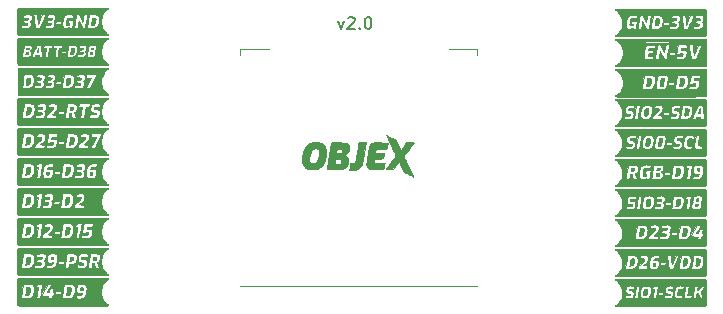
<source format=gto>
G04 #@! TF.GenerationSoftware,KiCad,Pcbnew,(5.1.10)-1*
G04 #@! TF.CreationDate,2021-10-06T11:05:37+02:00*
G04 #@! TF.ProjectId,ProtoBoard_v2.0,50726f74-6f42-46f6-9172-645f76322e30,rev?*
G04 #@! TF.SameCoordinates,Original*
G04 #@! TF.FileFunction,Legend,Top*
G04 #@! TF.FilePolarity,Positive*
%FSLAX46Y46*%
G04 Gerber Fmt 4.6, Leading zero omitted, Abs format (unit mm)*
G04 Created by KiCad (PCBNEW (5.1.10)-1) date 2021-10-06 11:05:37*
%MOMM*%
%LPD*%
G01*
G04 APERTURE LIST*
%ADD10C,0.150000*%
%ADD11C,0.010000*%
%ADD12C,0.120000*%
G04 APERTURE END LIST*
D10*
X121380428Y-89447714D02*
X121618523Y-90114380D01*
X121856619Y-89447714D01*
X122189952Y-89209619D02*
X122237571Y-89162000D01*
X122332809Y-89114380D01*
X122570904Y-89114380D01*
X122666142Y-89162000D01*
X122713761Y-89209619D01*
X122761380Y-89304857D01*
X122761380Y-89400095D01*
X122713761Y-89542952D01*
X122142333Y-90114380D01*
X122761380Y-90114380D01*
X123189952Y-90019142D02*
X123237571Y-90066761D01*
X123189952Y-90114380D01*
X123142333Y-90066761D01*
X123189952Y-90019142D01*
X123189952Y-90114380D01*
X123856619Y-89114380D02*
X123951857Y-89114380D01*
X124047095Y-89162000D01*
X124094714Y-89209619D01*
X124142333Y-89304857D01*
X124189952Y-89495333D01*
X124189952Y-89733428D01*
X124142333Y-89923904D01*
X124094714Y-90019142D01*
X124047095Y-90066761D01*
X123951857Y-90114380D01*
X123856619Y-90114380D01*
X123761380Y-90066761D01*
X123713761Y-90019142D01*
X123666142Y-89923904D01*
X123618523Y-89733428D01*
X123618523Y-89495333D01*
X123666142Y-89304857D01*
X123713761Y-89209619D01*
X123761380Y-89162000D01*
X123856619Y-89114380D01*
D11*
G36*
X149005702Y-90942934D02*
G01*
X149326354Y-90942940D01*
X149626312Y-90942954D01*
X149906273Y-90942981D01*
X150166933Y-90943025D01*
X150408988Y-90943090D01*
X150633136Y-90943180D01*
X150840072Y-90943299D01*
X151030494Y-90943451D01*
X151205097Y-90943640D01*
X151364579Y-90943870D01*
X151509635Y-90944145D01*
X151640963Y-90944470D01*
X151759258Y-90944848D01*
X151865218Y-90945284D01*
X151959539Y-90945781D01*
X152042917Y-90946344D01*
X152116048Y-90946976D01*
X152179631Y-90947682D01*
X152234360Y-90948466D01*
X152280933Y-90949331D01*
X152320046Y-90950282D01*
X152352395Y-90951323D01*
X152378677Y-90952458D01*
X152399589Y-90953692D01*
X152415827Y-90955027D01*
X152428087Y-90956468D01*
X152437067Y-90958020D01*
X152443462Y-90959686D01*
X152447970Y-90961470D01*
X152451286Y-90963376D01*
X152453586Y-90965020D01*
X152478801Y-90989614D01*
X152502721Y-91021716D01*
X152506206Y-91027554D01*
X152510040Y-91034552D01*
X152513417Y-91042136D01*
X152516364Y-91051659D01*
X152518905Y-91064471D01*
X152521065Y-91081927D01*
X152522868Y-91105379D01*
X152524339Y-91136180D01*
X152525502Y-91175682D01*
X152526383Y-91225237D01*
X152527007Y-91286199D01*
X152527397Y-91359919D01*
X152527578Y-91447752D01*
X152527577Y-91551048D01*
X152527416Y-91671161D01*
X152527120Y-91809444D01*
X152526716Y-91967248D01*
X152526280Y-92126380D01*
X152525783Y-92302901D01*
X152525308Y-92458676D01*
X152524823Y-92595043D01*
X152524298Y-92713344D01*
X152523701Y-92814919D01*
X152523003Y-92901108D01*
X152522173Y-92973250D01*
X152521178Y-93032687D01*
X152519990Y-93080757D01*
X152518576Y-93118802D01*
X152516907Y-93148161D01*
X152514951Y-93170175D01*
X152512678Y-93186183D01*
X152510056Y-93197526D01*
X152507056Y-93205544D01*
X152503646Y-93211578D01*
X152501269Y-93214968D01*
X152477013Y-93239204D01*
X152443882Y-93262265D01*
X152434282Y-93267425D01*
X152430025Y-93269457D01*
X152425252Y-93271362D01*
X152419261Y-93273143D01*
X152411349Y-93274805D01*
X152400814Y-93276352D01*
X152386953Y-93277787D01*
X152369063Y-93279115D01*
X152346443Y-93280341D01*
X152318388Y-93281468D01*
X152284198Y-93282500D01*
X152243168Y-93283441D01*
X152194598Y-93284297D01*
X152137783Y-93285070D01*
X152072021Y-93285765D01*
X151996610Y-93286387D01*
X151910848Y-93286938D01*
X151814031Y-93287425D01*
X151705457Y-93287849D01*
X151584423Y-93288217D01*
X151450227Y-93288531D01*
X151302167Y-93288796D01*
X151139539Y-93289016D01*
X150961641Y-93289196D01*
X150767770Y-93289339D01*
X150557225Y-93289449D01*
X150329301Y-93289532D01*
X150083298Y-93289590D01*
X149818511Y-93289628D01*
X149534239Y-93289650D01*
X149229779Y-93289661D01*
X148904429Y-93289664D01*
X148662934Y-93289664D01*
X144936486Y-93289655D01*
X144890463Y-93266874D01*
X144861545Y-93249082D01*
X144840403Y-93229823D01*
X144831386Y-93213706D01*
X144834074Y-93207110D01*
X144844337Y-93200829D01*
X144868473Y-93186294D01*
X144901390Y-93166568D01*
X144903519Y-93165295D01*
X145009107Y-93091608D01*
X145110946Y-93000435D01*
X145204799Y-92896370D01*
X145286428Y-92784007D01*
X145339252Y-92692850D01*
X145407247Y-92539064D01*
X145433685Y-92450368D01*
X147225036Y-92450368D01*
X147233991Y-92521098D01*
X147261689Y-92580425D01*
X147307404Y-92627375D01*
X147370407Y-92660977D01*
X147386368Y-92666435D01*
X147424052Y-92673753D01*
X147479971Y-92678594D01*
X147550410Y-92680930D01*
X147631651Y-92680733D01*
X147719981Y-92677975D01*
X147811683Y-92672628D01*
X147846443Y-92669928D01*
X147901836Y-92664797D01*
X147949264Y-92659432D01*
X147984395Y-92654395D01*
X148000447Y-92650796D01*
X148188790Y-92650796D01*
X148190288Y-92658799D01*
X148196996Y-92664396D01*
X148212236Y-92668012D01*
X148239329Y-92670074D01*
X148281596Y-92671006D01*
X148342359Y-92671237D01*
X148348177Y-92671238D01*
X148411062Y-92670988D01*
X148455270Y-92669974D01*
X148484207Y-92667795D01*
X148501278Y-92664052D01*
X148509891Y-92658347D01*
X148513034Y-92651912D01*
X148516102Y-92636256D01*
X148522013Y-92601776D01*
X148530279Y-92551485D01*
X148540412Y-92488393D01*
X148551923Y-92415512D01*
X148564324Y-92335852D01*
X148565400Y-92328890D01*
X148577835Y-92249515D01*
X148589487Y-92177329D01*
X148599864Y-92115199D01*
X148608476Y-92065993D01*
X148614834Y-92032578D01*
X148618446Y-92017821D01*
X148618655Y-92017460D01*
X148624658Y-92025204D01*
X148638778Y-92050740D01*
X148659883Y-92091803D01*
X148686845Y-92146126D01*
X148718534Y-92211443D01*
X148753820Y-92285487D01*
X148779620Y-92340366D01*
X148934225Y-92671007D01*
X149066696Y-92668361D01*
X149199168Y-92665716D01*
X149203526Y-92638286D01*
X149936473Y-92638286D01*
X149937787Y-92645916D01*
X149954801Y-92652508D01*
X149990145Y-92658900D01*
X150040060Y-92664806D01*
X150100791Y-92669940D01*
X150168580Y-92674015D01*
X150239668Y-92676745D01*
X150310300Y-92677845D01*
X150353312Y-92677564D01*
X150424843Y-92675858D01*
X150479426Y-92673066D01*
X150522195Y-92668616D01*
X150558283Y-92661934D01*
X150592823Y-92652447D01*
X150600714Y-92649931D01*
X150650691Y-92630709D01*
X150690323Y-92606855D01*
X150730225Y-92571810D01*
X150735225Y-92566852D01*
X150769791Y-92529256D01*
X150792472Y-92494845D01*
X150809191Y-92453739D01*
X150815734Y-92432533D01*
X150831572Y-92371141D01*
X150845657Y-92303182D01*
X150857170Y-92234225D01*
X150865291Y-92169835D01*
X150869201Y-92115578D01*
X150868082Y-92077023D01*
X150868060Y-92076868D01*
X150850695Y-92014038D01*
X150818827Y-91959209D01*
X150776089Y-91918004D01*
X150758683Y-91907558D01*
X150717375Y-91893273D01*
X150661494Y-91883053D01*
X150598266Y-91877412D01*
X150534916Y-91876861D01*
X150478671Y-91881915D01*
X150457519Y-91886176D01*
X150426375Y-91892763D01*
X150405201Y-91894900D01*
X150400534Y-91893880D01*
X150399734Y-91881198D01*
X150402587Y-91852753D01*
X150408480Y-91814452D01*
X150409168Y-91810557D01*
X150423110Y-91732542D01*
X150653044Y-91732542D01*
X150729759Y-91732490D01*
X150787245Y-91732131D01*
X150828359Y-91731165D01*
X150855960Y-91729288D01*
X150872906Y-91726200D01*
X150882055Y-91721597D01*
X150886263Y-91715178D01*
X150888170Y-91707694D01*
X150893735Y-91678172D01*
X150900800Y-91636701D01*
X150908475Y-91589033D01*
X150915875Y-91540924D01*
X150922110Y-91498125D01*
X150926293Y-91466392D01*
X150927573Y-91452326D01*
X150927302Y-91451540D01*
X151050985Y-91451540D01*
X151051459Y-91453694D01*
X151053855Y-91468016D01*
X151058928Y-91502158D01*
X151066391Y-91554054D01*
X151075951Y-91621638D01*
X151087320Y-91702845D01*
X151100208Y-91795607D01*
X151114325Y-91897859D01*
X151129382Y-92007535D01*
X151138211Y-92072129D01*
X151219980Y-92671238D01*
X151424407Y-92671215D01*
X151628834Y-92671193D01*
X151903005Y-92068046D01*
X151952357Y-91959439D01*
X151999052Y-91856601D01*
X152042277Y-91761330D01*
X152081218Y-91675423D01*
X152115060Y-91600679D01*
X152142991Y-91538894D01*
X152164196Y-91491866D01*
X152177861Y-91461393D01*
X152183147Y-91449339D01*
X152182354Y-91443362D01*
X152172687Y-91439278D01*
X152151273Y-91436868D01*
X152115239Y-91435909D01*
X152061711Y-91436182D01*
X152020567Y-91436834D01*
X151852016Y-91439890D01*
X151668642Y-91872612D01*
X151629829Y-91963906D01*
X151593705Y-92048298D01*
X151561164Y-92123747D01*
X151533098Y-92188211D01*
X151510397Y-92239648D01*
X151493954Y-92276017D01*
X151484662Y-92295276D01*
X151482894Y-92297786D01*
X151481246Y-92285403D01*
X151477632Y-92253610D01*
X151472327Y-92204973D01*
X151465604Y-92142055D01*
X151457739Y-92067421D01*
X151449006Y-91983634D01*
X151441321Y-91909238D01*
X151431851Y-91817681D01*
X151422818Y-91731287D01*
X151414535Y-91652980D01*
X151407316Y-91585685D01*
X151401474Y-91532326D01*
X151397321Y-91495828D01*
X151395507Y-91481303D01*
X151388891Y-91434368D01*
X151217683Y-91434368D01*
X151152720Y-91434545D01*
X151106751Y-91435318D01*
X151076685Y-91437044D01*
X151059429Y-91440083D01*
X151051893Y-91444796D01*
X151050985Y-91451540D01*
X150927302Y-91451540D01*
X150925912Y-91447525D01*
X150919515Y-91443656D01*
X150906266Y-91440621D01*
X150884045Y-91438320D01*
X150850734Y-91436655D01*
X150804215Y-91435526D01*
X150742370Y-91434835D01*
X150663079Y-91434483D01*
X150564226Y-91434370D01*
X150542910Y-91434368D01*
X150158246Y-91434368D01*
X150083188Y-91805791D01*
X150065301Y-91894132D01*
X150048626Y-91976157D01*
X150033710Y-92049206D01*
X150021098Y-92110617D01*
X150011336Y-92157729D01*
X150004971Y-92187881D01*
X150002737Y-92197834D01*
X150001901Y-92205992D01*
X150006560Y-92211662D01*
X150019970Y-92215293D01*
X150045388Y-92217335D01*
X150086070Y-92218239D01*
X150145273Y-92218454D01*
X150151971Y-92218455D01*
X150213195Y-92218329D01*
X150256146Y-92217544D01*
X150284638Y-92215490D01*
X150302485Y-92211559D01*
X150313502Y-92205139D01*
X150321501Y-92195622D01*
X150324688Y-92190846D01*
X150335519Y-92176950D01*
X150349172Y-92168702D01*
X150371207Y-92164646D01*
X150407184Y-92163327D01*
X150430127Y-92163238D01*
X150474394Y-92163824D01*
X150501433Y-92166345D01*
X150516089Y-92171938D01*
X150523207Y-92181743D01*
X150524522Y-92185439D01*
X150528127Y-92218076D01*
X150524640Y-92261397D01*
X150515666Y-92306163D01*
X150502810Y-92343135D01*
X150494784Y-92356651D01*
X150473187Y-92384107D01*
X150226162Y-92384107D01*
X150154519Y-92384529D01*
X150090493Y-92385712D01*
X150037314Y-92387530D01*
X149998210Y-92389856D01*
X149976412Y-92392566D01*
X149973044Y-92393966D01*
X149967500Y-92410954D01*
X149960784Y-92443043D01*
X149953664Y-92484757D01*
X149946907Y-92530616D01*
X149941278Y-92575143D01*
X149937544Y-92612859D01*
X149936473Y-92638286D01*
X149203526Y-92638286D01*
X149255762Y-92309564D01*
X149359289Y-92309564D01*
X149369859Y-92311879D01*
X149399487Y-92313945D01*
X149445143Y-92315666D01*
X149503797Y-92316948D01*
X149572422Y-92317693D01*
X149622769Y-92317846D01*
X149886139Y-92317846D01*
X149899593Y-92221671D01*
X149906482Y-92173923D01*
X149913023Y-92131150D01*
X149918088Y-92100643D01*
X149919212Y-92094671D01*
X149925377Y-92063846D01*
X149396811Y-92063846D01*
X149377995Y-92182564D01*
X149370353Y-92231559D01*
X149364225Y-92272334D01*
X149360325Y-92300043D01*
X149359289Y-92309564D01*
X149255762Y-92309564D01*
X149288667Y-92102498D01*
X149306241Y-91991848D01*
X149322977Y-91886365D01*
X149338512Y-91788341D01*
X149352484Y-91700068D01*
X149364531Y-91623838D01*
X149374289Y-91561942D01*
X149381398Y-91516673D01*
X149385494Y-91490323D01*
X149386025Y-91486825D01*
X149393883Y-91434368D01*
X149232729Y-91434368D01*
X149164581Y-91434929D01*
X149116200Y-91436741D01*
X149085291Y-91439993D01*
X149069562Y-91444877D01*
X149066602Y-91448172D01*
X149063647Y-91462270D01*
X149057749Y-91495306D01*
X149049389Y-91544400D01*
X149039049Y-91606673D01*
X149027213Y-91679242D01*
X149014362Y-91759227D01*
X149011577Y-91776716D01*
X148998656Y-91857640D01*
X148986760Y-91931529D01*
X148976352Y-91995553D01*
X148967896Y-92046879D01*
X148961856Y-92082674D01*
X148958695Y-92100107D01*
X148958433Y-92101195D01*
X148953205Y-92093924D01*
X148939759Y-92068844D01*
X148919188Y-92028174D01*
X148892588Y-91974134D01*
X148861053Y-91908942D01*
X148825679Y-91834817D01*
X148796326Y-91772652D01*
X148637311Y-91434368D01*
X148506920Y-91434368D01*
X148456206Y-91435061D01*
X148414701Y-91436947D01*
X148386709Y-91439738D01*
X148376529Y-91443118D01*
X148374839Y-91455378D01*
X148369981Y-91487423D01*
X148362273Y-91537227D01*
X148352033Y-91602764D01*
X148339579Y-91682009D01*
X148325229Y-91772935D01*
X148309301Y-91873517D01*
X148292113Y-91981730D01*
X148282660Y-92041111D01*
X148264898Y-92152975D01*
X148248235Y-92258638D01*
X148232989Y-92356023D01*
X148219482Y-92443050D01*
X148208033Y-92517641D01*
X148198962Y-92577717D01*
X148192590Y-92621199D01*
X148189236Y-92646009D01*
X148188790Y-92650796D01*
X148000447Y-92650796D01*
X148002896Y-92650247D01*
X148004403Y-92649426D01*
X148008481Y-92637159D01*
X148015183Y-92608226D01*
X148023540Y-92567756D01*
X148032584Y-92520876D01*
X148041347Y-92472715D01*
X148048860Y-92428399D01*
X148054155Y-92393058D01*
X148056068Y-92375825D01*
X148045625Y-92375002D01*
X148016328Y-92374278D01*
X147971408Y-92373689D01*
X147914098Y-92373276D01*
X147847628Y-92373076D01*
X147825708Y-92373064D01*
X147743149Y-92373030D01*
X147680164Y-92372241D01*
X147634242Y-92369662D01*
X147602874Y-92364259D01*
X147583547Y-92354997D01*
X147573751Y-92340844D01*
X147570975Y-92320765D01*
X147572709Y-92293725D01*
X147575279Y-92269932D01*
X147582791Y-92199790D01*
X147788436Y-92192361D01*
X147853340Y-92189858D01*
X147910173Y-92187365D01*
X147955438Y-92185059D01*
X147985642Y-92183120D01*
X147997289Y-92181724D01*
X147997297Y-92181717D01*
X148000735Y-92169504D01*
X148005995Y-92140984D01*
X148012322Y-92101509D01*
X148018960Y-92056431D01*
X148025151Y-92011102D01*
X148030141Y-91970875D01*
X148033172Y-91941100D01*
X148033490Y-91927132D01*
X148033310Y-91926772D01*
X148021301Y-91924839D01*
X147990836Y-91922345D01*
X147945535Y-91919518D01*
X147889016Y-91916588D01*
X147832630Y-91914095D01*
X147759802Y-91911142D01*
X147706419Y-91908205D01*
X147669884Y-91903936D01*
X147647598Y-91896990D01*
X147636962Y-91886019D01*
X147635378Y-91869678D01*
X147640246Y-91846619D01*
X147648138Y-91818502D01*
X147655150Y-91794641D01*
X147663118Y-91776475D01*
X147674907Y-91763227D01*
X147693380Y-91754122D01*
X147721402Y-91748382D01*
X147761838Y-91745230D01*
X147817553Y-91743892D01*
X147891411Y-91743590D01*
X147924536Y-91743585D01*
X147993306Y-91743209D01*
X148053954Y-91742157D01*
X148103244Y-91740544D01*
X148137940Y-91738488D01*
X148154804Y-91736103D01*
X148155906Y-91735303D01*
X148157711Y-91721716D01*
X148162433Y-91690995D01*
X148169340Y-91647790D01*
X148177162Y-91600020D01*
X148184820Y-91549448D01*
X148189911Y-91507038D01*
X148191971Y-91477399D01*
X148190714Y-91465284D01*
X148177975Y-91462463D01*
X148146431Y-91458852D01*
X148099338Y-91454725D01*
X148039951Y-91450353D01*
X147971528Y-91446009D01*
X147937434Y-91444069D01*
X147849153Y-91439575D01*
X147779375Y-91436916D01*
X147724593Y-91436095D01*
X147681298Y-91437115D01*
X147645984Y-91439978D01*
X147617264Y-91444290D01*
X147531874Y-91467623D01*
X147463218Y-91503920D01*
X147409036Y-91554868D01*
X147367071Y-91622156D01*
X147360657Y-91636096D01*
X147353746Y-91658859D01*
X147344257Y-91700228D01*
X147332733Y-91756940D01*
X147319717Y-91825736D01*
X147305751Y-91903356D01*
X147291380Y-91986538D01*
X147277146Y-92072021D01*
X147263592Y-92156547D01*
X147251262Y-92236853D01*
X147240698Y-92309679D01*
X147232443Y-92371765D01*
X147227040Y-92419851D01*
X147225036Y-92450368D01*
X145433685Y-92450368D01*
X145453359Y-92384365D01*
X145477792Y-92227543D01*
X145480748Y-92067391D01*
X145467075Y-91931325D01*
X145433478Y-91779589D01*
X145380374Y-91632649D01*
X145309466Y-91493077D01*
X145222457Y-91363444D01*
X145121047Y-91246320D01*
X145116047Y-91241848D01*
X147384081Y-91241848D01*
X147384589Y-91280002D01*
X147386315Y-91304545D01*
X147387357Y-91309314D01*
X147391523Y-91311902D01*
X147402724Y-91314159D01*
X147422191Y-91316100D01*
X147451155Y-91317739D01*
X147490846Y-91319091D01*
X147542495Y-91320172D01*
X147607332Y-91320995D01*
X147686587Y-91321575D01*
X147781492Y-91321927D01*
X147893277Y-91322066D01*
X148023173Y-91322006D01*
X148172409Y-91321762D01*
X148342218Y-91321349D01*
X148384488Y-91321231D01*
X149375964Y-91318412D01*
X149375964Y-91097542D01*
X147388138Y-91097542D01*
X147384920Y-91196059D01*
X147384081Y-91241848D01*
X145116047Y-91241848D01*
X145006940Y-91144279D01*
X144895578Y-91067928D01*
X144855819Y-91042716D01*
X144835014Y-91023428D01*
X144832344Y-91006150D01*
X144846989Y-90986964D01*
X144874043Y-90965020D01*
X144876875Y-90963011D01*
X144880333Y-90961128D01*
X144885114Y-90959366D01*
X144891913Y-90957722D01*
X144901427Y-90956191D01*
X144914353Y-90954770D01*
X144931388Y-90953454D01*
X144953227Y-90952239D01*
X144980567Y-90951122D01*
X145014104Y-90950098D01*
X145054536Y-90949163D01*
X145102558Y-90948313D01*
X145158867Y-90947544D01*
X145224160Y-90946853D01*
X145299132Y-90946234D01*
X145384481Y-90945684D01*
X145480902Y-90945198D01*
X145589093Y-90944774D01*
X145709750Y-90944406D01*
X145843568Y-90944091D01*
X145991246Y-90943824D01*
X146153478Y-90943602D01*
X146330962Y-90943420D01*
X146524395Y-90943274D01*
X146734471Y-90943161D01*
X146961889Y-90943076D01*
X147207344Y-90943016D01*
X147471533Y-90942975D01*
X147755152Y-90942951D01*
X148058899Y-90942938D01*
X148383468Y-90942934D01*
X148663660Y-90942933D01*
X149005702Y-90942934D01*
G37*
X149005702Y-90942934D02*
X149326354Y-90942940D01*
X149626312Y-90942954D01*
X149906273Y-90942981D01*
X150166933Y-90943025D01*
X150408988Y-90943090D01*
X150633136Y-90943180D01*
X150840072Y-90943299D01*
X151030494Y-90943451D01*
X151205097Y-90943640D01*
X151364579Y-90943870D01*
X151509635Y-90944145D01*
X151640963Y-90944470D01*
X151759258Y-90944848D01*
X151865218Y-90945284D01*
X151959539Y-90945781D01*
X152042917Y-90946344D01*
X152116048Y-90946976D01*
X152179631Y-90947682D01*
X152234360Y-90948466D01*
X152280933Y-90949331D01*
X152320046Y-90950282D01*
X152352395Y-90951323D01*
X152378677Y-90952458D01*
X152399589Y-90953692D01*
X152415827Y-90955027D01*
X152428087Y-90956468D01*
X152437067Y-90958020D01*
X152443462Y-90959686D01*
X152447970Y-90961470D01*
X152451286Y-90963376D01*
X152453586Y-90965020D01*
X152478801Y-90989614D01*
X152502721Y-91021716D01*
X152506206Y-91027554D01*
X152510040Y-91034552D01*
X152513417Y-91042136D01*
X152516364Y-91051659D01*
X152518905Y-91064471D01*
X152521065Y-91081927D01*
X152522868Y-91105379D01*
X152524339Y-91136180D01*
X152525502Y-91175682D01*
X152526383Y-91225237D01*
X152527007Y-91286199D01*
X152527397Y-91359919D01*
X152527578Y-91447752D01*
X152527577Y-91551048D01*
X152527416Y-91671161D01*
X152527120Y-91809444D01*
X152526716Y-91967248D01*
X152526280Y-92126380D01*
X152525783Y-92302901D01*
X152525308Y-92458676D01*
X152524823Y-92595043D01*
X152524298Y-92713344D01*
X152523701Y-92814919D01*
X152523003Y-92901108D01*
X152522173Y-92973250D01*
X152521178Y-93032687D01*
X152519990Y-93080757D01*
X152518576Y-93118802D01*
X152516907Y-93148161D01*
X152514951Y-93170175D01*
X152512678Y-93186183D01*
X152510056Y-93197526D01*
X152507056Y-93205544D01*
X152503646Y-93211578D01*
X152501269Y-93214968D01*
X152477013Y-93239204D01*
X152443882Y-93262265D01*
X152434282Y-93267425D01*
X152430025Y-93269457D01*
X152425252Y-93271362D01*
X152419261Y-93273143D01*
X152411349Y-93274805D01*
X152400814Y-93276352D01*
X152386953Y-93277787D01*
X152369063Y-93279115D01*
X152346443Y-93280341D01*
X152318388Y-93281468D01*
X152284198Y-93282500D01*
X152243168Y-93283441D01*
X152194598Y-93284297D01*
X152137783Y-93285070D01*
X152072021Y-93285765D01*
X151996610Y-93286387D01*
X151910848Y-93286938D01*
X151814031Y-93287425D01*
X151705457Y-93287849D01*
X151584423Y-93288217D01*
X151450227Y-93288531D01*
X151302167Y-93288796D01*
X151139539Y-93289016D01*
X150961641Y-93289196D01*
X150767770Y-93289339D01*
X150557225Y-93289449D01*
X150329301Y-93289532D01*
X150083298Y-93289590D01*
X149818511Y-93289628D01*
X149534239Y-93289650D01*
X149229779Y-93289661D01*
X148904429Y-93289664D01*
X148662934Y-93289664D01*
X144936486Y-93289655D01*
X144890463Y-93266874D01*
X144861545Y-93249082D01*
X144840403Y-93229823D01*
X144831386Y-93213706D01*
X144834074Y-93207110D01*
X144844337Y-93200829D01*
X144868473Y-93186294D01*
X144901390Y-93166568D01*
X144903519Y-93165295D01*
X145009107Y-93091608D01*
X145110946Y-93000435D01*
X145204799Y-92896370D01*
X145286428Y-92784007D01*
X145339252Y-92692850D01*
X145407247Y-92539064D01*
X145433685Y-92450368D01*
X147225036Y-92450368D01*
X147233991Y-92521098D01*
X147261689Y-92580425D01*
X147307404Y-92627375D01*
X147370407Y-92660977D01*
X147386368Y-92666435D01*
X147424052Y-92673753D01*
X147479971Y-92678594D01*
X147550410Y-92680930D01*
X147631651Y-92680733D01*
X147719981Y-92677975D01*
X147811683Y-92672628D01*
X147846443Y-92669928D01*
X147901836Y-92664797D01*
X147949264Y-92659432D01*
X147984395Y-92654395D01*
X148000447Y-92650796D01*
X148188790Y-92650796D01*
X148190288Y-92658799D01*
X148196996Y-92664396D01*
X148212236Y-92668012D01*
X148239329Y-92670074D01*
X148281596Y-92671006D01*
X148342359Y-92671237D01*
X148348177Y-92671238D01*
X148411062Y-92670988D01*
X148455270Y-92669974D01*
X148484207Y-92667795D01*
X148501278Y-92664052D01*
X148509891Y-92658347D01*
X148513034Y-92651912D01*
X148516102Y-92636256D01*
X148522013Y-92601776D01*
X148530279Y-92551485D01*
X148540412Y-92488393D01*
X148551923Y-92415512D01*
X148564324Y-92335852D01*
X148565400Y-92328890D01*
X148577835Y-92249515D01*
X148589487Y-92177329D01*
X148599864Y-92115199D01*
X148608476Y-92065993D01*
X148614834Y-92032578D01*
X148618446Y-92017821D01*
X148618655Y-92017460D01*
X148624658Y-92025204D01*
X148638778Y-92050740D01*
X148659883Y-92091803D01*
X148686845Y-92146126D01*
X148718534Y-92211443D01*
X148753820Y-92285487D01*
X148779620Y-92340366D01*
X148934225Y-92671007D01*
X149066696Y-92668361D01*
X149199168Y-92665716D01*
X149203526Y-92638286D01*
X149936473Y-92638286D01*
X149937787Y-92645916D01*
X149954801Y-92652508D01*
X149990145Y-92658900D01*
X150040060Y-92664806D01*
X150100791Y-92669940D01*
X150168580Y-92674015D01*
X150239668Y-92676745D01*
X150310300Y-92677845D01*
X150353312Y-92677564D01*
X150424843Y-92675858D01*
X150479426Y-92673066D01*
X150522195Y-92668616D01*
X150558283Y-92661934D01*
X150592823Y-92652447D01*
X150600714Y-92649931D01*
X150650691Y-92630709D01*
X150690323Y-92606855D01*
X150730225Y-92571810D01*
X150735225Y-92566852D01*
X150769791Y-92529256D01*
X150792472Y-92494845D01*
X150809191Y-92453739D01*
X150815734Y-92432533D01*
X150831572Y-92371141D01*
X150845657Y-92303182D01*
X150857170Y-92234225D01*
X150865291Y-92169835D01*
X150869201Y-92115578D01*
X150868082Y-92077023D01*
X150868060Y-92076868D01*
X150850695Y-92014038D01*
X150818827Y-91959209D01*
X150776089Y-91918004D01*
X150758683Y-91907558D01*
X150717375Y-91893273D01*
X150661494Y-91883053D01*
X150598266Y-91877412D01*
X150534916Y-91876861D01*
X150478671Y-91881915D01*
X150457519Y-91886176D01*
X150426375Y-91892763D01*
X150405201Y-91894900D01*
X150400534Y-91893880D01*
X150399734Y-91881198D01*
X150402587Y-91852753D01*
X150408480Y-91814452D01*
X150409168Y-91810557D01*
X150423110Y-91732542D01*
X150653044Y-91732542D01*
X150729759Y-91732490D01*
X150787245Y-91732131D01*
X150828359Y-91731165D01*
X150855960Y-91729288D01*
X150872906Y-91726200D01*
X150882055Y-91721597D01*
X150886263Y-91715178D01*
X150888170Y-91707694D01*
X150893735Y-91678172D01*
X150900800Y-91636701D01*
X150908475Y-91589033D01*
X150915875Y-91540924D01*
X150922110Y-91498125D01*
X150926293Y-91466392D01*
X150927573Y-91452326D01*
X150927302Y-91451540D01*
X151050985Y-91451540D01*
X151051459Y-91453694D01*
X151053855Y-91468016D01*
X151058928Y-91502158D01*
X151066391Y-91554054D01*
X151075951Y-91621638D01*
X151087320Y-91702845D01*
X151100208Y-91795607D01*
X151114325Y-91897859D01*
X151129382Y-92007535D01*
X151138211Y-92072129D01*
X151219980Y-92671238D01*
X151424407Y-92671215D01*
X151628834Y-92671193D01*
X151903005Y-92068046D01*
X151952357Y-91959439D01*
X151999052Y-91856601D01*
X152042277Y-91761330D01*
X152081218Y-91675423D01*
X152115060Y-91600679D01*
X152142991Y-91538894D01*
X152164196Y-91491866D01*
X152177861Y-91461393D01*
X152183147Y-91449339D01*
X152182354Y-91443362D01*
X152172687Y-91439278D01*
X152151273Y-91436868D01*
X152115239Y-91435909D01*
X152061711Y-91436182D01*
X152020567Y-91436834D01*
X151852016Y-91439890D01*
X151668642Y-91872612D01*
X151629829Y-91963906D01*
X151593705Y-92048298D01*
X151561164Y-92123747D01*
X151533098Y-92188211D01*
X151510397Y-92239648D01*
X151493954Y-92276017D01*
X151484662Y-92295276D01*
X151482894Y-92297786D01*
X151481246Y-92285403D01*
X151477632Y-92253610D01*
X151472327Y-92204973D01*
X151465604Y-92142055D01*
X151457739Y-92067421D01*
X151449006Y-91983634D01*
X151441321Y-91909238D01*
X151431851Y-91817681D01*
X151422818Y-91731287D01*
X151414535Y-91652980D01*
X151407316Y-91585685D01*
X151401474Y-91532326D01*
X151397321Y-91495828D01*
X151395507Y-91481303D01*
X151388891Y-91434368D01*
X151217683Y-91434368D01*
X151152720Y-91434545D01*
X151106751Y-91435318D01*
X151076685Y-91437044D01*
X151059429Y-91440083D01*
X151051893Y-91444796D01*
X151050985Y-91451540D01*
X150927302Y-91451540D01*
X150925912Y-91447525D01*
X150919515Y-91443656D01*
X150906266Y-91440621D01*
X150884045Y-91438320D01*
X150850734Y-91436655D01*
X150804215Y-91435526D01*
X150742370Y-91434835D01*
X150663079Y-91434483D01*
X150564226Y-91434370D01*
X150542910Y-91434368D01*
X150158246Y-91434368D01*
X150083188Y-91805791D01*
X150065301Y-91894132D01*
X150048626Y-91976157D01*
X150033710Y-92049206D01*
X150021098Y-92110617D01*
X150011336Y-92157729D01*
X150004971Y-92187881D01*
X150002737Y-92197834D01*
X150001901Y-92205992D01*
X150006560Y-92211662D01*
X150019970Y-92215293D01*
X150045388Y-92217335D01*
X150086070Y-92218239D01*
X150145273Y-92218454D01*
X150151971Y-92218455D01*
X150213195Y-92218329D01*
X150256146Y-92217544D01*
X150284638Y-92215490D01*
X150302485Y-92211559D01*
X150313502Y-92205139D01*
X150321501Y-92195622D01*
X150324688Y-92190846D01*
X150335519Y-92176950D01*
X150349172Y-92168702D01*
X150371207Y-92164646D01*
X150407184Y-92163327D01*
X150430127Y-92163238D01*
X150474394Y-92163824D01*
X150501433Y-92166345D01*
X150516089Y-92171938D01*
X150523207Y-92181743D01*
X150524522Y-92185439D01*
X150528127Y-92218076D01*
X150524640Y-92261397D01*
X150515666Y-92306163D01*
X150502810Y-92343135D01*
X150494784Y-92356651D01*
X150473187Y-92384107D01*
X150226162Y-92384107D01*
X150154519Y-92384529D01*
X150090493Y-92385712D01*
X150037314Y-92387530D01*
X149998210Y-92389856D01*
X149976412Y-92392566D01*
X149973044Y-92393966D01*
X149967500Y-92410954D01*
X149960784Y-92443043D01*
X149953664Y-92484757D01*
X149946907Y-92530616D01*
X149941278Y-92575143D01*
X149937544Y-92612859D01*
X149936473Y-92638286D01*
X149203526Y-92638286D01*
X149255762Y-92309564D01*
X149359289Y-92309564D01*
X149369859Y-92311879D01*
X149399487Y-92313945D01*
X149445143Y-92315666D01*
X149503797Y-92316948D01*
X149572422Y-92317693D01*
X149622769Y-92317846D01*
X149886139Y-92317846D01*
X149899593Y-92221671D01*
X149906482Y-92173923D01*
X149913023Y-92131150D01*
X149918088Y-92100643D01*
X149919212Y-92094671D01*
X149925377Y-92063846D01*
X149396811Y-92063846D01*
X149377995Y-92182564D01*
X149370353Y-92231559D01*
X149364225Y-92272334D01*
X149360325Y-92300043D01*
X149359289Y-92309564D01*
X149255762Y-92309564D01*
X149288667Y-92102498D01*
X149306241Y-91991848D01*
X149322977Y-91886365D01*
X149338512Y-91788341D01*
X149352484Y-91700068D01*
X149364531Y-91623838D01*
X149374289Y-91561942D01*
X149381398Y-91516673D01*
X149385494Y-91490323D01*
X149386025Y-91486825D01*
X149393883Y-91434368D01*
X149232729Y-91434368D01*
X149164581Y-91434929D01*
X149116200Y-91436741D01*
X149085291Y-91439993D01*
X149069562Y-91444877D01*
X149066602Y-91448172D01*
X149063647Y-91462270D01*
X149057749Y-91495306D01*
X149049389Y-91544400D01*
X149039049Y-91606673D01*
X149027213Y-91679242D01*
X149014362Y-91759227D01*
X149011577Y-91776716D01*
X148998656Y-91857640D01*
X148986760Y-91931529D01*
X148976352Y-91995553D01*
X148967896Y-92046879D01*
X148961856Y-92082674D01*
X148958695Y-92100107D01*
X148958433Y-92101195D01*
X148953205Y-92093924D01*
X148939759Y-92068844D01*
X148919188Y-92028174D01*
X148892588Y-91974134D01*
X148861053Y-91908942D01*
X148825679Y-91834817D01*
X148796326Y-91772652D01*
X148637311Y-91434368D01*
X148506920Y-91434368D01*
X148456206Y-91435061D01*
X148414701Y-91436947D01*
X148386709Y-91439738D01*
X148376529Y-91443118D01*
X148374839Y-91455378D01*
X148369981Y-91487423D01*
X148362273Y-91537227D01*
X148352033Y-91602764D01*
X148339579Y-91682009D01*
X148325229Y-91772935D01*
X148309301Y-91873517D01*
X148292113Y-91981730D01*
X148282660Y-92041111D01*
X148264898Y-92152975D01*
X148248235Y-92258638D01*
X148232989Y-92356023D01*
X148219482Y-92443050D01*
X148208033Y-92517641D01*
X148198962Y-92577717D01*
X148192590Y-92621199D01*
X148189236Y-92646009D01*
X148188790Y-92650796D01*
X148000447Y-92650796D01*
X148002896Y-92650247D01*
X148004403Y-92649426D01*
X148008481Y-92637159D01*
X148015183Y-92608226D01*
X148023540Y-92567756D01*
X148032584Y-92520876D01*
X148041347Y-92472715D01*
X148048860Y-92428399D01*
X148054155Y-92393058D01*
X148056068Y-92375825D01*
X148045625Y-92375002D01*
X148016328Y-92374278D01*
X147971408Y-92373689D01*
X147914098Y-92373276D01*
X147847628Y-92373076D01*
X147825708Y-92373064D01*
X147743149Y-92373030D01*
X147680164Y-92372241D01*
X147634242Y-92369662D01*
X147602874Y-92364259D01*
X147583547Y-92354997D01*
X147573751Y-92340844D01*
X147570975Y-92320765D01*
X147572709Y-92293725D01*
X147575279Y-92269932D01*
X147582791Y-92199790D01*
X147788436Y-92192361D01*
X147853340Y-92189858D01*
X147910173Y-92187365D01*
X147955438Y-92185059D01*
X147985642Y-92183120D01*
X147997289Y-92181724D01*
X147997297Y-92181717D01*
X148000735Y-92169504D01*
X148005995Y-92140984D01*
X148012322Y-92101509D01*
X148018960Y-92056431D01*
X148025151Y-92011102D01*
X148030141Y-91970875D01*
X148033172Y-91941100D01*
X148033490Y-91927132D01*
X148033310Y-91926772D01*
X148021301Y-91924839D01*
X147990836Y-91922345D01*
X147945535Y-91919518D01*
X147889016Y-91916588D01*
X147832630Y-91914095D01*
X147759802Y-91911142D01*
X147706419Y-91908205D01*
X147669884Y-91903936D01*
X147647598Y-91896990D01*
X147636962Y-91886019D01*
X147635378Y-91869678D01*
X147640246Y-91846619D01*
X147648138Y-91818502D01*
X147655150Y-91794641D01*
X147663118Y-91776475D01*
X147674907Y-91763227D01*
X147693380Y-91754122D01*
X147721402Y-91748382D01*
X147761838Y-91745230D01*
X147817553Y-91743892D01*
X147891411Y-91743590D01*
X147924536Y-91743585D01*
X147993306Y-91743209D01*
X148053954Y-91742157D01*
X148103244Y-91740544D01*
X148137940Y-91738488D01*
X148154804Y-91736103D01*
X148155906Y-91735303D01*
X148157711Y-91721716D01*
X148162433Y-91690995D01*
X148169340Y-91647790D01*
X148177162Y-91600020D01*
X148184820Y-91549448D01*
X148189911Y-91507038D01*
X148191971Y-91477399D01*
X148190714Y-91465284D01*
X148177975Y-91462463D01*
X148146431Y-91458852D01*
X148099338Y-91454725D01*
X148039951Y-91450353D01*
X147971528Y-91446009D01*
X147937434Y-91444069D01*
X147849153Y-91439575D01*
X147779375Y-91436916D01*
X147724593Y-91436095D01*
X147681298Y-91437115D01*
X147645984Y-91439978D01*
X147617264Y-91444290D01*
X147531874Y-91467623D01*
X147463218Y-91503920D01*
X147409036Y-91554868D01*
X147367071Y-91622156D01*
X147360657Y-91636096D01*
X147353746Y-91658859D01*
X147344257Y-91700228D01*
X147332733Y-91756940D01*
X147319717Y-91825736D01*
X147305751Y-91903356D01*
X147291380Y-91986538D01*
X147277146Y-92072021D01*
X147263592Y-92156547D01*
X147251262Y-92236853D01*
X147240698Y-92309679D01*
X147232443Y-92371765D01*
X147227040Y-92419851D01*
X147225036Y-92450368D01*
X145433685Y-92450368D01*
X145453359Y-92384365D01*
X145477792Y-92227543D01*
X145480748Y-92067391D01*
X145467075Y-91931325D01*
X145433478Y-91779589D01*
X145380374Y-91632649D01*
X145309466Y-91493077D01*
X145222457Y-91363444D01*
X145121047Y-91246320D01*
X145116047Y-91241848D01*
X147384081Y-91241848D01*
X147384589Y-91280002D01*
X147386315Y-91304545D01*
X147387357Y-91309314D01*
X147391523Y-91311902D01*
X147402724Y-91314159D01*
X147422191Y-91316100D01*
X147451155Y-91317739D01*
X147490846Y-91319091D01*
X147542495Y-91320172D01*
X147607332Y-91320995D01*
X147686587Y-91321575D01*
X147781492Y-91321927D01*
X147893277Y-91322066D01*
X148023173Y-91322006D01*
X148172409Y-91321762D01*
X148342218Y-91321349D01*
X148384488Y-91321231D01*
X149375964Y-91318412D01*
X149375964Y-91097542D01*
X147388138Y-91097542D01*
X147384920Y-91196059D01*
X147384081Y-91241848D01*
X145116047Y-91241848D01*
X145006940Y-91144279D01*
X144895578Y-91067928D01*
X144855819Y-91042716D01*
X144835014Y-91023428D01*
X144832344Y-91006150D01*
X144846989Y-90986964D01*
X144874043Y-90965020D01*
X144876875Y-90963011D01*
X144880333Y-90961128D01*
X144885114Y-90959366D01*
X144891913Y-90957722D01*
X144901427Y-90956191D01*
X144914353Y-90954770D01*
X144931388Y-90953454D01*
X144953227Y-90952239D01*
X144980567Y-90951122D01*
X145014104Y-90950098D01*
X145054536Y-90949163D01*
X145102558Y-90948313D01*
X145158867Y-90947544D01*
X145224160Y-90946853D01*
X145299132Y-90946234D01*
X145384481Y-90945684D01*
X145480902Y-90945198D01*
X145589093Y-90944774D01*
X145709750Y-90944406D01*
X145843568Y-90944091D01*
X145991246Y-90943824D01*
X146153478Y-90943602D01*
X146330962Y-90943420D01*
X146524395Y-90943274D01*
X146734471Y-90943161D01*
X146961889Y-90943076D01*
X147207344Y-90943016D01*
X147471533Y-90942975D01*
X147755152Y-90942951D01*
X148058899Y-90942938D01*
X148383468Y-90942934D01*
X148663660Y-90942933D01*
X149005702Y-90942934D01*
G36*
X150477898Y-94283628D02*
G01*
X150523185Y-94286249D01*
X150562796Y-94291176D01*
X150587765Y-94297130D01*
X150623565Y-94316501D01*
X150647101Y-94347514D01*
X150659415Y-94392767D01*
X150661550Y-94454863D01*
X150660299Y-94478069D01*
X150649632Y-94575567D01*
X150632260Y-94665874D01*
X150609213Y-94745894D01*
X150581522Y-94812525D01*
X150550218Y-94862672D01*
X150523794Y-94888462D01*
X150480487Y-94909670D01*
X150420907Y-94924954D01*
X150350344Y-94933168D01*
X150312177Y-94934267D01*
X150249430Y-94934267D01*
X150297661Y-94622289D01*
X150310244Y-94541448D01*
X150321926Y-94467429D01*
X150332238Y-94403130D01*
X150340709Y-94351448D01*
X150346869Y-94315281D01*
X150350248Y-94297526D01*
X150350526Y-94296506D01*
X150363249Y-94289754D01*
X150392403Y-94285366D01*
X150432462Y-94283329D01*
X150477898Y-94283628D01*
G37*
X150477898Y-94283628D02*
X150523185Y-94286249D01*
X150562796Y-94291176D01*
X150587765Y-94297130D01*
X150623565Y-94316501D01*
X150647101Y-94347514D01*
X150659415Y-94392767D01*
X150661550Y-94454863D01*
X150660299Y-94478069D01*
X150649632Y-94575567D01*
X150632260Y-94665874D01*
X150609213Y-94745894D01*
X150581522Y-94812525D01*
X150550218Y-94862672D01*
X150523794Y-94888462D01*
X150480487Y-94909670D01*
X150420907Y-94924954D01*
X150350344Y-94933168D01*
X150312177Y-94934267D01*
X150249430Y-94934267D01*
X150297661Y-94622289D01*
X150310244Y-94541448D01*
X150321926Y-94467429D01*
X150332238Y-94403130D01*
X150340709Y-94351448D01*
X150346869Y-94315281D01*
X150350248Y-94297526D01*
X150350526Y-94296506D01*
X150363249Y-94289754D01*
X150392403Y-94285366D01*
X150432462Y-94283329D01*
X150477898Y-94283628D01*
G36*
X147717866Y-94285470D02*
G01*
X147774691Y-94294677D01*
X147814851Y-94312190D01*
X147840806Y-94339812D01*
X147855015Y-94379350D01*
X147859936Y-94432609D01*
X147860026Y-94442875D01*
X147855658Y-94530300D01*
X147843368Y-94617482D01*
X147824376Y-94699883D01*
X147799901Y-94772966D01*
X147771165Y-94832191D01*
X147746192Y-94866262D01*
X147717551Y-94891095D01*
X147690298Y-94908671D01*
X147668692Y-94915553D01*
X147634155Y-94921996D01*
X147592020Y-94927543D01*
X147547622Y-94931738D01*
X147506295Y-94934126D01*
X147473374Y-94934249D01*
X147454192Y-94931651D01*
X147451417Y-94929102D01*
X147453081Y-94916434D01*
X147457783Y-94884772D01*
X147465089Y-94836936D01*
X147474564Y-94775745D01*
X147485773Y-94704019D01*
X147498282Y-94624576D01*
X147501113Y-94606675D01*
X147513832Y-94526142D01*
X147525347Y-94452906D01*
X147535227Y-94389747D01*
X147543039Y-94339442D01*
X147548348Y-94304771D01*
X147550723Y-94288514D01*
X147550809Y-94287680D01*
X147560993Y-94285407D01*
X147588116Y-94283694D01*
X147627031Y-94282820D01*
X147641917Y-94282764D01*
X147717866Y-94285470D01*
G37*
X147717866Y-94285470D02*
X147774691Y-94294677D01*
X147814851Y-94312190D01*
X147840806Y-94339812D01*
X147855015Y-94379350D01*
X147859936Y-94432609D01*
X147860026Y-94442875D01*
X147855658Y-94530300D01*
X147843368Y-94617482D01*
X147824376Y-94699883D01*
X147799901Y-94772966D01*
X147771165Y-94832191D01*
X147746192Y-94866262D01*
X147717551Y-94891095D01*
X147690298Y-94908671D01*
X147668692Y-94915553D01*
X147634155Y-94921996D01*
X147592020Y-94927543D01*
X147547622Y-94931738D01*
X147506295Y-94934126D01*
X147473374Y-94934249D01*
X147454192Y-94931651D01*
X147451417Y-94929102D01*
X147453081Y-94916434D01*
X147457783Y-94884772D01*
X147465089Y-94836936D01*
X147474564Y-94775745D01*
X147485773Y-94704019D01*
X147498282Y-94624576D01*
X147501113Y-94606675D01*
X147513832Y-94526142D01*
X147525347Y-94452906D01*
X147535227Y-94389747D01*
X147543039Y-94339442D01*
X147548348Y-94304771D01*
X147550723Y-94288514D01*
X147550809Y-94287680D01*
X147560993Y-94285407D01*
X147588116Y-94283694D01*
X147627031Y-94282820D01*
X147641917Y-94282764D01*
X147717866Y-94285470D01*
G36*
X148892485Y-94273844D02*
G01*
X148919744Y-94277454D01*
X148926994Y-94280110D01*
X148936428Y-94289412D01*
X148942512Y-94304424D01*
X148945146Y-94327693D01*
X148944225Y-94361765D01*
X148939649Y-94409186D01*
X148931313Y-94472502D01*
X148919117Y-94554260D01*
X148914863Y-94581656D01*
X148900023Y-94675493D01*
X148887728Y-94749863D01*
X148877398Y-94807162D01*
X148868452Y-94849786D01*
X148860309Y-94880133D01*
X148852391Y-94900600D01*
X148844115Y-94913583D01*
X148834901Y-94921479D01*
X148832189Y-94923043D01*
X148809809Y-94929015D01*
X148773461Y-94932718D01*
X148729396Y-94934209D01*
X148683868Y-94933542D01*
X148643128Y-94930773D01*
X148613431Y-94925956D01*
X148602148Y-94921015D01*
X148596448Y-94914441D01*
X148592565Y-94906018D01*
X148590721Y-94893092D01*
X148591138Y-94873013D01*
X148594039Y-94843127D01*
X148599645Y-94800782D01*
X148608181Y-94743326D01*
X148619867Y-94668106D01*
X148627343Y-94620580D01*
X148642235Y-94527270D01*
X148654578Y-94453416D01*
X148664964Y-94396606D01*
X148673981Y-94354433D01*
X148682221Y-94324489D01*
X148690272Y-94304363D01*
X148698724Y-94291648D01*
X148708168Y-94283935D01*
X148710037Y-94282882D01*
X148730574Y-94277745D01*
X148765719Y-94274188D01*
X148808841Y-94272296D01*
X148853307Y-94272153D01*
X148892485Y-94273844D01*
G37*
X148892485Y-94273844D02*
X148919744Y-94277454D01*
X148926994Y-94280110D01*
X148936428Y-94289412D01*
X148942512Y-94304424D01*
X148945146Y-94327693D01*
X148944225Y-94361765D01*
X148939649Y-94409186D01*
X148931313Y-94472502D01*
X148919117Y-94554260D01*
X148914863Y-94581656D01*
X148900023Y-94675493D01*
X148887728Y-94749863D01*
X148877398Y-94807162D01*
X148868452Y-94849786D01*
X148860309Y-94880133D01*
X148852391Y-94900600D01*
X148844115Y-94913583D01*
X148834901Y-94921479D01*
X148832189Y-94923043D01*
X148809809Y-94929015D01*
X148773461Y-94932718D01*
X148729396Y-94934209D01*
X148683868Y-94933542D01*
X148643128Y-94930773D01*
X148613431Y-94925956D01*
X148602148Y-94921015D01*
X148596448Y-94914441D01*
X148592565Y-94906018D01*
X148590721Y-94893092D01*
X148591138Y-94873013D01*
X148594039Y-94843127D01*
X148599645Y-94800782D01*
X148608181Y-94743326D01*
X148619867Y-94668106D01*
X148627343Y-94620580D01*
X148642235Y-94527270D01*
X148654578Y-94453416D01*
X148664964Y-94396606D01*
X148673981Y-94354433D01*
X148682221Y-94324489D01*
X148690272Y-94304363D01*
X148698724Y-94291648D01*
X148708168Y-94283935D01*
X148710037Y-94282882D01*
X148730574Y-94277745D01*
X148765719Y-94274188D01*
X148808841Y-94272296D01*
X148853307Y-94272153D01*
X148892485Y-94273844D01*
G36*
X149008242Y-93493094D02*
G01*
X149328894Y-93493100D01*
X149628852Y-93493114D01*
X149908813Y-93493141D01*
X150169473Y-93493185D01*
X150411528Y-93493250D01*
X150635676Y-93493340D01*
X150842612Y-93493459D01*
X151033034Y-93493611D01*
X151207637Y-93493800D01*
X151367119Y-93494030D01*
X151512175Y-93494305D01*
X151643503Y-93494630D01*
X151761798Y-93495008D01*
X151867758Y-93495444D01*
X151962079Y-93495941D01*
X152045457Y-93496504D01*
X152118588Y-93497136D01*
X152182171Y-93497842D01*
X152236900Y-93498626D01*
X152283473Y-93499491D01*
X152322586Y-93500442D01*
X152354935Y-93501483D01*
X152381217Y-93502618D01*
X152402129Y-93503852D01*
X152418367Y-93505187D01*
X152430627Y-93506628D01*
X152439607Y-93508180D01*
X152446002Y-93509846D01*
X152450510Y-93511630D01*
X152453826Y-93513536D01*
X152456126Y-93515180D01*
X152481341Y-93539774D01*
X152505261Y-93571876D01*
X152508746Y-93577714D01*
X152512580Y-93584712D01*
X152515957Y-93592296D01*
X152518904Y-93601819D01*
X152521445Y-93614631D01*
X152523605Y-93632087D01*
X152525408Y-93655539D01*
X152526879Y-93686340D01*
X152528042Y-93725842D01*
X152528923Y-93775397D01*
X152529547Y-93836359D01*
X152529937Y-93910079D01*
X152530118Y-93997912D01*
X152530117Y-94101208D01*
X152529956Y-94221321D01*
X152529660Y-94359604D01*
X152529256Y-94517408D01*
X152528820Y-94676540D01*
X152528323Y-94853061D01*
X152527848Y-95008836D01*
X152527363Y-95145203D01*
X152526838Y-95263504D01*
X152526241Y-95365079D01*
X152525543Y-95451268D01*
X152524713Y-95523410D01*
X152523718Y-95582847D01*
X152522530Y-95630917D01*
X152521116Y-95668962D01*
X152519447Y-95698321D01*
X152517491Y-95720335D01*
X152515218Y-95736343D01*
X152512596Y-95747686D01*
X152509596Y-95755704D01*
X152506186Y-95761738D01*
X152503809Y-95765128D01*
X152479553Y-95789364D01*
X152446422Y-95812425D01*
X152436822Y-95817585D01*
X152432565Y-95819617D01*
X152427792Y-95821522D01*
X152421801Y-95823303D01*
X152413889Y-95824965D01*
X152403354Y-95826512D01*
X152389493Y-95827947D01*
X152371603Y-95829275D01*
X152348983Y-95830501D01*
X152320928Y-95831628D01*
X152286738Y-95832660D01*
X152245708Y-95833601D01*
X152197138Y-95834457D01*
X152140323Y-95835230D01*
X152074561Y-95835925D01*
X151999150Y-95836547D01*
X151913388Y-95837098D01*
X151816571Y-95837585D01*
X151707997Y-95838009D01*
X151586963Y-95838377D01*
X151452767Y-95838691D01*
X151304707Y-95838956D01*
X151142079Y-95839176D01*
X150964181Y-95839356D01*
X150770310Y-95839499D01*
X150559765Y-95839609D01*
X150331841Y-95839692D01*
X150085838Y-95839750D01*
X149821051Y-95839788D01*
X149536779Y-95839810D01*
X149232319Y-95839821D01*
X148906969Y-95839824D01*
X148665474Y-95839824D01*
X144939026Y-95839815D01*
X144893003Y-95817034D01*
X144864085Y-95799242D01*
X144842943Y-95779983D01*
X144833926Y-95763866D01*
X144836614Y-95757270D01*
X144846877Y-95750989D01*
X144871013Y-95736454D01*
X144903930Y-95716728D01*
X144906059Y-95715455D01*
X145011647Y-95641768D01*
X145113486Y-95550595D01*
X145207339Y-95446530D01*
X145288968Y-95334167D01*
X145341792Y-95243010D01*
X145355009Y-95213115D01*
X147076382Y-95213115D01*
X147086835Y-95215284D01*
X147116552Y-95217241D01*
X147162711Y-95218908D01*
X147222491Y-95220208D01*
X147293070Y-95221063D01*
X147371625Y-95221396D01*
X147377868Y-95221398D01*
X147470662Y-95221234D01*
X147544619Y-95220619D01*
X147602984Y-95219369D01*
X147649005Y-95217299D01*
X147685929Y-95214224D01*
X147717003Y-95209958D01*
X147745475Y-95204319D01*
X147766199Y-95199300D01*
X147845054Y-95174454D01*
X147909524Y-95142433D01*
X147967102Y-95099072D01*
X147995689Y-95071798D01*
X148053798Y-94998700D01*
X148063798Y-94980136D01*
X148246548Y-94980136D01*
X148253850Y-95032604D01*
X148273132Y-95088525D01*
X148300454Y-95138074D01*
X148318831Y-95160423D01*
X148343968Y-95182684D01*
X148371456Y-95199840D01*
X148404490Y-95212536D01*
X148446266Y-95221415D01*
X148499981Y-95227122D01*
X148568832Y-95230301D01*
X148656013Y-95231595D01*
X148672478Y-95231672D01*
X148757957Y-95231412D01*
X148824482Y-95229808D01*
X148875154Y-95226677D01*
X148913076Y-95221837D01*
X148938475Y-95215985D01*
X148970324Y-95201820D01*
X149880983Y-95201820D01*
X149881726Y-95207888D01*
X149885511Y-95212635D01*
X149894672Y-95216183D01*
X149911543Y-95218652D01*
X149938458Y-95220163D01*
X149977751Y-95220837D01*
X150031756Y-95220795D01*
X150102807Y-95220158D01*
X150193238Y-95219046D01*
X150209526Y-95218834D01*
X150304479Y-95217499D01*
X150380190Y-95216112D01*
X150439508Y-95214469D01*
X150485276Y-95212362D01*
X150520342Y-95209586D01*
X150547551Y-95205935D01*
X150569749Y-95201202D01*
X150589781Y-95195181D01*
X150603448Y-95190310D01*
X150607563Y-95188446D01*
X151021273Y-95188446D01*
X151022588Y-95196076D01*
X151039602Y-95202668D01*
X151074946Y-95209060D01*
X151124861Y-95214966D01*
X151185592Y-95220100D01*
X151253380Y-95224175D01*
X151324469Y-95226905D01*
X151395101Y-95228005D01*
X151438113Y-95227724D01*
X151509644Y-95226018D01*
X151564227Y-95223226D01*
X151606996Y-95218776D01*
X151643084Y-95212094D01*
X151677624Y-95202607D01*
X151685514Y-95200091D01*
X151735492Y-95180869D01*
X151775124Y-95157015D01*
X151815026Y-95121970D01*
X151820026Y-95117012D01*
X151854592Y-95079416D01*
X151877273Y-95045005D01*
X151893992Y-95003899D01*
X151900535Y-94982693D01*
X151916373Y-94921301D01*
X151930458Y-94853342D01*
X151941971Y-94784385D01*
X151950091Y-94719995D01*
X151954002Y-94665738D01*
X151952882Y-94627183D01*
X151952861Y-94627028D01*
X151935496Y-94564198D01*
X151903628Y-94509369D01*
X151860890Y-94468164D01*
X151843484Y-94457718D01*
X151802176Y-94443433D01*
X151746295Y-94433213D01*
X151683067Y-94427572D01*
X151619717Y-94427021D01*
X151563472Y-94432075D01*
X151542320Y-94436336D01*
X151511176Y-94442923D01*
X151490002Y-94445060D01*
X151485335Y-94444040D01*
X151484535Y-94431358D01*
X151487387Y-94402913D01*
X151493281Y-94364612D01*
X151493969Y-94360717D01*
X151507911Y-94282702D01*
X151737845Y-94282702D01*
X151814560Y-94282650D01*
X151872045Y-94282291D01*
X151913160Y-94281325D01*
X151940761Y-94279448D01*
X151957707Y-94276360D01*
X151966855Y-94271757D01*
X151971064Y-94265338D01*
X151972971Y-94257854D01*
X151978536Y-94228332D01*
X151985601Y-94186861D01*
X151993276Y-94139193D01*
X152000676Y-94091084D01*
X152006911Y-94048285D01*
X152011094Y-94016552D01*
X152012374Y-94002486D01*
X152010712Y-93997685D01*
X152004316Y-93993816D01*
X151991067Y-93990781D01*
X151968846Y-93988480D01*
X151935535Y-93986815D01*
X151889016Y-93985686D01*
X151827170Y-93984995D01*
X151747880Y-93984643D01*
X151649027Y-93984530D01*
X151627711Y-93984528D01*
X151243047Y-93984528D01*
X151167989Y-94355951D01*
X151150102Y-94444292D01*
X151133427Y-94526317D01*
X151118511Y-94599366D01*
X151105899Y-94660777D01*
X151096137Y-94707889D01*
X151089772Y-94738041D01*
X151087538Y-94747994D01*
X151086702Y-94756152D01*
X151091361Y-94761822D01*
X151104771Y-94765453D01*
X151130189Y-94767495D01*
X151170871Y-94768399D01*
X151230074Y-94768614D01*
X151236772Y-94768615D01*
X151297996Y-94768489D01*
X151340947Y-94767704D01*
X151369439Y-94765650D01*
X151387286Y-94761719D01*
X151398303Y-94755299D01*
X151406302Y-94745782D01*
X151409489Y-94741006D01*
X151420320Y-94727110D01*
X151433973Y-94718862D01*
X151456008Y-94714806D01*
X151491985Y-94713487D01*
X151514928Y-94713398D01*
X151559195Y-94713984D01*
X151586234Y-94716505D01*
X151600890Y-94722098D01*
X151608008Y-94731903D01*
X151609323Y-94735599D01*
X151612928Y-94768236D01*
X151609441Y-94811557D01*
X151600467Y-94856323D01*
X151587611Y-94893295D01*
X151579585Y-94906811D01*
X151557988Y-94934267D01*
X151310963Y-94934267D01*
X151239320Y-94934689D01*
X151175294Y-94935872D01*
X151122115Y-94937690D01*
X151083011Y-94940016D01*
X151061213Y-94942726D01*
X151057845Y-94944126D01*
X151052301Y-94961114D01*
X151045585Y-94993203D01*
X151038465Y-95034917D01*
X151031708Y-95080776D01*
X151026079Y-95125303D01*
X151022345Y-95163019D01*
X151021273Y-95188446D01*
X150607563Y-95188446D01*
X150695533Y-95148604D01*
X150770236Y-95096890D01*
X150831224Y-95031854D01*
X150882161Y-94950182D01*
X150892816Y-94928745D01*
X150926283Y-94844420D01*
X150954488Y-94745483D01*
X150976168Y-94639044D01*
X150990059Y-94532214D01*
X150994896Y-94432103D01*
X150992197Y-94369596D01*
X150975457Y-94266303D01*
X150945600Y-94180485D01*
X150901997Y-94111398D01*
X150844019Y-94058299D01*
X150771037Y-94020443D01*
X150682421Y-93997088D01*
X150676113Y-93996055D01*
X150646318Y-93992949D01*
X150601386Y-93990317D01*
X150544725Y-93988175D01*
X150479739Y-93986539D01*
X150409832Y-93985424D01*
X150338412Y-93984845D01*
X150268882Y-93984818D01*
X150204648Y-93985359D01*
X150149115Y-93986484D01*
X150105689Y-93988207D01*
X150077776Y-93990545D01*
X150068722Y-93993278D01*
X150067032Y-94005538D01*
X150062174Y-94037583D01*
X150054466Y-94087387D01*
X150044226Y-94152924D01*
X150031772Y-94232169D01*
X150017421Y-94323095D01*
X150001493Y-94423677D01*
X149984305Y-94531890D01*
X149974852Y-94591271D01*
X149957088Y-94703168D01*
X149940422Y-94808891D01*
X149925175Y-94906359D01*
X149911666Y-94993488D01*
X149900217Y-95068197D01*
X149891147Y-95128401D01*
X149884776Y-95172019D01*
X149881426Y-95196968D01*
X149880983Y-95201820D01*
X148970324Y-95201820D01*
X149014409Y-95182213D01*
X149079786Y-95130040D01*
X149132642Y-95061412D01*
X149167043Y-94989485D01*
X149174648Y-94962145D01*
X149184551Y-94916466D01*
X149193880Y-94868006D01*
X149288106Y-94868006D01*
X149813721Y-94868006D01*
X149820184Y-94832115D01*
X149824970Y-94804080D01*
X149831798Y-94762303D01*
X149839349Y-94714875D01*
X149840878Y-94705115D01*
X149855108Y-94614006D01*
X149591959Y-94614006D01*
X149518318Y-94614117D01*
X149452572Y-94614428D01*
X149397760Y-94614907D01*
X149356921Y-94615522D01*
X149333094Y-94616242D01*
X149328160Y-94616767D01*
X149326280Y-94628097D01*
X149321662Y-94656786D01*
X149315021Y-94698378D01*
X149307809Y-94743767D01*
X149288106Y-94868006D01*
X149193880Y-94868006D01*
X149196190Y-94856010D01*
X149209002Y-94784339D01*
X149222425Y-94705016D01*
X149235896Y-94621602D01*
X149248853Y-94537660D01*
X149260733Y-94456750D01*
X149270974Y-94382437D01*
X149279013Y-94318280D01*
X149284287Y-94267843D01*
X149286233Y-94234762D01*
X149277623Y-94156590D01*
X149251393Y-94091532D01*
X149208120Y-94040293D01*
X149148382Y-94003576D01*
X149080330Y-93983404D01*
X149041232Y-93978878D01*
X148984834Y-93976027D01*
X148915871Y-93974991D01*
X148839077Y-93975908D01*
X148831852Y-93976094D01*
X148759614Y-93978449D01*
X148705053Y-93981430D01*
X148663756Y-93985558D01*
X148631314Y-93991354D01*
X148603316Y-93999341D01*
X148588019Y-94004932D01*
X148508546Y-94046794D01*
X148444281Y-94104659D01*
X148395298Y-94178441D01*
X148363709Y-94260615D01*
X148357879Y-94286050D01*
X148349472Y-94329121D01*
X148339049Y-94386389D01*
X148327169Y-94454412D01*
X148314393Y-94529751D01*
X148301281Y-94608964D01*
X148288393Y-94688612D01*
X148276289Y-94765253D01*
X148265531Y-94835447D01*
X148256677Y-94895755D01*
X148250288Y-94942735D01*
X148246925Y-94972946D01*
X148246548Y-94980136D01*
X148063798Y-94980136D01*
X148102662Y-94907995D01*
X148141479Y-94802486D01*
X148169450Y-94684974D01*
X148185775Y-94558261D01*
X148189655Y-94425148D01*
X148188764Y-94395399D01*
X148184594Y-94325652D01*
X148177971Y-94272069D01*
X148167998Y-94228781D01*
X148159461Y-94203820D01*
X148122946Y-94138123D01*
X148068912Y-94080248D01*
X148001607Y-94034261D01*
X147964380Y-94017026D01*
X147944360Y-94009441D01*
X147925237Y-94003492D01*
X147904091Y-93998974D01*
X147878000Y-93995685D01*
X147844045Y-93993421D01*
X147799304Y-93991978D01*
X147740857Y-93991152D01*
X147665783Y-93990741D01*
X147584733Y-93990561D01*
X147270788Y-93990050D01*
X147173806Y-94597441D01*
X147155757Y-94710577D01*
X147138784Y-94817158D01*
X147123201Y-94915192D01*
X147109324Y-95002688D01*
X147097468Y-95077653D01*
X147087948Y-95138095D01*
X147081080Y-95182023D01*
X147077179Y-95207445D01*
X147076382Y-95213115D01*
X145355009Y-95213115D01*
X145409787Y-95089224D01*
X145455899Y-94934525D01*
X145480332Y-94777703D01*
X145483288Y-94617551D01*
X145469615Y-94481485D01*
X145436018Y-94329749D01*
X145382914Y-94182809D01*
X145312006Y-94043237D01*
X145224997Y-93913604D01*
X145123587Y-93796480D01*
X145009480Y-93694439D01*
X144898118Y-93618088D01*
X144858359Y-93592876D01*
X144837554Y-93573588D01*
X144834884Y-93556310D01*
X144849529Y-93537124D01*
X144876583Y-93515180D01*
X144879415Y-93513171D01*
X144882873Y-93511288D01*
X144887654Y-93509526D01*
X144894453Y-93507882D01*
X144903967Y-93506351D01*
X144916893Y-93504930D01*
X144933928Y-93503614D01*
X144955767Y-93502399D01*
X144983107Y-93501282D01*
X145016644Y-93500258D01*
X145057076Y-93499323D01*
X145105098Y-93498473D01*
X145161407Y-93497704D01*
X145226700Y-93497013D01*
X145301672Y-93496394D01*
X145387021Y-93495844D01*
X145483442Y-93495358D01*
X145591633Y-93494934D01*
X145712290Y-93494566D01*
X145846108Y-93494251D01*
X145993786Y-93493984D01*
X146156018Y-93493762D01*
X146333502Y-93493580D01*
X146526935Y-93493434D01*
X146737011Y-93493321D01*
X146964429Y-93493236D01*
X147209884Y-93493176D01*
X147474073Y-93493135D01*
X147757692Y-93493111D01*
X148061439Y-93493098D01*
X148386008Y-93493094D01*
X148666200Y-93493093D01*
X149008242Y-93493094D01*
G37*
X149008242Y-93493094D02*
X149328894Y-93493100D01*
X149628852Y-93493114D01*
X149908813Y-93493141D01*
X150169473Y-93493185D01*
X150411528Y-93493250D01*
X150635676Y-93493340D01*
X150842612Y-93493459D01*
X151033034Y-93493611D01*
X151207637Y-93493800D01*
X151367119Y-93494030D01*
X151512175Y-93494305D01*
X151643503Y-93494630D01*
X151761798Y-93495008D01*
X151867758Y-93495444D01*
X151962079Y-93495941D01*
X152045457Y-93496504D01*
X152118588Y-93497136D01*
X152182171Y-93497842D01*
X152236900Y-93498626D01*
X152283473Y-93499491D01*
X152322586Y-93500442D01*
X152354935Y-93501483D01*
X152381217Y-93502618D01*
X152402129Y-93503852D01*
X152418367Y-93505187D01*
X152430627Y-93506628D01*
X152439607Y-93508180D01*
X152446002Y-93509846D01*
X152450510Y-93511630D01*
X152453826Y-93513536D01*
X152456126Y-93515180D01*
X152481341Y-93539774D01*
X152505261Y-93571876D01*
X152508746Y-93577714D01*
X152512580Y-93584712D01*
X152515957Y-93592296D01*
X152518904Y-93601819D01*
X152521445Y-93614631D01*
X152523605Y-93632087D01*
X152525408Y-93655539D01*
X152526879Y-93686340D01*
X152528042Y-93725842D01*
X152528923Y-93775397D01*
X152529547Y-93836359D01*
X152529937Y-93910079D01*
X152530118Y-93997912D01*
X152530117Y-94101208D01*
X152529956Y-94221321D01*
X152529660Y-94359604D01*
X152529256Y-94517408D01*
X152528820Y-94676540D01*
X152528323Y-94853061D01*
X152527848Y-95008836D01*
X152527363Y-95145203D01*
X152526838Y-95263504D01*
X152526241Y-95365079D01*
X152525543Y-95451268D01*
X152524713Y-95523410D01*
X152523718Y-95582847D01*
X152522530Y-95630917D01*
X152521116Y-95668962D01*
X152519447Y-95698321D01*
X152517491Y-95720335D01*
X152515218Y-95736343D01*
X152512596Y-95747686D01*
X152509596Y-95755704D01*
X152506186Y-95761738D01*
X152503809Y-95765128D01*
X152479553Y-95789364D01*
X152446422Y-95812425D01*
X152436822Y-95817585D01*
X152432565Y-95819617D01*
X152427792Y-95821522D01*
X152421801Y-95823303D01*
X152413889Y-95824965D01*
X152403354Y-95826512D01*
X152389493Y-95827947D01*
X152371603Y-95829275D01*
X152348983Y-95830501D01*
X152320928Y-95831628D01*
X152286738Y-95832660D01*
X152245708Y-95833601D01*
X152197138Y-95834457D01*
X152140323Y-95835230D01*
X152074561Y-95835925D01*
X151999150Y-95836547D01*
X151913388Y-95837098D01*
X151816571Y-95837585D01*
X151707997Y-95838009D01*
X151586963Y-95838377D01*
X151452767Y-95838691D01*
X151304707Y-95838956D01*
X151142079Y-95839176D01*
X150964181Y-95839356D01*
X150770310Y-95839499D01*
X150559765Y-95839609D01*
X150331841Y-95839692D01*
X150085838Y-95839750D01*
X149821051Y-95839788D01*
X149536779Y-95839810D01*
X149232319Y-95839821D01*
X148906969Y-95839824D01*
X148665474Y-95839824D01*
X144939026Y-95839815D01*
X144893003Y-95817034D01*
X144864085Y-95799242D01*
X144842943Y-95779983D01*
X144833926Y-95763866D01*
X144836614Y-95757270D01*
X144846877Y-95750989D01*
X144871013Y-95736454D01*
X144903930Y-95716728D01*
X144906059Y-95715455D01*
X145011647Y-95641768D01*
X145113486Y-95550595D01*
X145207339Y-95446530D01*
X145288968Y-95334167D01*
X145341792Y-95243010D01*
X145355009Y-95213115D01*
X147076382Y-95213115D01*
X147086835Y-95215284D01*
X147116552Y-95217241D01*
X147162711Y-95218908D01*
X147222491Y-95220208D01*
X147293070Y-95221063D01*
X147371625Y-95221396D01*
X147377868Y-95221398D01*
X147470662Y-95221234D01*
X147544619Y-95220619D01*
X147602984Y-95219369D01*
X147649005Y-95217299D01*
X147685929Y-95214224D01*
X147717003Y-95209958D01*
X147745475Y-95204319D01*
X147766199Y-95199300D01*
X147845054Y-95174454D01*
X147909524Y-95142433D01*
X147967102Y-95099072D01*
X147995689Y-95071798D01*
X148053798Y-94998700D01*
X148063798Y-94980136D01*
X148246548Y-94980136D01*
X148253850Y-95032604D01*
X148273132Y-95088525D01*
X148300454Y-95138074D01*
X148318831Y-95160423D01*
X148343968Y-95182684D01*
X148371456Y-95199840D01*
X148404490Y-95212536D01*
X148446266Y-95221415D01*
X148499981Y-95227122D01*
X148568832Y-95230301D01*
X148656013Y-95231595D01*
X148672478Y-95231672D01*
X148757957Y-95231412D01*
X148824482Y-95229808D01*
X148875154Y-95226677D01*
X148913076Y-95221837D01*
X148938475Y-95215985D01*
X148970324Y-95201820D01*
X149880983Y-95201820D01*
X149881726Y-95207888D01*
X149885511Y-95212635D01*
X149894672Y-95216183D01*
X149911543Y-95218652D01*
X149938458Y-95220163D01*
X149977751Y-95220837D01*
X150031756Y-95220795D01*
X150102807Y-95220158D01*
X150193238Y-95219046D01*
X150209526Y-95218834D01*
X150304479Y-95217499D01*
X150380190Y-95216112D01*
X150439508Y-95214469D01*
X150485276Y-95212362D01*
X150520342Y-95209586D01*
X150547551Y-95205935D01*
X150569749Y-95201202D01*
X150589781Y-95195181D01*
X150603448Y-95190310D01*
X150607563Y-95188446D01*
X151021273Y-95188446D01*
X151022588Y-95196076D01*
X151039602Y-95202668D01*
X151074946Y-95209060D01*
X151124861Y-95214966D01*
X151185592Y-95220100D01*
X151253380Y-95224175D01*
X151324469Y-95226905D01*
X151395101Y-95228005D01*
X151438113Y-95227724D01*
X151509644Y-95226018D01*
X151564227Y-95223226D01*
X151606996Y-95218776D01*
X151643084Y-95212094D01*
X151677624Y-95202607D01*
X151685514Y-95200091D01*
X151735492Y-95180869D01*
X151775124Y-95157015D01*
X151815026Y-95121970D01*
X151820026Y-95117012D01*
X151854592Y-95079416D01*
X151877273Y-95045005D01*
X151893992Y-95003899D01*
X151900535Y-94982693D01*
X151916373Y-94921301D01*
X151930458Y-94853342D01*
X151941971Y-94784385D01*
X151950091Y-94719995D01*
X151954002Y-94665738D01*
X151952882Y-94627183D01*
X151952861Y-94627028D01*
X151935496Y-94564198D01*
X151903628Y-94509369D01*
X151860890Y-94468164D01*
X151843484Y-94457718D01*
X151802176Y-94443433D01*
X151746295Y-94433213D01*
X151683067Y-94427572D01*
X151619717Y-94427021D01*
X151563472Y-94432075D01*
X151542320Y-94436336D01*
X151511176Y-94442923D01*
X151490002Y-94445060D01*
X151485335Y-94444040D01*
X151484535Y-94431358D01*
X151487387Y-94402913D01*
X151493281Y-94364612D01*
X151493969Y-94360717D01*
X151507911Y-94282702D01*
X151737845Y-94282702D01*
X151814560Y-94282650D01*
X151872045Y-94282291D01*
X151913160Y-94281325D01*
X151940761Y-94279448D01*
X151957707Y-94276360D01*
X151966855Y-94271757D01*
X151971064Y-94265338D01*
X151972971Y-94257854D01*
X151978536Y-94228332D01*
X151985601Y-94186861D01*
X151993276Y-94139193D01*
X152000676Y-94091084D01*
X152006911Y-94048285D01*
X152011094Y-94016552D01*
X152012374Y-94002486D01*
X152010712Y-93997685D01*
X152004316Y-93993816D01*
X151991067Y-93990781D01*
X151968846Y-93988480D01*
X151935535Y-93986815D01*
X151889016Y-93985686D01*
X151827170Y-93984995D01*
X151747880Y-93984643D01*
X151649027Y-93984530D01*
X151627711Y-93984528D01*
X151243047Y-93984528D01*
X151167989Y-94355951D01*
X151150102Y-94444292D01*
X151133427Y-94526317D01*
X151118511Y-94599366D01*
X151105899Y-94660777D01*
X151096137Y-94707889D01*
X151089772Y-94738041D01*
X151087538Y-94747994D01*
X151086702Y-94756152D01*
X151091361Y-94761822D01*
X151104771Y-94765453D01*
X151130189Y-94767495D01*
X151170871Y-94768399D01*
X151230074Y-94768614D01*
X151236772Y-94768615D01*
X151297996Y-94768489D01*
X151340947Y-94767704D01*
X151369439Y-94765650D01*
X151387286Y-94761719D01*
X151398303Y-94755299D01*
X151406302Y-94745782D01*
X151409489Y-94741006D01*
X151420320Y-94727110D01*
X151433973Y-94718862D01*
X151456008Y-94714806D01*
X151491985Y-94713487D01*
X151514928Y-94713398D01*
X151559195Y-94713984D01*
X151586234Y-94716505D01*
X151600890Y-94722098D01*
X151608008Y-94731903D01*
X151609323Y-94735599D01*
X151612928Y-94768236D01*
X151609441Y-94811557D01*
X151600467Y-94856323D01*
X151587611Y-94893295D01*
X151579585Y-94906811D01*
X151557988Y-94934267D01*
X151310963Y-94934267D01*
X151239320Y-94934689D01*
X151175294Y-94935872D01*
X151122115Y-94937690D01*
X151083011Y-94940016D01*
X151061213Y-94942726D01*
X151057845Y-94944126D01*
X151052301Y-94961114D01*
X151045585Y-94993203D01*
X151038465Y-95034917D01*
X151031708Y-95080776D01*
X151026079Y-95125303D01*
X151022345Y-95163019D01*
X151021273Y-95188446D01*
X150607563Y-95188446D01*
X150695533Y-95148604D01*
X150770236Y-95096890D01*
X150831224Y-95031854D01*
X150882161Y-94950182D01*
X150892816Y-94928745D01*
X150926283Y-94844420D01*
X150954488Y-94745483D01*
X150976168Y-94639044D01*
X150990059Y-94532214D01*
X150994896Y-94432103D01*
X150992197Y-94369596D01*
X150975457Y-94266303D01*
X150945600Y-94180485D01*
X150901997Y-94111398D01*
X150844019Y-94058299D01*
X150771037Y-94020443D01*
X150682421Y-93997088D01*
X150676113Y-93996055D01*
X150646318Y-93992949D01*
X150601386Y-93990317D01*
X150544725Y-93988175D01*
X150479739Y-93986539D01*
X150409832Y-93985424D01*
X150338412Y-93984845D01*
X150268882Y-93984818D01*
X150204648Y-93985359D01*
X150149115Y-93986484D01*
X150105689Y-93988207D01*
X150077776Y-93990545D01*
X150068722Y-93993278D01*
X150067032Y-94005538D01*
X150062174Y-94037583D01*
X150054466Y-94087387D01*
X150044226Y-94152924D01*
X150031772Y-94232169D01*
X150017421Y-94323095D01*
X150001493Y-94423677D01*
X149984305Y-94531890D01*
X149974852Y-94591271D01*
X149957088Y-94703168D01*
X149940422Y-94808891D01*
X149925175Y-94906359D01*
X149911666Y-94993488D01*
X149900217Y-95068197D01*
X149891147Y-95128401D01*
X149884776Y-95172019D01*
X149881426Y-95196968D01*
X149880983Y-95201820D01*
X148970324Y-95201820D01*
X149014409Y-95182213D01*
X149079786Y-95130040D01*
X149132642Y-95061412D01*
X149167043Y-94989485D01*
X149174648Y-94962145D01*
X149184551Y-94916466D01*
X149193880Y-94868006D01*
X149288106Y-94868006D01*
X149813721Y-94868006D01*
X149820184Y-94832115D01*
X149824970Y-94804080D01*
X149831798Y-94762303D01*
X149839349Y-94714875D01*
X149840878Y-94705115D01*
X149855108Y-94614006D01*
X149591959Y-94614006D01*
X149518318Y-94614117D01*
X149452572Y-94614428D01*
X149397760Y-94614907D01*
X149356921Y-94615522D01*
X149333094Y-94616242D01*
X149328160Y-94616767D01*
X149326280Y-94628097D01*
X149321662Y-94656786D01*
X149315021Y-94698378D01*
X149307809Y-94743767D01*
X149288106Y-94868006D01*
X149193880Y-94868006D01*
X149196190Y-94856010D01*
X149209002Y-94784339D01*
X149222425Y-94705016D01*
X149235896Y-94621602D01*
X149248853Y-94537660D01*
X149260733Y-94456750D01*
X149270974Y-94382437D01*
X149279013Y-94318280D01*
X149284287Y-94267843D01*
X149286233Y-94234762D01*
X149277623Y-94156590D01*
X149251393Y-94091532D01*
X149208120Y-94040293D01*
X149148382Y-94003576D01*
X149080330Y-93983404D01*
X149041232Y-93978878D01*
X148984834Y-93976027D01*
X148915871Y-93974991D01*
X148839077Y-93975908D01*
X148831852Y-93976094D01*
X148759614Y-93978449D01*
X148705053Y-93981430D01*
X148663756Y-93985558D01*
X148631314Y-93991354D01*
X148603316Y-93999341D01*
X148588019Y-94004932D01*
X148508546Y-94046794D01*
X148444281Y-94104659D01*
X148395298Y-94178441D01*
X148363709Y-94260615D01*
X148357879Y-94286050D01*
X148349472Y-94329121D01*
X148339049Y-94386389D01*
X148327169Y-94454412D01*
X148314393Y-94529751D01*
X148301281Y-94608964D01*
X148288393Y-94688612D01*
X148276289Y-94765253D01*
X148265531Y-94835447D01*
X148256677Y-94895755D01*
X148250288Y-94942735D01*
X148246925Y-94972946D01*
X148246548Y-94980136D01*
X148063798Y-94980136D01*
X148102662Y-94907995D01*
X148141479Y-94802486D01*
X148169450Y-94684974D01*
X148185775Y-94558261D01*
X148189655Y-94425148D01*
X148188764Y-94395399D01*
X148184594Y-94325652D01*
X148177971Y-94272069D01*
X148167998Y-94228781D01*
X148159461Y-94203820D01*
X148122946Y-94138123D01*
X148068912Y-94080248D01*
X148001607Y-94034261D01*
X147964380Y-94017026D01*
X147944360Y-94009441D01*
X147925237Y-94003492D01*
X147904091Y-93998974D01*
X147878000Y-93995685D01*
X147844045Y-93993421D01*
X147799304Y-93991978D01*
X147740857Y-93991152D01*
X147665783Y-93990741D01*
X147584733Y-93990561D01*
X147270788Y-93990050D01*
X147173806Y-94597441D01*
X147155757Y-94710577D01*
X147138784Y-94817158D01*
X147123201Y-94915192D01*
X147109324Y-95002688D01*
X147097468Y-95077653D01*
X147087948Y-95138095D01*
X147081080Y-95182023D01*
X147077179Y-95207445D01*
X147076382Y-95213115D01*
X145355009Y-95213115D01*
X145409787Y-95089224D01*
X145455899Y-94934525D01*
X145480332Y-94777703D01*
X145483288Y-94617551D01*
X145469615Y-94481485D01*
X145436018Y-94329749D01*
X145382914Y-94182809D01*
X145312006Y-94043237D01*
X145224997Y-93913604D01*
X145123587Y-93796480D01*
X145009480Y-93694439D01*
X144898118Y-93618088D01*
X144858359Y-93592876D01*
X144837554Y-93573588D01*
X144834884Y-93556310D01*
X144849529Y-93537124D01*
X144876583Y-93515180D01*
X144879415Y-93513171D01*
X144882873Y-93511288D01*
X144887654Y-93509526D01*
X144894453Y-93507882D01*
X144903967Y-93506351D01*
X144916893Y-93504930D01*
X144933928Y-93503614D01*
X144955767Y-93502399D01*
X144983107Y-93501282D01*
X145016644Y-93500258D01*
X145057076Y-93499323D01*
X145105098Y-93498473D01*
X145161407Y-93497704D01*
X145226700Y-93497013D01*
X145301672Y-93496394D01*
X145387021Y-93495844D01*
X145483442Y-93495358D01*
X145591633Y-93494934D01*
X145712290Y-93494566D01*
X145846108Y-93494251D01*
X145993786Y-93493984D01*
X146156018Y-93493762D01*
X146333502Y-93493580D01*
X146526935Y-93493434D01*
X146737011Y-93493321D01*
X146964429Y-93493236D01*
X147209884Y-93493176D01*
X147474073Y-93493135D01*
X147757692Y-93493111D01*
X148061439Y-93493098D01*
X148386008Y-93493094D01*
X148666200Y-93493093D01*
X149008242Y-93493094D01*
G36*
X98907514Y-91717046D02*
G01*
X98956087Y-91729695D01*
X98988389Y-91753508D01*
X99006228Y-91790719D01*
X99011410Y-91843565D01*
X99005740Y-91914280D01*
X99005395Y-91916898D01*
X98988380Y-92015539D01*
X98966069Y-92093856D01*
X98937960Y-92153087D01*
X98903554Y-92194468D01*
X98888312Y-92206041D01*
X98854370Y-92219219D01*
X98800380Y-92227902D01*
X98770316Y-92230235D01*
X98681388Y-92235383D01*
X98687853Y-92197985D01*
X98691524Y-92175784D01*
X98697979Y-92135749D01*
X98706583Y-92081865D01*
X98716699Y-92018119D01*
X98727691Y-91948496D01*
X98729507Y-91936957D01*
X98764696Y-91713326D01*
X98840865Y-91713326D01*
X98907514Y-91717046D01*
G37*
X98907514Y-91717046D02*
X98956087Y-91729695D01*
X98988389Y-91753508D01*
X99006228Y-91790719D01*
X99011410Y-91843565D01*
X99005740Y-91914280D01*
X99005395Y-91916898D01*
X98988380Y-92015539D01*
X98966069Y-92093856D01*
X98937960Y-92153087D01*
X98903554Y-92194468D01*
X98888312Y-92206041D01*
X98854370Y-92219219D01*
X98800380Y-92227902D01*
X98770316Y-92230235D01*
X98681388Y-92235383D01*
X98687853Y-92197985D01*
X98691524Y-92175784D01*
X98697979Y-92135749D01*
X98706583Y-92081865D01*
X98716699Y-92018119D01*
X98727691Y-91948496D01*
X98729507Y-91936957D01*
X98764696Y-91713326D01*
X98840865Y-91713326D01*
X98907514Y-91717046D01*
G36*
X95971643Y-91753425D02*
G01*
X95975545Y-91783335D01*
X95979507Y-91826685D01*
X95983078Y-91879161D01*
X95983520Y-91886979D01*
X95986947Y-91942743D01*
X95990636Y-91992291D01*
X95994161Y-92030469D01*
X95997093Y-92052118D01*
X95997272Y-92052913D01*
X95999177Y-92065474D01*
X95994550Y-92072878D01*
X95979118Y-92076487D01*
X95948608Y-92077660D01*
X95919217Y-92077761D01*
X95879273Y-92076760D01*
X95849557Y-92074110D01*
X95835446Y-92070339D01*
X95834969Y-92069478D01*
X95838678Y-92054500D01*
X95849015Y-92024561D01*
X95864298Y-91983803D01*
X95882844Y-91936368D01*
X95902971Y-91886398D01*
X95922998Y-91838037D01*
X95941241Y-91795426D01*
X95956020Y-91762707D01*
X95965652Y-91744022D01*
X95968254Y-91741268D01*
X95971643Y-91753425D01*
G37*
X95971643Y-91753425D02*
X95975545Y-91783335D01*
X95979507Y-91826685D01*
X95983078Y-91879161D01*
X95983520Y-91886979D01*
X95986947Y-91942743D01*
X95990636Y-91992291D01*
X95994161Y-92030469D01*
X95997093Y-92052118D01*
X95997272Y-92052913D01*
X95999177Y-92065474D01*
X95994550Y-92072878D01*
X95979118Y-92076487D01*
X95948608Y-92077660D01*
X95919217Y-92077761D01*
X95879273Y-92076760D01*
X95849557Y-92074110D01*
X95835446Y-92070339D01*
X95834969Y-92069478D01*
X95838678Y-92054500D01*
X95849015Y-92024561D01*
X95864298Y-91983803D01*
X95882844Y-91936368D01*
X95902971Y-91886398D01*
X95922998Y-91838037D01*
X95941241Y-91795426D01*
X95956020Y-91762707D01*
X95965652Y-91744022D01*
X95968254Y-91741268D01*
X95971643Y-91753425D01*
G36*
X95100756Y-91715187D02*
G01*
X95133730Y-91720261D01*
X95148289Y-91726578D01*
X95159272Y-91750804D01*
X95160292Y-91784823D01*
X95151713Y-91818906D01*
X95144350Y-91832347D01*
X95133351Y-91844737D01*
X95118186Y-91852109D01*
X95093407Y-91855725D01*
X95053570Y-91856851D01*
X95038560Y-91856892D01*
X94949961Y-91856892D01*
X94955982Y-91826522D01*
X94962078Y-91794275D01*
X94968712Y-91757171D01*
X94969132Y-91754739D01*
X94976261Y-91713326D01*
X95055649Y-91713326D01*
X95100756Y-91715187D01*
G37*
X95100756Y-91715187D02*
X95133730Y-91720261D01*
X95148289Y-91726578D01*
X95159272Y-91750804D01*
X95160292Y-91784823D01*
X95151713Y-91818906D01*
X95144350Y-91832347D01*
X95133351Y-91844737D01*
X95118186Y-91852109D01*
X95093407Y-91855725D01*
X95053570Y-91856851D01*
X95038560Y-91856892D01*
X94949961Y-91856892D01*
X94955982Y-91826522D01*
X94962078Y-91794275D01*
X94968712Y-91757171D01*
X94969132Y-91754739D01*
X94976261Y-91713326D01*
X95055649Y-91713326D01*
X95100756Y-91715187D01*
G36*
X95007897Y-92066880D02*
G01*
X95010571Y-92066887D01*
X95054011Y-92067907D01*
X95089267Y-92070467D01*
X95110223Y-92074071D01*
X95112652Y-92075169D01*
X95130380Y-92100184D01*
X95133396Y-92139100D01*
X95127962Y-92167776D01*
X95117106Y-92195814D01*
X95099784Y-92214583D01*
X95072015Y-92225791D01*
X95029817Y-92231144D01*
X94977351Y-92232370D01*
X94893990Y-92232370D01*
X94901184Y-92179913D01*
X94908011Y-92129261D01*
X94914275Y-92096444D01*
X94923686Y-92077632D01*
X94939953Y-92068989D01*
X94966787Y-92066682D01*
X95007897Y-92066880D01*
G37*
X95007897Y-92066880D02*
X95010571Y-92066887D01*
X95054011Y-92067907D01*
X95089267Y-92070467D01*
X95110223Y-92074071D01*
X95112652Y-92075169D01*
X95130380Y-92100184D01*
X95133396Y-92139100D01*
X95127962Y-92167776D01*
X95117106Y-92195814D01*
X95099784Y-92214583D01*
X95072015Y-92225791D01*
X95029817Y-92231144D01*
X94977351Y-92232370D01*
X94893990Y-92232370D01*
X94901184Y-92179913D01*
X94908011Y-92129261D01*
X94914275Y-92096444D01*
X94923686Y-92077632D01*
X94939953Y-92068989D01*
X94966787Y-92066682D01*
X95007897Y-92066880D01*
G36*
X100569171Y-91693912D02*
G01*
X100592223Y-91700358D01*
X100598201Y-91705913D01*
X100599361Y-91724760D01*
X100596374Y-91756171D01*
X100590622Y-91791323D01*
X100583485Y-91821395D01*
X100577912Y-91835542D01*
X100564385Y-91840816D01*
X100535249Y-91844532D01*
X100499139Y-91845848D01*
X100426736Y-91845848D01*
X100434594Y-91782348D01*
X100440768Y-91745270D01*
X100448436Y-91716341D01*
X100453784Y-91705044D01*
X100471100Y-91696632D01*
X100501105Y-91692003D01*
X100536297Y-91691112D01*
X100569171Y-91693912D01*
G37*
X100569171Y-91693912D02*
X100592223Y-91700358D01*
X100598201Y-91705913D01*
X100599361Y-91724760D01*
X100596374Y-91756171D01*
X100590622Y-91791323D01*
X100583485Y-91821395D01*
X100577912Y-91835542D01*
X100564385Y-91840816D01*
X100535249Y-91844532D01*
X100499139Y-91845848D01*
X100426736Y-91845848D01*
X100434594Y-91782348D01*
X100440768Y-91745270D01*
X100448436Y-91716341D01*
X100453784Y-91705044D01*
X100471100Y-91696632D01*
X100501105Y-91692003D01*
X100536297Y-91691112D01*
X100569171Y-91693912D01*
G36*
X100505266Y-92079486D02*
G01*
X100533654Y-92083984D01*
X100545754Y-92089640D01*
X100549522Y-92110052D01*
X100547767Y-92143198D01*
X100541836Y-92180823D01*
X100533076Y-92214668D01*
X100522833Y-92236479D01*
X100521566Y-92237898D01*
X100499698Y-92248343D01*
X100465209Y-92253918D01*
X100426148Y-92254602D01*
X100390567Y-92250378D01*
X100366516Y-92241225D01*
X100363337Y-92238273D01*
X100356124Y-92215681D01*
X100356778Y-92181070D01*
X100364239Y-92142624D01*
X100377446Y-92108530D01*
X100380901Y-92102609D01*
X100392578Y-92088808D01*
X100409533Y-92081269D01*
X100438000Y-92078203D01*
X100467536Y-92077761D01*
X100505266Y-92079486D01*
G37*
X100505266Y-92079486D02*
X100533654Y-92083984D01*
X100545754Y-92089640D01*
X100549522Y-92110052D01*
X100547767Y-92143198D01*
X100541836Y-92180823D01*
X100533076Y-92214668D01*
X100522833Y-92236479D01*
X100521566Y-92237898D01*
X100499698Y-92248343D01*
X100465209Y-92253918D01*
X100426148Y-92254602D01*
X100390567Y-92250378D01*
X100366516Y-92241225D01*
X100363337Y-92238273D01*
X100356124Y-92215681D01*
X100356778Y-92181070D01*
X100364239Y-92142624D01*
X100377446Y-92108530D01*
X100380901Y-92102609D01*
X100392578Y-92088808D01*
X100409533Y-92081269D01*
X100438000Y-92078203D01*
X100467536Y-92077761D01*
X100505266Y-92079486D01*
G36*
X98419062Y-90846414D02*
G01*
X98739714Y-90846420D01*
X99039672Y-90846434D01*
X99319632Y-90846461D01*
X99580291Y-90846505D01*
X99822345Y-90846570D01*
X100046492Y-90846660D01*
X100253426Y-90846779D01*
X100443846Y-90846931D01*
X100618446Y-90847120D01*
X100777924Y-90847350D01*
X100922977Y-90847625D01*
X101054300Y-90847950D01*
X101172590Y-90848328D01*
X101278543Y-90848764D01*
X101372857Y-90849261D01*
X101456227Y-90849823D01*
X101529350Y-90850455D01*
X101592922Y-90851161D01*
X101647641Y-90851945D01*
X101694201Y-90852810D01*
X101733301Y-90853761D01*
X101765635Y-90854802D01*
X101791902Y-90855937D01*
X101812796Y-90857170D01*
X101829015Y-90858506D01*
X101841256Y-90859947D01*
X101850213Y-90861498D01*
X101856585Y-90863164D01*
X101861068Y-90864948D01*
X101864357Y-90866854D01*
X101866637Y-90868500D01*
X101891813Y-90890935D01*
X101909595Y-90912237D01*
X101917248Y-90930716D01*
X101907896Y-90942968D01*
X101904091Y-90945368D01*
X101814572Y-91005550D01*
X101723969Y-91078220D01*
X101637675Y-91158359D01*
X101561080Y-91240947D01*
X101499574Y-91320965D01*
X101497710Y-91323735D01*
X101413428Y-91468589D01*
X101349892Y-91619385D01*
X101307104Y-91774491D01*
X101285062Y-91932273D01*
X101283767Y-92091096D01*
X101303219Y-92249328D01*
X101343418Y-92405334D01*
X101404364Y-92557482D01*
X101486056Y-92704137D01*
X101497710Y-92721976D01*
X101548666Y-92789668D01*
X101613292Y-92861965D01*
X101685744Y-92933118D01*
X101760182Y-92997382D01*
X101828998Y-93047857D01*
X101870312Y-93075474D01*
X101895689Y-93094484D01*
X101907990Y-93107879D01*
X101910073Y-93118652D01*
X101905796Y-93128227D01*
X101887831Y-93146202D01*
X101858780Y-93165530D01*
X101847642Y-93171369D01*
X101843303Y-93173360D01*
X101838286Y-93175225D01*
X101831889Y-93176969D01*
X101823409Y-93178596D01*
X101812143Y-93180111D01*
X101797389Y-93181516D01*
X101778444Y-93182817D01*
X101754606Y-93184017D01*
X101725172Y-93185120D01*
X101689440Y-93186131D01*
X101646707Y-93187053D01*
X101596270Y-93187891D01*
X101537426Y-93188648D01*
X101469474Y-93189328D01*
X101391711Y-93189937D01*
X101303434Y-93190477D01*
X101203941Y-93190953D01*
X101092528Y-93191369D01*
X100968494Y-93191728D01*
X100831135Y-93192036D01*
X100679750Y-93192296D01*
X100513636Y-93192511D01*
X100332090Y-93192687D01*
X100134409Y-93192827D01*
X99919891Y-93192935D01*
X99687834Y-93193015D01*
X99437534Y-93193072D01*
X99168290Y-93193109D01*
X98879398Y-93193131D01*
X98570157Y-93193141D01*
X98239863Y-93193144D01*
X98076294Y-93193144D01*
X97735848Y-93193142D01*
X97416787Y-93193136D01*
X97118407Y-93193121D01*
X96840007Y-93193094D01*
X96580885Y-93193050D01*
X96340337Y-93192985D01*
X96117661Y-93192894D01*
X95912156Y-93192774D01*
X95723117Y-93192621D01*
X95549844Y-93192430D01*
X95391633Y-93192197D01*
X95247782Y-93191918D01*
X95117589Y-93191589D01*
X95000351Y-93191205D01*
X94895366Y-93190763D01*
X94801931Y-93190259D01*
X94719343Y-93189687D01*
X94646902Y-93189045D01*
X94583903Y-93188327D01*
X94529644Y-93187530D01*
X94483424Y-93186649D01*
X94444540Y-93185681D01*
X94412288Y-93184621D01*
X94385967Y-93183465D01*
X94364875Y-93182209D01*
X94348308Y-93180849D01*
X94335565Y-93179380D01*
X94325943Y-93177798D01*
X94318739Y-93176100D01*
X94313251Y-93174280D01*
X94308777Y-93172336D01*
X94305672Y-93170797D01*
X94272376Y-93149576D01*
X94244515Y-93124592D01*
X94239411Y-93118349D01*
X94235727Y-93112896D01*
X94232471Y-93106303D01*
X94229614Y-93097229D01*
X94227125Y-93084335D01*
X94224972Y-93066281D01*
X94223125Y-93041726D01*
X94221554Y-93009331D01*
X94220227Y-92967756D01*
X94219114Y-92915660D01*
X94218184Y-92851704D01*
X94217405Y-92774548D01*
X94216748Y-92682852D01*
X94216182Y-92575275D01*
X94215732Y-92464283D01*
X94598324Y-92464283D01*
X94856683Y-92464283D01*
X94941602Y-92464092D01*
X95007926Y-92463361D01*
X95059142Y-92461856D01*
X95098741Y-92459339D01*
X95104175Y-92458689D01*
X95404498Y-92458689D01*
X95414829Y-92460859D01*
X95442993Y-92462188D01*
X95484752Y-92462576D01*
X95535864Y-92461922D01*
X95538534Y-92461862D01*
X95672570Y-92458761D01*
X95701340Y-92384218D01*
X95730110Y-92309674D01*
X96020691Y-92309674D01*
X96028455Y-92386978D01*
X96036218Y-92464283D01*
X96311064Y-92464283D01*
X96304982Y-92428392D01*
X96302197Y-92409827D01*
X96296803Y-92371918D01*
X96289151Y-92317209D01*
X96279594Y-92248243D01*
X96268484Y-92167563D01*
X96256172Y-92077713D01*
X96243011Y-91981237D01*
X96238115Y-91945239D01*
X96224830Y-91848044D01*
X96212301Y-91757454D01*
X96205330Y-91707686D01*
X96398411Y-91707686D01*
X96408714Y-91709945D01*
X96436661Y-91711773D01*
X96477810Y-91712965D01*
X96520767Y-91713326D01*
X96643123Y-91713326D01*
X96636767Y-91743696D01*
X96633479Y-91762149D01*
X96627310Y-91799381D01*
X96618747Y-91852343D01*
X96608280Y-91917986D01*
X96596397Y-91993261D01*
X96583586Y-92075119D01*
X96580595Y-92094326D01*
X96567689Y-92176915D01*
X96555638Y-92253308D01*
X96544922Y-92320520D01*
X96536020Y-92375570D01*
X96529412Y-92415472D01*
X96525577Y-92437243D01*
X96525124Y-92439435D01*
X96523420Y-92449924D01*
X96526329Y-92456947D01*
X96537383Y-92461200D01*
X96560111Y-92463376D01*
X96598045Y-92464172D01*
X96651323Y-92464283D01*
X96783178Y-92464283D01*
X96789534Y-92433913D01*
X96792822Y-92415460D01*
X96798991Y-92378228D01*
X96807553Y-92325266D01*
X96818020Y-92259623D01*
X96829904Y-92184348D01*
X96842715Y-92102490D01*
X96845706Y-92083283D01*
X96858612Y-92000694D01*
X96870662Y-91924301D01*
X96881379Y-91857089D01*
X96890281Y-91802039D01*
X96896889Y-91762137D01*
X96900723Y-91740366D01*
X96901177Y-91738174D01*
X96904763Y-91727258D01*
X96912273Y-91720119D01*
X96927756Y-91715956D01*
X96955262Y-91713972D01*
X96998840Y-91713364D01*
X97026966Y-91713326D01*
X97147100Y-91713326D01*
X97151267Y-91689383D01*
X97226672Y-91689383D01*
X97227776Y-91700046D01*
X97233705Y-91706958D01*
X97248384Y-91710932D01*
X97275739Y-91712777D01*
X97319696Y-91713303D01*
X97342629Y-91713326D01*
X97396806Y-91713968D01*
X97432071Y-91716163D01*
X97451569Y-91720315D01*
X97458445Y-91726829D01*
X97458585Y-91728245D01*
X97456904Y-91742467D01*
X97452140Y-91775758D01*
X97444711Y-91825378D01*
X97435033Y-91888588D01*
X97423525Y-91962649D01*
X97410604Y-92044821D01*
X97403454Y-92089919D01*
X97389964Y-92175168D01*
X97377664Y-92253676D01*
X97366971Y-92322715D01*
X97358304Y-92379556D01*
X97352079Y-92421471D01*
X97348716Y-92445734D01*
X97348236Y-92450478D01*
X97354404Y-92456760D01*
X97374675Y-92460974D01*
X97411564Y-92463388D01*
X97467587Y-92464267D01*
X97478564Y-92464283D01*
X97608978Y-92464283D01*
X97611420Y-92448706D01*
X98386237Y-92448706D01*
X98388273Y-92454124D01*
X98396054Y-92458191D01*
X98412092Y-92461033D01*
X98438901Y-92462772D01*
X98478991Y-92463534D01*
X98534875Y-92463444D01*
X98609066Y-92462625D01*
X98654042Y-92461978D01*
X98739102Y-92460566D01*
X98805340Y-92459013D01*
X98856023Y-92457033D01*
X98894414Y-92454339D01*
X98923779Y-92450643D01*
X98947384Y-92445660D01*
X98965515Y-92440027D01*
X99279731Y-92440027D01*
X99354788Y-92451960D01*
X99412044Y-92460737D01*
X99457808Y-92466587D01*
X99499397Y-92469997D01*
X99544124Y-92471455D01*
X99599302Y-92471449D01*
X99639672Y-92470956D01*
X99700515Y-92469447D01*
X99744922Y-92466411D01*
X99778533Y-92461037D01*
X99806987Y-92452516D01*
X99827411Y-92443992D01*
X99891508Y-92407177D01*
X99939225Y-92360838D01*
X99973071Y-92301548D01*
X99974390Y-92297107D01*
X100080214Y-92297107D01*
X100084042Y-92355223D01*
X100099682Y-92398840D01*
X100128415Y-92430733D01*
X100171519Y-92453683D01*
X100197771Y-92462360D01*
X100226748Y-92467139D01*
X100272598Y-92470673D01*
X100330145Y-92472953D01*
X100394211Y-92473969D01*
X100459616Y-92473712D01*
X100521184Y-92472173D01*
X100573736Y-92469342D01*
X100612095Y-92465210D01*
X100622527Y-92463135D01*
X100660785Y-92448064D01*
X100700701Y-92424304D01*
X100714924Y-92413298D01*
X100740828Y-92387102D01*
X100761360Y-92355703D01*
X100778032Y-92315172D01*
X100792355Y-92261584D01*
X100805839Y-92191010D01*
X100809835Y-92166637D01*
X100818532Y-92094375D01*
X100818201Y-92039265D01*
X100808425Y-91998118D01*
X100788786Y-91967745D01*
X100783038Y-91962136D01*
X100768789Y-91947513D01*
X100769978Y-91936943D01*
X100787609Y-91921640D01*
X100787672Y-91921590D01*
X100812347Y-91890145D01*
X100834189Y-91836922D01*
X100853151Y-91762049D01*
X100860863Y-91720554D01*
X100869282Y-91641227D01*
X100864423Y-91578678D01*
X100845845Y-91531709D01*
X100813104Y-91499124D01*
X100772449Y-91481458D01*
X100743814Y-91476941D01*
X100698408Y-91473661D01*
X100641512Y-91471617D01*
X100578406Y-91470806D01*
X100514372Y-91471227D01*
X100454691Y-91472879D01*
X100404643Y-91475759D01*
X100369509Y-91479865D01*
X100361721Y-91481590D01*
X100307392Y-91502784D01*
X100264426Y-91534434D01*
X100231080Y-91579132D01*
X100205614Y-91639472D01*
X100186286Y-91718046D01*
X100180478Y-91751401D01*
X100171697Y-91814493D01*
X100168980Y-91860777D01*
X100172796Y-91894812D01*
X100183613Y-91921157D01*
X100200111Y-91942478D01*
X100214056Y-91960021D01*
X100211734Y-91966862D01*
X100206881Y-91967326D01*
X100184913Y-91976602D01*
X100159416Y-92000664D01*
X100135246Y-92033863D01*
X100117254Y-92070551D01*
X100116597Y-92072396D01*
X100108207Y-92103257D01*
X100098861Y-92148280D01*
X100090105Y-92199681D01*
X100086920Y-92221713D01*
X100080214Y-92297107D01*
X99974390Y-92297107D01*
X99995556Y-92225879D01*
X99998614Y-92210125D01*
X100006725Y-92135698D01*
X100000742Y-92076001D01*
X99980166Y-92028359D01*
X99960323Y-92004160D01*
X99924042Y-91967879D01*
X99961917Y-91945532D01*
X99994949Y-91916701D01*
X100023897Y-91870239D01*
X100028922Y-91859669D01*
X100043302Y-91824968D01*
X100052161Y-91792525D01*
X100056808Y-91754844D01*
X100058554Y-91704431D01*
X100058688Y-91689401D01*
X100057019Y-91626445D01*
X100049699Y-91580609D01*
X100034561Y-91547208D01*
X100009440Y-91521552D01*
X99972170Y-91498952D01*
X99970264Y-91497978D01*
X99951457Y-91489551D01*
X99930936Y-91483644D01*
X99904630Y-91479881D01*
X99868469Y-91477888D01*
X99818382Y-91477290D01*
X99750297Y-91477714D01*
X99750107Y-91477716D01*
X99680480Y-91479371D01*
X99614625Y-91482646D01*
X99558087Y-91487161D01*
X99516408Y-91492539D01*
X99507555Y-91494281D01*
X99477270Y-91501472D01*
X99456520Y-91509707D01*
X99442869Y-91523061D01*
X99433880Y-91545608D01*
X99427119Y-91581424D01*
X99420149Y-91634583D01*
X99419214Y-91642077D01*
X99411942Y-91700275D01*
X99582113Y-91704040D01*
X99655351Y-91706314D01*
X99708829Y-91709581D01*
X99744859Y-91714071D01*
X99765755Y-91720018D01*
X99770522Y-91722961D01*
X99784405Y-91746813D01*
X99788130Y-91780046D01*
X99781607Y-91812386D01*
X99771422Y-91828477D01*
X99759035Y-91838857D01*
X99743202Y-91846607D01*
X99720090Y-91852462D01*
X99685866Y-91857160D01*
X99636696Y-91861438D01*
X99579700Y-91865331D01*
X99523396Y-91868924D01*
X99485094Y-91873457D01*
X99460858Y-91882430D01*
X99446753Y-91899343D01*
X99438841Y-91927695D01*
X99433187Y-91970985D01*
X99430092Y-91998335D01*
X99422450Y-92064181D01*
X99547626Y-92071628D01*
X99618841Y-92077035D01*
X99670789Y-92084031D01*
X99706279Y-92093373D01*
X99728114Y-92105818D01*
X99739101Y-92122121D01*
X99739519Y-92123371D01*
X99742216Y-92158192D01*
X99732533Y-92193626D01*
X99713567Y-92219874D01*
X99707796Y-92223820D01*
X99686814Y-92229430D01*
X99646315Y-92234545D01*
X99588865Y-92238930D01*
X99517033Y-92242353D01*
X99496385Y-92243054D01*
X99308924Y-92248935D01*
X99301722Y-92293109D01*
X99295389Y-92333351D01*
X99288646Y-92378195D01*
X99287125Y-92388655D01*
X99279731Y-92440027D01*
X98965515Y-92440027D01*
X98968493Y-92439102D01*
X98984812Y-92432913D01*
X99059647Y-92393761D01*
X99122621Y-92339965D01*
X99174362Y-92270424D01*
X99215498Y-92184042D01*
X99246655Y-92079719D01*
X99268463Y-91956357D01*
X99271539Y-91931223D01*
X99277573Y-91819173D01*
X99268182Y-91722691D01*
X99243398Y-91641862D01*
X99203249Y-91576769D01*
X99147766Y-91527496D01*
X99123186Y-91513204D01*
X99085465Y-91498515D01*
X99034868Y-91487178D01*
X98969361Y-91478972D01*
X98886908Y-91473675D01*
X98785472Y-91471068D01*
X98731556Y-91470711D01*
X98662657Y-91470669D01*
X98612681Y-91471090D01*
X98578464Y-91472372D01*
X98556842Y-91474909D01*
X98544652Y-91479097D01*
X98538730Y-91485333D01*
X98535912Y-91494011D01*
X98535636Y-91495218D01*
X98532260Y-91513410D01*
X98526064Y-91550064D01*
X98517482Y-91602404D01*
X98506949Y-91667655D01*
X98494901Y-91743044D01*
X98481771Y-91825795D01*
X98467995Y-91913135D01*
X98454008Y-92002287D01*
X98440243Y-92090478D01*
X98427137Y-92174932D01*
X98415123Y-92252876D01*
X98404636Y-92321534D01*
X98396112Y-92378132D01*
X98389984Y-92419895D01*
X98386688Y-92444048D01*
X98386237Y-92448706D01*
X97611420Y-92448706D01*
X97653573Y-92179913D01*
X97911451Y-92179913D01*
X97921902Y-92182494D01*
X97951047Y-92184746D01*
X97995495Y-92186536D01*
X98051854Y-92187730D01*
X98116732Y-92188194D01*
X98120983Y-92188196D01*
X98193781Y-92188131D01*
X98247492Y-92187705D01*
X98285114Y-92186570D01*
X98309648Y-92184380D01*
X98324093Y-92180788D01*
X98331448Y-92175447D01*
X98334713Y-92168009D01*
X98335760Y-92163348D01*
X98340271Y-92139184D01*
X98346303Y-92103858D01*
X98352779Y-92064092D01*
X98358625Y-92026606D01*
X98362767Y-91998124D01*
X98364150Y-91985748D01*
X98353673Y-91983449D01*
X98324502Y-91981443D01*
X98280033Y-91979848D01*
X98223657Y-91978784D01*
X98158769Y-91978371D01*
X98154535Y-91978370D01*
X98081734Y-91978436D01*
X98028014Y-91978865D01*
X97990369Y-91980003D01*
X97965793Y-91982200D01*
X97951278Y-91985800D01*
X97943820Y-91991151D01*
X97940412Y-91998601D01*
X97939288Y-92003218D01*
X97934903Y-92025876D01*
X97928944Y-92060672D01*
X97922517Y-92100582D01*
X97916729Y-92138579D01*
X97912687Y-92167640D01*
X97911451Y-92179913D01*
X97653573Y-92179913D01*
X97666563Y-92097087D01*
X97680236Y-92009625D01*
X97692734Y-91929151D01*
X97703660Y-91858256D01*
X97712620Y-91799531D01*
X97719217Y-91755565D01*
X97723055Y-91728948D01*
X97723888Y-91721971D01*
X97734088Y-91718558D01*
X97761972Y-91715296D01*
X97803142Y-91712577D01*
X97847589Y-91710927D01*
X97971550Y-91707805D01*
X97989907Y-91597370D01*
X97997158Y-91550218D01*
X98002037Y-91511354D01*
X98003974Y-91485814D01*
X98003338Y-91478652D01*
X97991516Y-91476680D01*
X97960212Y-91474875D01*
X97912026Y-91473296D01*
X97849564Y-91472001D01*
X97775427Y-91471046D01*
X97692219Y-91470491D01*
X97629318Y-91470370D01*
X97260223Y-91470370D01*
X97255063Y-91495218D01*
X97247991Y-91532901D01*
X97240582Y-91578077D01*
X97233872Y-91623652D01*
X97228899Y-91662534D01*
X97226700Y-91687629D01*
X97226672Y-91689383D01*
X97151267Y-91689383D01*
X97159115Y-91644305D01*
X97167043Y-91596849D01*
X97174562Y-91548740D01*
X97178315Y-91522826D01*
X97185500Y-91470370D01*
X96814694Y-91470370D01*
X96726400Y-91470627D01*
X96645300Y-91471359D01*
X96574000Y-91472502D01*
X96515100Y-91473995D01*
X96471205Y-91475776D01*
X96444915Y-91477783D01*
X96438347Y-91479336D01*
X96434922Y-91492305D01*
X96429059Y-91521303D01*
X96421771Y-91560543D01*
X96414070Y-91604240D01*
X96406968Y-91646606D01*
X96401478Y-91681854D01*
X96398610Y-91704198D01*
X96398411Y-91707686D01*
X96205330Y-91707686D01*
X96200871Y-91675858D01*
X96190879Y-91605642D01*
X96182668Y-91549194D01*
X96176577Y-91508901D01*
X96172948Y-91487152D01*
X96172260Y-91484174D01*
X96159632Y-91478321D01*
X96129826Y-91473943D01*
X96087703Y-91471041D01*
X96038125Y-91469615D01*
X95985951Y-91469663D01*
X95936043Y-91471188D01*
X95893261Y-91474187D01*
X95862465Y-91478663D01*
X95848822Y-91484174D01*
X95842426Y-91496334D01*
X95828116Y-91526090D01*
X95806981Y-91571052D01*
X95780111Y-91628830D01*
X95748596Y-91697032D01*
X95713526Y-91773270D01*
X95675989Y-91855151D01*
X95637077Y-91940288D01*
X95597880Y-92026288D01*
X95559486Y-92110762D01*
X95522986Y-92191319D01*
X95489469Y-92265570D01*
X95460026Y-92331123D01*
X95435747Y-92385589D01*
X95417720Y-92426577D01*
X95407036Y-92451697D01*
X95404498Y-92458689D01*
X95104175Y-92458689D01*
X95130211Y-92455575D01*
X95157042Y-92450327D01*
X95182721Y-92443360D01*
X95187482Y-92441908D01*
X95256837Y-92413812D01*
X95308799Y-92376487D01*
X95344946Y-92327576D01*
X95366853Y-92264716D01*
X95376097Y-92185547D01*
X95376636Y-92158713D01*
X95374539Y-92097131D01*
X95366351Y-92052267D01*
X95349760Y-92019079D01*
X95322458Y-91992523D01*
X95291429Y-91972710D01*
X95252219Y-91950484D01*
X95294268Y-91932527D01*
X95340931Y-91901404D01*
X95378170Y-91854862D01*
X95404970Y-91797750D01*
X95420315Y-91734919D01*
X95423191Y-91671218D01*
X95412583Y-91611498D01*
X95387476Y-91560608D01*
X95375179Y-91545888D01*
X95352949Y-91525034D01*
X95328957Y-91508733D01*
X95300249Y-91496439D01*
X95263868Y-91487608D01*
X95216859Y-91481697D01*
X95156269Y-91478159D01*
X95079140Y-91476452D01*
X94995993Y-91476032D01*
X94747618Y-91475892D01*
X94673610Y-91945239D01*
X94657926Y-92045178D01*
X94643345Y-92138994D01*
X94630229Y-92224303D01*
X94618937Y-92298719D01*
X94609830Y-92359857D01*
X94603268Y-92405330D01*
X94599611Y-92432754D01*
X94598963Y-92439435D01*
X94598324Y-92464283D01*
X94215732Y-92464283D01*
X94215675Y-92450478D01*
X94215197Y-92307120D01*
X94214718Y-92143862D01*
X94214400Y-92029860D01*
X94213918Y-91853409D01*
X94213523Y-91697693D01*
X94213241Y-91561359D01*
X94213095Y-91443053D01*
X94213111Y-91341424D01*
X94213313Y-91255118D01*
X94213727Y-91182784D01*
X94214376Y-91123069D01*
X94215285Y-91074619D01*
X94216479Y-91036083D01*
X94217983Y-91006108D01*
X94219822Y-90983341D01*
X94222020Y-90966429D01*
X94224602Y-90954021D01*
X94227592Y-90944763D01*
X94231016Y-90937302D01*
X94234473Y-90931034D01*
X94256975Y-90898922D01*
X94282751Y-90871964D01*
X94287093Y-90868500D01*
X94289954Y-90866491D01*
X94293440Y-90864608D01*
X94298246Y-90862846D01*
X94305071Y-90861202D01*
X94314609Y-90859671D01*
X94327559Y-90858250D01*
X94344616Y-90856934D01*
X94366476Y-90855719D01*
X94393837Y-90854602D01*
X94427395Y-90853578D01*
X94467846Y-90852643D01*
X94515887Y-90851793D01*
X94572215Y-90851024D01*
X94637525Y-90850333D01*
X94712515Y-90849714D01*
X94797882Y-90849164D01*
X94894320Y-90848678D01*
X95002528Y-90848254D01*
X95123201Y-90847886D01*
X95257036Y-90847571D01*
X95404730Y-90847304D01*
X95566979Y-90847082D01*
X95744479Y-90846900D01*
X95937928Y-90846754D01*
X96148022Y-90846641D01*
X96375456Y-90846556D01*
X96620929Y-90846496D01*
X96885136Y-90846455D01*
X97168773Y-90846431D01*
X97472538Y-90846418D01*
X97797126Y-90846414D01*
X98077020Y-90846413D01*
X98419062Y-90846414D01*
G37*
X98419062Y-90846414D02*
X98739714Y-90846420D01*
X99039672Y-90846434D01*
X99319632Y-90846461D01*
X99580291Y-90846505D01*
X99822345Y-90846570D01*
X100046492Y-90846660D01*
X100253426Y-90846779D01*
X100443846Y-90846931D01*
X100618446Y-90847120D01*
X100777924Y-90847350D01*
X100922977Y-90847625D01*
X101054300Y-90847950D01*
X101172590Y-90848328D01*
X101278543Y-90848764D01*
X101372857Y-90849261D01*
X101456227Y-90849823D01*
X101529350Y-90850455D01*
X101592922Y-90851161D01*
X101647641Y-90851945D01*
X101694201Y-90852810D01*
X101733301Y-90853761D01*
X101765635Y-90854802D01*
X101791902Y-90855937D01*
X101812796Y-90857170D01*
X101829015Y-90858506D01*
X101841256Y-90859947D01*
X101850213Y-90861498D01*
X101856585Y-90863164D01*
X101861068Y-90864948D01*
X101864357Y-90866854D01*
X101866637Y-90868500D01*
X101891813Y-90890935D01*
X101909595Y-90912237D01*
X101917248Y-90930716D01*
X101907896Y-90942968D01*
X101904091Y-90945368D01*
X101814572Y-91005550D01*
X101723969Y-91078220D01*
X101637675Y-91158359D01*
X101561080Y-91240947D01*
X101499574Y-91320965D01*
X101497710Y-91323735D01*
X101413428Y-91468589D01*
X101349892Y-91619385D01*
X101307104Y-91774491D01*
X101285062Y-91932273D01*
X101283767Y-92091096D01*
X101303219Y-92249328D01*
X101343418Y-92405334D01*
X101404364Y-92557482D01*
X101486056Y-92704137D01*
X101497710Y-92721976D01*
X101548666Y-92789668D01*
X101613292Y-92861965D01*
X101685744Y-92933118D01*
X101760182Y-92997382D01*
X101828998Y-93047857D01*
X101870312Y-93075474D01*
X101895689Y-93094484D01*
X101907990Y-93107879D01*
X101910073Y-93118652D01*
X101905796Y-93128227D01*
X101887831Y-93146202D01*
X101858780Y-93165530D01*
X101847642Y-93171369D01*
X101843303Y-93173360D01*
X101838286Y-93175225D01*
X101831889Y-93176969D01*
X101823409Y-93178596D01*
X101812143Y-93180111D01*
X101797389Y-93181516D01*
X101778444Y-93182817D01*
X101754606Y-93184017D01*
X101725172Y-93185120D01*
X101689440Y-93186131D01*
X101646707Y-93187053D01*
X101596270Y-93187891D01*
X101537426Y-93188648D01*
X101469474Y-93189328D01*
X101391711Y-93189937D01*
X101303434Y-93190477D01*
X101203941Y-93190953D01*
X101092528Y-93191369D01*
X100968494Y-93191728D01*
X100831135Y-93192036D01*
X100679750Y-93192296D01*
X100513636Y-93192511D01*
X100332090Y-93192687D01*
X100134409Y-93192827D01*
X99919891Y-93192935D01*
X99687834Y-93193015D01*
X99437534Y-93193072D01*
X99168290Y-93193109D01*
X98879398Y-93193131D01*
X98570157Y-93193141D01*
X98239863Y-93193144D01*
X98076294Y-93193144D01*
X97735848Y-93193142D01*
X97416787Y-93193136D01*
X97118407Y-93193121D01*
X96840007Y-93193094D01*
X96580885Y-93193050D01*
X96340337Y-93192985D01*
X96117661Y-93192894D01*
X95912156Y-93192774D01*
X95723117Y-93192621D01*
X95549844Y-93192430D01*
X95391633Y-93192197D01*
X95247782Y-93191918D01*
X95117589Y-93191589D01*
X95000351Y-93191205D01*
X94895366Y-93190763D01*
X94801931Y-93190259D01*
X94719343Y-93189687D01*
X94646902Y-93189045D01*
X94583903Y-93188327D01*
X94529644Y-93187530D01*
X94483424Y-93186649D01*
X94444540Y-93185681D01*
X94412288Y-93184621D01*
X94385967Y-93183465D01*
X94364875Y-93182209D01*
X94348308Y-93180849D01*
X94335565Y-93179380D01*
X94325943Y-93177798D01*
X94318739Y-93176100D01*
X94313251Y-93174280D01*
X94308777Y-93172336D01*
X94305672Y-93170797D01*
X94272376Y-93149576D01*
X94244515Y-93124592D01*
X94239411Y-93118349D01*
X94235727Y-93112896D01*
X94232471Y-93106303D01*
X94229614Y-93097229D01*
X94227125Y-93084335D01*
X94224972Y-93066281D01*
X94223125Y-93041726D01*
X94221554Y-93009331D01*
X94220227Y-92967756D01*
X94219114Y-92915660D01*
X94218184Y-92851704D01*
X94217405Y-92774548D01*
X94216748Y-92682852D01*
X94216182Y-92575275D01*
X94215732Y-92464283D01*
X94598324Y-92464283D01*
X94856683Y-92464283D01*
X94941602Y-92464092D01*
X95007926Y-92463361D01*
X95059142Y-92461856D01*
X95098741Y-92459339D01*
X95104175Y-92458689D01*
X95404498Y-92458689D01*
X95414829Y-92460859D01*
X95442993Y-92462188D01*
X95484752Y-92462576D01*
X95535864Y-92461922D01*
X95538534Y-92461862D01*
X95672570Y-92458761D01*
X95701340Y-92384218D01*
X95730110Y-92309674D01*
X96020691Y-92309674D01*
X96028455Y-92386978D01*
X96036218Y-92464283D01*
X96311064Y-92464283D01*
X96304982Y-92428392D01*
X96302197Y-92409827D01*
X96296803Y-92371918D01*
X96289151Y-92317209D01*
X96279594Y-92248243D01*
X96268484Y-92167563D01*
X96256172Y-92077713D01*
X96243011Y-91981237D01*
X96238115Y-91945239D01*
X96224830Y-91848044D01*
X96212301Y-91757454D01*
X96205330Y-91707686D01*
X96398411Y-91707686D01*
X96408714Y-91709945D01*
X96436661Y-91711773D01*
X96477810Y-91712965D01*
X96520767Y-91713326D01*
X96643123Y-91713326D01*
X96636767Y-91743696D01*
X96633479Y-91762149D01*
X96627310Y-91799381D01*
X96618747Y-91852343D01*
X96608280Y-91917986D01*
X96596397Y-91993261D01*
X96583586Y-92075119D01*
X96580595Y-92094326D01*
X96567689Y-92176915D01*
X96555638Y-92253308D01*
X96544922Y-92320520D01*
X96536020Y-92375570D01*
X96529412Y-92415472D01*
X96525577Y-92437243D01*
X96525124Y-92439435D01*
X96523420Y-92449924D01*
X96526329Y-92456947D01*
X96537383Y-92461200D01*
X96560111Y-92463376D01*
X96598045Y-92464172D01*
X96651323Y-92464283D01*
X96783178Y-92464283D01*
X96789534Y-92433913D01*
X96792822Y-92415460D01*
X96798991Y-92378228D01*
X96807553Y-92325266D01*
X96818020Y-92259623D01*
X96829904Y-92184348D01*
X96842715Y-92102490D01*
X96845706Y-92083283D01*
X96858612Y-92000694D01*
X96870662Y-91924301D01*
X96881379Y-91857089D01*
X96890281Y-91802039D01*
X96896889Y-91762137D01*
X96900723Y-91740366D01*
X96901177Y-91738174D01*
X96904763Y-91727258D01*
X96912273Y-91720119D01*
X96927756Y-91715956D01*
X96955262Y-91713972D01*
X96998840Y-91713364D01*
X97026966Y-91713326D01*
X97147100Y-91713326D01*
X97151267Y-91689383D01*
X97226672Y-91689383D01*
X97227776Y-91700046D01*
X97233705Y-91706958D01*
X97248384Y-91710932D01*
X97275739Y-91712777D01*
X97319696Y-91713303D01*
X97342629Y-91713326D01*
X97396806Y-91713968D01*
X97432071Y-91716163D01*
X97451569Y-91720315D01*
X97458445Y-91726829D01*
X97458585Y-91728245D01*
X97456904Y-91742467D01*
X97452140Y-91775758D01*
X97444711Y-91825378D01*
X97435033Y-91888588D01*
X97423525Y-91962649D01*
X97410604Y-92044821D01*
X97403454Y-92089919D01*
X97389964Y-92175168D01*
X97377664Y-92253676D01*
X97366971Y-92322715D01*
X97358304Y-92379556D01*
X97352079Y-92421471D01*
X97348716Y-92445734D01*
X97348236Y-92450478D01*
X97354404Y-92456760D01*
X97374675Y-92460974D01*
X97411564Y-92463388D01*
X97467587Y-92464267D01*
X97478564Y-92464283D01*
X97608978Y-92464283D01*
X97611420Y-92448706D01*
X98386237Y-92448706D01*
X98388273Y-92454124D01*
X98396054Y-92458191D01*
X98412092Y-92461033D01*
X98438901Y-92462772D01*
X98478991Y-92463534D01*
X98534875Y-92463444D01*
X98609066Y-92462625D01*
X98654042Y-92461978D01*
X98739102Y-92460566D01*
X98805340Y-92459013D01*
X98856023Y-92457033D01*
X98894414Y-92454339D01*
X98923779Y-92450643D01*
X98947384Y-92445660D01*
X98965515Y-92440027D01*
X99279731Y-92440027D01*
X99354788Y-92451960D01*
X99412044Y-92460737D01*
X99457808Y-92466587D01*
X99499397Y-92469997D01*
X99544124Y-92471455D01*
X99599302Y-92471449D01*
X99639672Y-92470956D01*
X99700515Y-92469447D01*
X99744922Y-92466411D01*
X99778533Y-92461037D01*
X99806987Y-92452516D01*
X99827411Y-92443992D01*
X99891508Y-92407177D01*
X99939225Y-92360838D01*
X99973071Y-92301548D01*
X99974390Y-92297107D01*
X100080214Y-92297107D01*
X100084042Y-92355223D01*
X100099682Y-92398840D01*
X100128415Y-92430733D01*
X100171519Y-92453683D01*
X100197771Y-92462360D01*
X100226748Y-92467139D01*
X100272598Y-92470673D01*
X100330145Y-92472953D01*
X100394211Y-92473969D01*
X100459616Y-92473712D01*
X100521184Y-92472173D01*
X100573736Y-92469342D01*
X100612095Y-92465210D01*
X100622527Y-92463135D01*
X100660785Y-92448064D01*
X100700701Y-92424304D01*
X100714924Y-92413298D01*
X100740828Y-92387102D01*
X100761360Y-92355703D01*
X100778032Y-92315172D01*
X100792355Y-92261584D01*
X100805839Y-92191010D01*
X100809835Y-92166637D01*
X100818532Y-92094375D01*
X100818201Y-92039265D01*
X100808425Y-91998118D01*
X100788786Y-91967745D01*
X100783038Y-91962136D01*
X100768789Y-91947513D01*
X100769978Y-91936943D01*
X100787609Y-91921640D01*
X100787672Y-91921590D01*
X100812347Y-91890145D01*
X100834189Y-91836922D01*
X100853151Y-91762049D01*
X100860863Y-91720554D01*
X100869282Y-91641227D01*
X100864423Y-91578678D01*
X100845845Y-91531709D01*
X100813104Y-91499124D01*
X100772449Y-91481458D01*
X100743814Y-91476941D01*
X100698408Y-91473661D01*
X100641512Y-91471617D01*
X100578406Y-91470806D01*
X100514372Y-91471227D01*
X100454691Y-91472879D01*
X100404643Y-91475759D01*
X100369509Y-91479865D01*
X100361721Y-91481590D01*
X100307392Y-91502784D01*
X100264426Y-91534434D01*
X100231080Y-91579132D01*
X100205614Y-91639472D01*
X100186286Y-91718046D01*
X100180478Y-91751401D01*
X100171697Y-91814493D01*
X100168980Y-91860777D01*
X100172796Y-91894812D01*
X100183613Y-91921157D01*
X100200111Y-91942478D01*
X100214056Y-91960021D01*
X100211734Y-91966862D01*
X100206881Y-91967326D01*
X100184913Y-91976602D01*
X100159416Y-92000664D01*
X100135246Y-92033863D01*
X100117254Y-92070551D01*
X100116597Y-92072396D01*
X100108207Y-92103257D01*
X100098861Y-92148280D01*
X100090105Y-92199681D01*
X100086920Y-92221713D01*
X100080214Y-92297107D01*
X99974390Y-92297107D01*
X99995556Y-92225879D01*
X99998614Y-92210125D01*
X100006725Y-92135698D01*
X100000742Y-92076001D01*
X99980166Y-92028359D01*
X99960323Y-92004160D01*
X99924042Y-91967879D01*
X99961917Y-91945532D01*
X99994949Y-91916701D01*
X100023897Y-91870239D01*
X100028922Y-91859669D01*
X100043302Y-91824968D01*
X100052161Y-91792525D01*
X100056808Y-91754844D01*
X100058554Y-91704431D01*
X100058688Y-91689401D01*
X100057019Y-91626445D01*
X100049699Y-91580609D01*
X100034561Y-91547208D01*
X100009440Y-91521552D01*
X99972170Y-91498952D01*
X99970264Y-91497978D01*
X99951457Y-91489551D01*
X99930936Y-91483644D01*
X99904630Y-91479881D01*
X99868469Y-91477888D01*
X99818382Y-91477290D01*
X99750297Y-91477714D01*
X99750107Y-91477716D01*
X99680480Y-91479371D01*
X99614625Y-91482646D01*
X99558087Y-91487161D01*
X99516408Y-91492539D01*
X99507555Y-91494281D01*
X99477270Y-91501472D01*
X99456520Y-91509707D01*
X99442869Y-91523061D01*
X99433880Y-91545608D01*
X99427119Y-91581424D01*
X99420149Y-91634583D01*
X99419214Y-91642077D01*
X99411942Y-91700275D01*
X99582113Y-91704040D01*
X99655351Y-91706314D01*
X99708829Y-91709581D01*
X99744859Y-91714071D01*
X99765755Y-91720018D01*
X99770522Y-91722961D01*
X99784405Y-91746813D01*
X99788130Y-91780046D01*
X99781607Y-91812386D01*
X99771422Y-91828477D01*
X99759035Y-91838857D01*
X99743202Y-91846607D01*
X99720090Y-91852462D01*
X99685866Y-91857160D01*
X99636696Y-91861438D01*
X99579700Y-91865331D01*
X99523396Y-91868924D01*
X99485094Y-91873457D01*
X99460858Y-91882430D01*
X99446753Y-91899343D01*
X99438841Y-91927695D01*
X99433187Y-91970985D01*
X99430092Y-91998335D01*
X99422450Y-92064181D01*
X99547626Y-92071628D01*
X99618841Y-92077035D01*
X99670789Y-92084031D01*
X99706279Y-92093373D01*
X99728114Y-92105818D01*
X99739101Y-92122121D01*
X99739519Y-92123371D01*
X99742216Y-92158192D01*
X99732533Y-92193626D01*
X99713567Y-92219874D01*
X99707796Y-92223820D01*
X99686814Y-92229430D01*
X99646315Y-92234545D01*
X99588865Y-92238930D01*
X99517033Y-92242353D01*
X99496385Y-92243054D01*
X99308924Y-92248935D01*
X99301722Y-92293109D01*
X99295389Y-92333351D01*
X99288646Y-92378195D01*
X99287125Y-92388655D01*
X99279731Y-92440027D01*
X98965515Y-92440027D01*
X98968493Y-92439102D01*
X98984812Y-92432913D01*
X99059647Y-92393761D01*
X99122621Y-92339965D01*
X99174362Y-92270424D01*
X99215498Y-92184042D01*
X99246655Y-92079719D01*
X99268463Y-91956357D01*
X99271539Y-91931223D01*
X99277573Y-91819173D01*
X99268182Y-91722691D01*
X99243398Y-91641862D01*
X99203249Y-91576769D01*
X99147766Y-91527496D01*
X99123186Y-91513204D01*
X99085465Y-91498515D01*
X99034868Y-91487178D01*
X98969361Y-91478972D01*
X98886908Y-91473675D01*
X98785472Y-91471068D01*
X98731556Y-91470711D01*
X98662657Y-91470669D01*
X98612681Y-91471090D01*
X98578464Y-91472372D01*
X98556842Y-91474909D01*
X98544652Y-91479097D01*
X98538730Y-91485333D01*
X98535912Y-91494011D01*
X98535636Y-91495218D01*
X98532260Y-91513410D01*
X98526064Y-91550064D01*
X98517482Y-91602404D01*
X98506949Y-91667655D01*
X98494901Y-91743044D01*
X98481771Y-91825795D01*
X98467995Y-91913135D01*
X98454008Y-92002287D01*
X98440243Y-92090478D01*
X98427137Y-92174932D01*
X98415123Y-92252876D01*
X98404636Y-92321534D01*
X98396112Y-92378132D01*
X98389984Y-92419895D01*
X98386688Y-92444048D01*
X98386237Y-92448706D01*
X97611420Y-92448706D01*
X97653573Y-92179913D01*
X97911451Y-92179913D01*
X97921902Y-92182494D01*
X97951047Y-92184746D01*
X97995495Y-92186536D01*
X98051854Y-92187730D01*
X98116732Y-92188194D01*
X98120983Y-92188196D01*
X98193781Y-92188131D01*
X98247492Y-92187705D01*
X98285114Y-92186570D01*
X98309648Y-92184380D01*
X98324093Y-92180788D01*
X98331448Y-92175447D01*
X98334713Y-92168009D01*
X98335760Y-92163348D01*
X98340271Y-92139184D01*
X98346303Y-92103858D01*
X98352779Y-92064092D01*
X98358625Y-92026606D01*
X98362767Y-91998124D01*
X98364150Y-91985748D01*
X98353673Y-91983449D01*
X98324502Y-91981443D01*
X98280033Y-91979848D01*
X98223657Y-91978784D01*
X98158769Y-91978371D01*
X98154535Y-91978370D01*
X98081734Y-91978436D01*
X98028014Y-91978865D01*
X97990369Y-91980003D01*
X97965793Y-91982200D01*
X97951278Y-91985800D01*
X97943820Y-91991151D01*
X97940412Y-91998601D01*
X97939288Y-92003218D01*
X97934903Y-92025876D01*
X97928944Y-92060672D01*
X97922517Y-92100582D01*
X97916729Y-92138579D01*
X97912687Y-92167640D01*
X97911451Y-92179913D01*
X97653573Y-92179913D01*
X97666563Y-92097087D01*
X97680236Y-92009625D01*
X97692734Y-91929151D01*
X97703660Y-91858256D01*
X97712620Y-91799531D01*
X97719217Y-91755565D01*
X97723055Y-91728948D01*
X97723888Y-91721971D01*
X97734088Y-91718558D01*
X97761972Y-91715296D01*
X97803142Y-91712577D01*
X97847589Y-91710927D01*
X97971550Y-91707805D01*
X97989907Y-91597370D01*
X97997158Y-91550218D01*
X98002037Y-91511354D01*
X98003974Y-91485814D01*
X98003338Y-91478652D01*
X97991516Y-91476680D01*
X97960212Y-91474875D01*
X97912026Y-91473296D01*
X97849564Y-91472001D01*
X97775427Y-91471046D01*
X97692219Y-91470491D01*
X97629318Y-91470370D01*
X97260223Y-91470370D01*
X97255063Y-91495218D01*
X97247991Y-91532901D01*
X97240582Y-91578077D01*
X97233872Y-91623652D01*
X97228899Y-91662534D01*
X97226700Y-91687629D01*
X97226672Y-91689383D01*
X97151267Y-91689383D01*
X97159115Y-91644305D01*
X97167043Y-91596849D01*
X97174562Y-91548740D01*
X97178315Y-91522826D01*
X97185500Y-91470370D01*
X96814694Y-91470370D01*
X96726400Y-91470627D01*
X96645300Y-91471359D01*
X96574000Y-91472502D01*
X96515100Y-91473995D01*
X96471205Y-91475776D01*
X96444915Y-91477783D01*
X96438347Y-91479336D01*
X96434922Y-91492305D01*
X96429059Y-91521303D01*
X96421771Y-91560543D01*
X96414070Y-91604240D01*
X96406968Y-91646606D01*
X96401478Y-91681854D01*
X96398610Y-91704198D01*
X96398411Y-91707686D01*
X96205330Y-91707686D01*
X96200871Y-91675858D01*
X96190879Y-91605642D01*
X96182668Y-91549194D01*
X96176577Y-91508901D01*
X96172948Y-91487152D01*
X96172260Y-91484174D01*
X96159632Y-91478321D01*
X96129826Y-91473943D01*
X96087703Y-91471041D01*
X96038125Y-91469615D01*
X95985951Y-91469663D01*
X95936043Y-91471188D01*
X95893261Y-91474187D01*
X95862465Y-91478663D01*
X95848822Y-91484174D01*
X95842426Y-91496334D01*
X95828116Y-91526090D01*
X95806981Y-91571052D01*
X95780111Y-91628830D01*
X95748596Y-91697032D01*
X95713526Y-91773270D01*
X95675989Y-91855151D01*
X95637077Y-91940288D01*
X95597880Y-92026288D01*
X95559486Y-92110762D01*
X95522986Y-92191319D01*
X95489469Y-92265570D01*
X95460026Y-92331123D01*
X95435747Y-92385589D01*
X95417720Y-92426577D01*
X95407036Y-92451697D01*
X95404498Y-92458689D01*
X95104175Y-92458689D01*
X95130211Y-92455575D01*
X95157042Y-92450327D01*
X95182721Y-92443360D01*
X95187482Y-92441908D01*
X95256837Y-92413812D01*
X95308799Y-92376487D01*
X95344946Y-92327576D01*
X95366853Y-92264716D01*
X95376097Y-92185547D01*
X95376636Y-92158713D01*
X95374539Y-92097131D01*
X95366351Y-92052267D01*
X95349760Y-92019079D01*
X95322458Y-91992523D01*
X95291429Y-91972710D01*
X95252219Y-91950484D01*
X95294268Y-91932527D01*
X95340931Y-91901404D01*
X95378170Y-91854862D01*
X95404970Y-91797750D01*
X95420315Y-91734919D01*
X95423191Y-91671218D01*
X95412583Y-91611498D01*
X95387476Y-91560608D01*
X95375179Y-91545888D01*
X95352949Y-91525034D01*
X95328957Y-91508733D01*
X95300249Y-91496439D01*
X95263868Y-91487608D01*
X95216859Y-91481697D01*
X95156269Y-91478159D01*
X95079140Y-91476452D01*
X94995993Y-91476032D01*
X94747618Y-91475892D01*
X94673610Y-91945239D01*
X94657926Y-92045178D01*
X94643345Y-92138994D01*
X94630229Y-92224303D01*
X94618937Y-92298719D01*
X94609830Y-92359857D01*
X94603268Y-92405330D01*
X94599611Y-92432754D01*
X94598963Y-92439435D01*
X94598324Y-92464283D01*
X94215732Y-92464283D01*
X94215675Y-92450478D01*
X94215197Y-92307120D01*
X94214718Y-92143862D01*
X94214400Y-92029860D01*
X94213918Y-91853409D01*
X94213523Y-91697693D01*
X94213241Y-91561359D01*
X94213095Y-91443053D01*
X94213111Y-91341424D01*
X94213313Y-91255118D01*
X94213727Y-91182784D01*
X94214376Y-91123069D01*
X94215285Y-91074619D01*
X94216479Y-91036083D01*
X94217983Y-91006108D01*
X94219822Y-90983341D01*
X94222020Y-90966429D01*
X94224602Y-90954021D01*
X94227592Y-90944763D01*
X94231016Y-90937302D01*
X94234473Y-90931034D01*
X94256975Y-90898922D01*
X94282751Y-90871964D01*
X94287093Y-90868500D01*
X94289954Y-90866491D01*
X94293440Y-90864608D01*
X94298246Y-90862846D01*
X94305071Y-90861202D01*
X94314609Y-90859671D01*
X94327559Y-90858250D01*
X94344616Y-90856934D01*
X94366476Y-90855719D01*
X94393837Y-90854602D01*
X94427395Y-90853578D01*
X94467846Y-90852643D01*
X94515887Y-90851793D01*
X94572215Y-90851024D01*
X94637525Y-90850333D01*
X94712515Y-90849714D01*
X94797882Y-90849164D01*
X94894320Y-90848678D01*
X95002528Y-90848254D01*
X95123201Y-90847886D01*
X95257036Y-90847571D01*
X95404730Y-90847304D01*
X95566979Y-90847082D01*
X95744479Y-90846900D01*
X95937928Y-90846754D01*
X96148022Y-90846641D01*
X96375456Y-90846556D01*
X96620929Y-90846496D01*
X96885136Y-90846455D01*
X97168773Y-90846431D01*
X97472538Y-90846418D01*
X97797126Y-90846414D01*
X98077020Y-90846413D01*
X98419062Y-90846414D01*
G36*
X98582181Y-94242872D02*
G01*
X98635778Y-94253718D01*
X98672355Y-94274470D01*
X98694090Y-94307316D01*
X98703166Y-94354445D01*
X98701763Y-94418046D01*
X98700550Y-94431574D01*
X98685136Y-94547273D01*
X98663305Y-94642302D01*
X98634859Y-94717183D01*
X98599599Y-94772441D01*
X98557499Y-94808497D01*
X98530645Y-94822404D01*
X98503902Y-94830741D01*
X98470257Y-94834849D01*
X98422696Y-94836073D01*
X98413373Y-94836091D01*
X98316332Y-94836091D01*
X98322305Y-94805721D01*
X98325639Y-94786559D01*
X98331809Y-94748982D01*
X98340267Y-94696402D01*
X98350468Y-94632233D01*
X98361865Y-94559885D01*
X98370053Y-94507547D01*
X98411827Y-94239743D01*
X98509380Y-94239743D01*
X98582181Y-94242872D01*
G37*
X98582181Y-94242872D02*
X98635778Y-94253718D01*
X98672355Y-94274470D01*
X98694090Y-94307316D01*
X98703166Y-94354445D01*
X98701763Y-94418046D01*
X98700550Y-94431574D01*
X98685136Y-94547273D01*
X98663305Y-94642302D01*
X98634859Y-94717183D01*
X98599599Y-94772441D01*
X98557499Y-94808497D01*
X98530645Y-94822404D01*
X98503902Y-94830741D01*
X98470257Y-94834849D01*
X98422696Y-94836073D01*
X98413373Y-94836091D01*
X98316332Y-94836091D01*
X98322305Y-94805721D01*
X98325639Y-94786559D01*
X98331809Y-94748982D01*
X98340267Y-94696402D01*
X98350468Y-94632233D01*
X98361865Y-94559885D01*
X98370053Y-94507547D01*
X98411827Y-94239743D01*
X98509380Y-94239743D01*
X98582181Y-94242872D01*
G36*
X95182063Y-94242641D02*
G01*
X95234561Y-94251297D01*
X95270402Y-94270282D01*
X95291913Y-94301869D01*
X95301424Y-94348328D01*
X95301264Y-94411930D01*
X95300266Y-94427051D01*
X95290534Y-94512634D01*
X95274801Y-94595231D01*
X95254494Y-94668883D01*
X95231036Y-94727628D01*
X95226171Y-94736920D01*
X95195788Y-94780300D01*
X95158127Y-94809906D01*
X95109208Y-94827601D01*
X95045050Y-94835247D01*
X95014608Y-94835909D01*
X94918254Y-94836091D01*
X94924126Y-94805721D01*
X94927429Y-94786513D01*
X94933544Y-94748910D01*
X94941927Y-94696349D01*
X94952030Y-94632265D01*
X94963310Y-94560093D01*
X94971039Y-94510308D01*
X95012080Y-94245265D01*
X95110578Y-94242043D01*
X95182063Y-94242641D01*
G37*
X95182063Y-94242641D02*
X95234561Y-94251297D01*
X95270402Y-94270282D01*
X95291913Y-94301869D01*
X95301424Y-94348328D01*
X95301264Y-94411930D01*
X95300266Y-94427051D01*
X95290534Y-94512634D01*
X95274801Y-94595231D01*
X95254494Y-94668883D01*
X95231036Y-94727628D01*
X95226171Y-94736920D01*
X95195788Y-94780300D01*
X95158127Y-94809906D01*
X95109208Y-94827601D01*
X95045050Y-94835247D01*
X95014608Y-94835909D01*
X94918254Y-94836091D01*
X94924126Y-94805721D01*
X94927429Y-94786513D01*
X94933544Y-94748910D01*
X94941927Y-94696349D01*
X94952030Y-94632265D01*
X94963310Y-94560093D01*
X94971039Y-94510308D01*
X95012080Y-94245265D01*
X95110578Y-94242043D01*
X95182063Y-94242641D01*
G36*
X98429222Y-93383874D02*
G01*
X98749874Y-93383880D01*
X99049832Y-93383894D01*
X99329792Y-93383921D01*
X99590451Y-93383965D01*
X99832505Y-93384030D01*
X100056652Y-93384120D01*
X100263586Y-93384239D01*
X100454006Y-93384391D01*
X100628606Y-93384580D01*
X100788084Y-93384810D01*
X100933137Y-93385085D01*
X101064460Y-93385410D01*
X101182750Y-93385788D01*
X101288703Y-93386224D01*
X101383017Y-93386721D01*
X101466387Y-93387283D01*
X101539510Y-93387915D01*
X101603082Y-93388621D01*
X101657801Y-93389405D01*
X101704361Y-93390270D01*
X101743461Y-93391221D01*
X101775795Y-93392262D01*
X101802062Y-93393397D01*
X101822956Y-93394630D01*
X101839175Y-93395966D01*
X101851416Y-93397407D01*
X101860373Y-93398958D01*
X101866745Y-93400624D01*
X101871228Y-93402408D01*
X101874517Y-93404314D01*
X101876797Y-93405960D01*
X101901973Y-93428395D01*
X101919755Y-93449697D01*
X101927408Y-93468176D01*
X101918056Y-93480428D01*
X101914251Y-93482828D01*
X101824732Y-93543010D01*
X101734129Y-93615680D01*
X101647835Y-93695819D01*
X101571240Y-93778407D01*
X101509734Y-93858425D01*
X101507870Y-93861195D01*
X101423588Y-94006049D01*
X101360052Y-94156845D01*
X101317264Y-94311951D01*
X101295222Y-94469733D01*
X101293927Y-94628556D01*
X101313379Y-94786788D01*
X101353578Y-94942794D01*
X101414524Y-95094942D01*
X101496216Y-95241597D01*
X101507870Y-95259436D01*
X101558826Y-95327128D01*
X101623452Y-95399425D01*
X101695904Y-95470578D01*
X101770342Y-95534842D01*
X101839158Y-95585317D01*
X101880472Y-95612934D01*
X101905849Y-95631944D01*
X101918150Y-95645339D01*
X101920233Y-95656112D01*
X101915956Y-95665687D01*
X101897991Y-95683662D01*
X101868940Y-95702990D01*
X101857802Y-95708829D01*
X101853463Y-95710820D01*
X101848446Y-95712685D01*
X101842049Y-95714429D01*
X101833569Y-95716056D01*
X101822303Y-95717571D01*
X101807549Y-95718976D01*
X101788604Y-95720277D01*
X101764766Y-95721477D01*
X101735332Y-95722580D01*
X101699600Y-95723591D01*
X101656867Y-95724513D01*
X101606430Y-95725351D01*
X101547586Y-95726108D01*
X101479634Y-95726788D01*
X101401871Y-95727397D01*
X101313594Y-95727937D01*
X101214101Y-95728413D01*
X101102688Y-95728829D01*
X100978654Y-95729188D01*
X100841295Y-95729496D01*
X100689910Y-95729756D01*
X100523796Y-95729971D01*
X100342250Y-95730147D01*
X100144569Y-95730287D01*
X99930051Y-95730395D01*
X99697994Y-95730475D01*
X99447694Y-95730532D01*
X99178450Y-95730569D01*
X98889558Y-95730591D01*
X98580317Y-95730601D01*
X98250023Y-95730604D01*
X98086454Y-95730604D01*
X97746008Y-95730602D01*
X97426947Y-95730596D01*
X97128567Y-95730581D01*
X96850167Y-95730554D01*
X96591045Y-95730510D01*
X96350497Y-95730445D01*
X96127821Y-95730354D01*
X95922316Y-95730234D01*
X95733277Y-95730081D01*
X95560004Y-95729890D01*
X95401793Y-95729657D01*
X95257942Y-95729378D01*
X95127749Y-95729049D01*
X95010511Y-95728665D01*
X94905526Y-95728223D01*
X94812091Y-95727719D01*
X94729503Y-95727147D01*
X94657062Y-95726505D01*
X94594063Y-95725787D01*
X94539804Y-95724990D01*
X94493584Y-95724109D01*
X94454700Y-95723141D01*
X94422448Y-95722081D01*
X94396127Y-95720925D01*
X94375035Y-95719669D01*
X94358468Y-95718309D01*
X94345725Y-95716840D01*
X94336103Y-95715258D01*
X94328899Y-95713560D01*
X94323411Y-95711740D01*
X94318937Y-95709796D01*
X94315832Y-95708257D01*
X94282536Y-95687036D01*
X94254675Y-95662052D01*
X94249571Y-95655809D01*
X94245887Y-95650356D01*
X94242631Y-95643763D01*
X94239774Y-95634689D01*
X94237285Y-95621795D01*
X94235132Y-95603741D01*
X94233285Y-95579186D01*
X94231714Y-95546791D01*
X94230387Y-95505216D01*
X94229274Y-95453120D01*
X94228344Y-95389164D01*
X94227565Y-95312008D01*
X94226908Y-95220312D01*
X94226342Y-95112735D01*
X94226340Y-95112178D01*
X94568535Y-95112178D01*
X94850792Y-95112014D01*
X94950406Y-95111555D01*
X95030583Y-95110221D01*
X95093961Y-95107889D01*
X95143180Y-95104435D01*
X95180876Y-95099735D01*
X95202419Y-95095496D01*
X95248048Y-95082676D01*
X95264186Y-95076946D01*
X95622665Y-95076946D01*
X95623727Y-95083814D01*
X95636841Y-95086810D01*
X95666399Y-95091701D01*
X95706934Y-95097607D01*
X95723876Y-95099908D01*
X95770615Y-95106214D01*
X95811869Y-95111924D01*
X95840466Y-95116042D01*
X95845354Y-95116794D01*
X95866090Y-95118253D01*
X95904083Y-95119250D01*
X95954509Y-95119720D01*
X96012540Y-95119594D01*
X96033093Y-95119405D01*
X96097343Y-95118399D01*
X96144326Y-95116592D01*
X96178863Y-95113321D01*
X96205773Y-95107924D01*
X96229876Y-95099739D01*
X96253963Y-95089061D01*
X96281831Y-95073355D01*
X96512386Y-95073355D01*
X96513254Y-95078674D01*
X96526184Y-95084448D01*
X96559008Y-95091532D01*
X96612331Y-95100027D01*
X96686757Y-95110035D01*
X96734354Y-95115914D01*
X96758324Y-95117624D01*
X96798623Y-95119273D01*
X96849493Y-95120666D01*
X96901604Y-95121566D01*
X96967414Y-95121485D01*
X97017898Y-95118918D01*
X97059738Y-95113181D01*
X97063908Y-95112178D01*
X97967090Y-95112178D01*
X98251206Y-95112178D01*
X98347604Y-95111847D01*
X98424756Y-95110764D01*
X98485494Y-95108792D01*
X98532651Y-95105793D01*
X98569059Y-95101632D01*
X98597551Y-95096171D01*
X98601142Y-95095276D01*
X98663798Y-95073702D01*
X99020799Y-95073702D01*
X99021301Y-95080579D01*
X99033574Y-95085242D01*
X99062354Y-95091355D01*
X99102211Y-95097822D01*
X99116926Y-95099855D01*
X99164093Y-95106118D01*
X99206765Y-95111822D01*
X99237084Y-95115917D01*
X99241223Y-95116485D01*
X99264032Y-95118014D01*
X99303923Y-95119078D01*
X99355898Y-95119604D01*
X99414955Y-95119519D01*
X99435671Y-95119338D01*
X99498573Y-95118536D01*
X99544294Y-95117127D01*
X99577739Y-95114276D01*
X99588406Y-95112178D01*
X99985885Y-95112178D01*
X100345682Y-95112178D01*
X100602802Y-94597794D01*
X100859923Y-94083411D01*
X100832510Y-94023533D01*
X100805097Y-93963656D01*
X100055852Y-93963656D01*
X100032969Y-94109361D01*
X100024907Y-94163821D01*
X100018935Y-94210406D01*
X100015538Y-94244798D01*
X100015202Y-94262678D01*
X100015589Y-94263969D01*
X100027863Y-94266789D01*
X100058654Y-94269242D01*
X100104396Y-94271174D01*
X100161520Y-94272435D01*
X100224745Y-94272873D01*
X100289063Y-94273057D01*
X100345030Y-94273568D01*
X100389203Y-94274346D01*
X100418140Y-94275330D01*
X100428397Y-94276447D01*
X100423427Y-94286601D01*
X100409383Y-94313793D01*
X100387567Y-94355563D01*
X100359277Y-94409453D01*
X100325814Y-94473000D01*
X100288478Y-94543744D01*
X100248571Y-94619227D01*
X100207391Y-94696986D01*
X100166239Y-94774562D01*
X100126416Y-94849495D01*
X100089221Y-94919323D01*
X100055955Y-94981588D01*
X100040713Y-95010025D01*
X99985885Y-95112178D01*
X99588406Y-95112178D01*
X99603813Y-95109148D01*
X99627420Y-95100908D01*
X99653467Y-95088722D01*
X99672616Y-95079010D01*
X99737881Y-95037816D01*
X99787730Y-94987431D01*
X99823881Y-94924993D01*
X99848051Y-94847642D01*
X99860709Y-94765590D01*
X99861364Y-94690160D01*
X99845973Y-94628275D01*
X99813870Y-94577630D01*
X99803359Y-94566652D01*
X99781005Y-94543926D01*
X99773295Y-94531479D01*
X99778500Y-94524766D01*
X99786317Y-94521846D01*
X99815454Y-94504014D01*
X99846964Y-94471302D01*
X99876164Y-94429761D01*
X99898372Y-94385443D01*
X99903697Y-94370162D01*
X99916166Y-94316932D01*
X99924765Y-94256396D01*
X99929060Y-94195384D01*
X99928617Y-94140729D01*
X99923003Y-94099262D01*
X99921283Y-94093341D01*
X99895186Y-94046178D01*
X99852918Y-94005226D01*
X99800357Y-93975365D01*
X99766532Y-93964847D01*
X99709184Y-93956900D01*
X99635721Y-93953368D01*
X99551657Y-93954185D01*
X99462505Y-93959284D01*
X99373778Y-93968600D01*
X99365842Y-93969665D01*
X99314239Y-93976975D01*
X99269584Y-93983762D01*
X99237113Y-93989200D01*
X99222960Y-93992159D01*
X99214887Y-93997143D01*
X99207800Y-94008867D01*
X99200911Y-94030378D01*
X99193432Y-94064727D01*
X99184574Y-94114960D01*
X99173916Y-94181765D01*
X99166618Y-94228699D01*
X99358529Y-94228862D01*
X99438912Y-94229475D01*
X99499929Y-94231588D01*
X99544282Y-94235839D01*
X99574675Y-94242871D01*
X99593813Y-94253324D01*
X99604399Y-94267837D01*
X99609136Y-94287052D01*
X99609281Y-94288268D01*
X99610592Y-94325272D01*
X99603346Y-94353761D01*
X99585188Y-94375014D01*
X99553761Y-94390313D01*
X99506708Y-94400938D01*
X99441674Y-94408171D01*
X99381594Y-94412040D01*
X99326717Y-94415435D01*
X99279510Y-94419291D01*
X99244524Y-94423167D01*
X99226314Y-94426624D01*
X99225251Y-94427116D01*
X99219548Y-94439557D01*
X99211794Y-94467694D01*
X99203124Y-94505715D01*
X99194680Y-94547808D01*
X99187598Y-94588158D01*
X99183017Y-94620954D01*
X99182076Y-94640384D01*
X99182949Y-94643089D01*
X99194457Y-94644729D01*
X99223984Y-94647394D01*
X99267503Y-94650760D01*
X99320985Y-94654504D01*
X99341913Y-94655882D01*
X99416501Y-94661579D01*
X99471778Y-94668422D01*
X99510519Y-94677589D01*
X99535498Y-94690258D01*
X99549492Y-94707608D01*
X99555276Y-94730818D01*
X99555963Y-94746774D01*
X99549273Y-94787642D01*
X99534875Y-94815541D01*
X99527133Y-94824260D01*
X99517888Y-94830868D01*
X99504086Y-94835750D01*
X99482671Y-94839289D01*
X99450588Y-94841870D01*
X99404782Y-94843877D01*
X99342199Y-94845694D01*
X99283636Y-94847134D01*
X99053484Y-94852656D01*
X99035163Y-94963011D01*
X99027887Y-95010004D01*
X99022904Y-95048560D01*
X99020799Y-95073702D01*
X98663798Y-95073702D01*
X98693927Y-95063328D01*
X98773466Y-95017946D01*
X98840466Y-94958067D01*
X98895634Y-94882626D01*
X98939675Y-94790559D01*
X98973297Y-94680801D01*
X98997205Y-94552288D01*
X99005138Y-94486561D01*
X99011390Y-94364722D01*
X99003208Y-94259475D01*
X98980495Y-94170609D01*
X98943151Y-94097913D01*
X98891078Y-94041174D01*
X98824178Y-94000183D01*
X98769143Y-93980922D01*
X98743320Y-93975014D01*
X98714202Y-93970605D01*
X98678564Y-93967552D01*
X98633181Y-93965717D01*
X98574828Y-93964958D01*
X98500282Y-93965135D01*
X98424395Y-93965884D01*
X98148697Y-93969178D01*
X98063667Y-94504786D01*
X98046637Y-94612047D01*
X98030511Y-94713596D01*
X98015651Y-94807161D01*
X98002416Y-94890466D01*
X97991170Y-94961239D01*
X97982273Y-95017204D01*
X97976086Y-95056089D01*
X97972970Y-95075619D01*
X97972863Y-95076286D01*
X97967090Y-95112178D01*
X97063908Y-95112178D01*
X97099622Y-95103589D01*
X97111430Y-95100094D01*
X97155927Y-95084428D01*
X97190434Y-95065777D01*
X97223815Y-95038596D01*
X97248431Y-95014421D01*
X97283776Y-94975567D01*
X97306589Y-94941896D01*
X97321914Y-94905215D01*
X97327669Y-94885700D01*
X97347282Y-94799404D01*
X97349736Y-94774852D01*
X97424571Y-94774852D01*
X97426915Y-94780480D01*
X97435685Y-94784739D01*
X97453492Y-94787812D01*
X97482945Y-94789883D01*
X97526653Y-94791135D01*
X97587226Y-94791752D01*
X97667274Y-94791917D01*
X97667317Y-94791917D01*
X97746417Y-94791870D01*
X97806212Y-94791545D01*
X97849487Y-94790662D01*
X97879025Y-94788944D01*
X97897608Y-94786111D01*
X97908020Y-94781886D01*
X97913045Y-94775991D01*
X97915464Y-94768145D01*
X97915710Y-94767069D01*
X97922354Y-94733536D01*
X97929339Y-94691435D01*
X97935936Y-94646267D01*
X97941415Y-94603531D01*
X97945046Y-94568725D01*
X97946099Y-94547351D01*
X97945391Y-94543375D01*
X97933225Y-94541774D01*
X97902244Y-94540359D01*
X97855721Y-94539202D01*
X97796930Y-94538377D01*
X97729142Y-94537956D01*
X97700510Y-94537917D01*
X97461087Y-94537917D01*
X97442829Y-94647852D01*
X97435076Y-94696158D01*
X97428958Y-94737371D01*
X97425277Y-94765907D01*
X97424571Y-94774852D01*
X97349736Y-94774852D01*
X97354398Y-94728233D01*
X97348680Y-94668872D01*
X97329793Y-94618008D01*
X97297400Y-94572327D01*
X97295692Y-94570421D01*
X97276074Y-94546524D01*
X97266870Y-94530706D01*
X97268293Y-94526873D01*
X97288001Y-94518485D01*
X97314554Y-94496859D01*
X97342802Y-94467300D01*
X97367591Y-94435113D01*
X97382071Y-94409705D01*
X97397196Y-94364349D01*
X97409247Y-94307131D01*
X97417481Y-94245009D01*
X97421154Y-94184940D01*
X97419523Y-94133882D01*
X97414513Y-94106153D01*
X97389732Y-94052120D01*
X97350725Y-94010443D01*
X97296190Y-93980484D01*
X97224821Y-93961610D01*
X97135315Y-93953183D01*
X97099545Y-93952584D01*
X97050411Y-93953877D01*
X96992204Y-93957436D01*
X96929440Y-93962751D01*
X96866634Y-93969310D01*
X96808300Y-93976601D01*
X96758954Y-93984114D01*
X96723111Y-93991337D01*
X96706192Y-93997128D01*
X96697862Y-94011536D01*
X96688432Y-94041908D01*
X96679665Y-94082311D01*
X96677924Y-94092418D01*
X96669363Y-94141430D01*
X96663919Y-94177149D01*
X96664265Y-94201657D01*
X96673071Y-94217035D01*
X96693008Y-94225363D01*
X96726748Y-94228723D01*
X96776962Y-94229195D01*
X96846321Y-94228861D01*
X96853071Y-94228862D01*
X96932736Y-94229365D01*
X96993069Y-94231250D01*
X97036818Y-94235314D01*
X97066731Y-94242355D01*
X97085554Y-94253169D01*
X97096036Y-94268553D01*
X97100924Y-94289305D01*
X97102067Y-94301090D01*
X97099487Y-94335600D01*
X97084919Y-94362965D01*
X97056629Y-94383860D01*
X97012883Y-94398958D01*
X96951946Y-94408932D01*
X96872086Y-94414455D01*
X96806136Y-94416012D01*
X96766552Y-94417829D01*
X96734752Y-94421804D01*
X96719106Y-94426434D01*
X96709857Y-94441426D01*
X96699574Y-94472034D01*
X96690307Y-94512004D01*
X96689317Y-94517374D01*
X96679729Y-94569330D01*
X96674777Y-94605148D01*
X96677397Y-94628023D01*
X96690524Y-94641150D01*
X96717091Y-94647724D01*
X96760035Y-94650940D01*
X96814419Y-94653568D01*
X96890444Y-94658506D01*
X96947352Y-94664665D01*
X96988106Y-94672791D01*
X97015670Y-94683630D01*
X97033009Y-94697925D01*
X97040674Y-94710441D01*
X97047502Y-94746513D01*
X97040730Y-94785317D01*
X97022919Y-94818080D01*
X97004919Y-94832893D01*
X96984776Y-94838423D01*
X96948251Y-94842504D01*
X96893796Y-94845223D01*
X96819862Y-94846670D01*
X96759202Y-94846971D01*
X96692512Y-94847419D01*
X96634053Y-94848574D01*
X96587154Y-94850306D01*
X96555142Y-94852486D01*
X96541344Y-94854986D01*
X96541049Y-94855417D01*
X96539362Y-94869296D01*
X96534871Y-94899699D01*
X96528371Y-94941356D01*
X96524311Y-94966628D01*
X96517624Y-95012242D01*
X96513474Y-95049587D01*
X96512386Y-95073355D01*
X96281831Y-95073355D01*
X96323137Y-95050076D01*
X96374171Y-95005662D01*
X96410921Y-94952401D01*
X96413262Y-94947848D01*
X96441355Y-94877685D01*
X96457722Y-94804998D01*
X96462579Y-94733770D01*
X96456142Y-94667987D01*
X96438627Y-94611633D01*
X96410250Y-94568694D01*
X96391861Y-94553371D01*
X96362256Y-94533973D01*
X96402006Y-94513580D01*
X96447175Y-94479639D01*
X96482443Y-94428685D01*
X96508352Y-94359609D01*
X96525441Y-94271301D01*
X96527280Y-94256308D01*
X96532021Y-94173218D01*
X96524497Y-94106703D01*
X96503791Y-94054387D01*
X96468986Y-94013897D01*
X96422298Y-93984353D01*
X96394829Y-93972779D01*
X96365217Y-93964822D01*
X96327952Y-93959599D01*
X96277520Y-93956223D01*
X96237397Y-93954676D01*
X96178279Y-93954555D01*
X96109229Y-93957248D01*
X96035898Y-93962247D01*
X95963937Y-93969044D01*
X95898996Y-93977129D01*
X95846727Y-93985994D01*
X95821724Y-93992082D01*
X95811021Y-94001807D01*
X95802024Y-94026000D01*
X95793692Y-94067875D01*
X95790604Y-94088253D01*
X95783783Y-94133842D01*
X95777341Y-94173515D01*
X95772447Y-94200152D01*
X95771624Y-94203852D01*
X95765655Y-94228699D01*
X95959593Y-94228699D01*
X96040170Y-94229041D01*
X96101328Y-94230626D01*
X96145734Y-94234293D01*
X96176053Y-94240883D01*
X96194951Y-94251235D01*
X96205092Y-94266189D01*
X96209142Y-94286584D01*
X96209789Y-94307522D01*
X96207550Y-94339429D01*
X96198865Y-94363112D01*
X96180780Y-94380123D01*
X96150339Y-94392012D01*
X96104589Y-94400333D01*
X96040575Y-94406635D01*
X96017843Y-94408330D01*
X95946597Y-94413212D01*
X95894207Y-94417259D01*
X95857577Y-94422054D01*
X95833608Y-94429178D01*
X95819203Y-94440213D01*
X95811265Y-94456744D01*
X95806695Y-94480351D01*
X95802397Y-94512617D01*
X95801505Y-94518845D01*
X95794744Y-94563196D01*
X95788618Y-94600419D01*
X95784206Y-94624037D01*
X95783433Y-94627297D01*
X95784180Y-94634432D01*
X95792838Y-94639961D01*
X95812482Y-94644444D01*
X95846189Y-94648439D01*
X95897033Y-94652504D01*
X95937235Y-94655222D01*
X96012208Y-94660894D01*
X96067886Y-94667591D01*
X96107057Y-94676552D01*
X96132513Y-94689019D01*
X96147043Y-94706230D01*
X96153436Y-94729426D01*
X96154571Y-94751808D01*
X96153688Y-94779257D01*
X96149337Y-94800467D01*
X96138963Y-94816326D01*
X96120012Y-94827723D01*
X96089931Y-94835547D01*
X96046165Y-94840687D01*
X95986161Y-94844032D01*
X95907365Y-94846471D01*
X95880689Y-94847134D01*
X95653235Y-94852656D01*
X95635342Y-94966438D01*
X95628520Y-95013720D01*
X95624140Y-95052123D01*
X95622665Y-95076946D01*
X95264186Y-95076946D01*
X95292619Y-95066851D01*
X95317183Y-95055983D01*
X95370820Y-95021047D01*
X95425469Y-94972690D01*
X95473871Y-94917971D01*
X95502389Y-94875822D01*
X95534395Y-94807021D01*
X95562356Y-94722106D01*
X95585138Y-94626860D01*
X95601612Y-94527061D01*
X95610644Y-94428492D01*
X95611103Y-94336933D01*
X95610372Y-94324304D01*
X95597843Y-94228102D01*
X95573670Y-94149263D01*
X95536681Y-94085707D01*
X95485706Y-94035351D01*
X95428178Y-94000220D01*
X95364963Y-93969178D01*
X94753341Y-93962108D01*
X94746486Y-93998773D01*
X94743423Y-94016770D01*
X94737267Y-94054310D01*
X94728384Y-94109122D01*
X94717139Y-94178934D01*
X94703897Y-94261475D01*
X94689024Y-94354473D01*
X94672883Y-94455658D01*
X94655840Y-94562757D01*
X94654083Y-94573808D01*
X94568535Y-95112178D01*
X94226340Y-95112178D01*
X94225835Y-94987938D01*
X94225357Y-94844580D01*
X94224878Y-94681322D01*
X94224560Y-94567320D01*
X94224078Y-94390869D01*
X94223683Y-94235153D01*
X94223401Y-94098819D01*
X94223255Y-93980513D01*
X94223271Y-93878884D01*
X94223473Y-93792578D01*
X94223887Y-93720244D01*
X94224536Y-93660529D01*
X94225445Y-93612079D01*
X94226639Y-93573543D01*
X94228143Y-93543568D01*
X94229982Y-93520801D01*
X94232180Y-93503889D01*
X94234762Y-93491481D01*
X94237752Y-93482223D01*
X94241176Y-93474762D01*
X94244633Y-93468494D01*
X94267135Y-93436382D01*
X94292911Y-93409424D01*
X94297253Y-93405960D01*
X94300114Y-93403951D01*
X94303600Y-93402068D01*
X94308406Y-93400306D01*
X94315231Y-93398662D01*
X94324769Y-93397131D01*
X94337719Y-93395710D01*
X94354776Y-93394394D01*
X94376636Y-93393179D01*
X94403997Y-93392062D01*
X94437555Y-93391038D01*
X94478006Y-93390103D01*
X94526047Y-93389253D01*
X94582375Y-93388484D01*
X94647685Y-93387793D01*
X94722675Y-93387174D01*
X94808042Y-93386624D01*
X94904480Y-93386138D01*
X95012688Y-93385714D01*
X95133361Y-93385346D01*
X95267196Y-93385031D01*
X95414890Y-93384764D01*
X95577139Y-93384542D01*
X95754639Y-93384360D01*
X95948088Y-93384214D01*
X96158182Y-93384101D01*
X96385616Y-93384016D01*
X96631089Y-93383956D01*
X96895296Y-93383915D01*
X97178933Y-93383891D01*
X97482698Y-93383878D01*
X97807286Y-93383874D01*
X98087180Y-93383873D01*
X98429222Y-93383874D01*
G37*
X98429222Y-93383874D02*
X98749874Y-93383880D01*
X99049832Y-93383894D01*
X99329792Y-93383921D01*
X99590451Y-93383965D01*
X99832505Y-93384030D01*
X100056652Y-93384120D01*
X100263586Y-93384239D01*
X100454006Y-93384391D01*
X100628606Y-93384580D01*
X100788084Y-93384810D01*
X100933137Y-93385085D01*
X101064460Y-93385410D01*
X101182750Y-93385788D01*
X101288703Y-93386224D01*
X101383017Y-93386721D01*
X101466387Y-93387283D01*
X101539510Y-93387915D01*
X101603082Y-93388621D01*
X101657801Y-93389405D01*
X101704361Y-93390270D01*
X101743461Y-93391221D01*
X101775795Y-93392262D01*
X101802062Y-93393397D01*
X101822956Y-93394630D01*
X101839175Y-93395966D01*
X101851416Y-93397407D01*
X101860373Y-93398958D01*
X101866745Y-93400624D01*
X101871228Y-93402408D01*
X101874517Y-93404314D01*
X101876797Y-93405960D01*
X101901973Y-93428395D01*
X101919755Y-93449697D01*
X101927408Y-93468176D01*
X101918056Y-93480428D01*
X101914251Y-93482828D01*
X101824732Y-93543010D01*
X101734129Y-93615680D01*
X101647835Y-93695819D01*
X101571240Y-93778407D01*
X101509734Y-93858425D01*
X101507870Y-93861195D01*
X101423588Y-94006049D01*
X101360052Y-94156845D01*
X101317264Y-94311951D01*
X101295222Y-94469733D01*
X101293927Y-94628556D01*
X101313379Y-94786788D01*
X101353578Y-94942794D01*
X101414524Y-95094942D01*
X101496216Y-95241597D01*
X101507870Y-95259436D01*
X101558826Y-95327128D01*
X101623452Y-95399425D01*
X101695904Y-95470578D01*
X101770342Y-95534842D01*
X101839158Y-95585317D01*
X101880472Y-95612934D01*
X101905849Y-95631944D01*
X101918150Y-95645339D01*
X101920233Y-95656112D01*
X101915956Y-95665687D01*
X101897991Y-95683662D01*
X101868940Y-95702990D01*
X101857802Y-95708829D01*
X101853463Y-95710820D01*
X101848446Y-95712685D01*
X101842049Y-95714429D01*
X101833569Y-95716056D01*
X101822303Y-95717571D01*
X101807549Y-95718976D01*
X101788604Y-95720277D01*
X101764766Y-95721477D01*
X101735332Y-95722580D01*
X101699600Y-95723591D01*
X101656867Y-95724513D01*
X101606430Y-95725351D01*
X101547586Y-95726108D01*
X101479634Y-95726788D01*
X101401871Y-95727397D01*
X101313594Y-95727937D01*
X101214101Y-95728413D01*
X101102688Y-95728829D01*
X100978654Y-95729188D01*
X100841295Y-95729496D01*
X100689910Y-95729756D01*
X100523796Y-95729971D01*
X100342250Y-95730147D01*
X100144569Y-95730287D01*
X99930051Y-95730395D01*
X99697994Y-95730475D01*
X99447694Y-95730532D01*
X99178450Y-95730569D01*
X98889558Y-95730591D01*
X98580317Y-95730601D01*
X98250023Y-95730604D01*
X98086454Y-95730604D01*
X97746008Y-95730602D01*
X97426947Y-95730596D01*
X97128567Y-95730581D01*
X96850167Y-95730554D01*
X96591045Y-95730510D01*
X96350497Y-95730445D01*
X96127821Y-95730354D01*
X95922316Y-95730234D01*
X95733277Y-95730081D01*
X95560004Y-95729890D01*
X95401793Y-95729657D01*
X95257942Y-95729378D01*
X95127749Y-95729049D01*
X95010511Y-95728665D01*
X94905526Y-95728223D01*
X94812091Y-95727719D01*
X94729503Y-95727147D01*
X94657062Y-95726505D01*
X94594063Y-95725787D01*
X94539804Y-95724990D01*
X94493584Y-95724109D01*
X94454700Y-95723141D01*
X94422448Y-95722081D01*
X94396127Y-95720925D01*
X94375035Y-95719669D01*
X94358468Y-95718309D01*
X94345725Y-95716840D01*
X94336103Y-95715258D01*
X94328899Y-95713560D01*
X94323411Y-95711740D01*
X94318937Y-95709796D01*
X94315832Y-95708257D01*
X94282536Y-95687036D01*
X94254675Y-95662052D01*
X94249571Y-95655809D01*
X94245887Y-95650356D01*
X94242631Y-95643763D01*
X94239774Y-95634689D01*
X94237285Y-95621795D01*
X94235132Y-95603741D01*
X94233285Y-95579186D01*
X94231714Y-95546791D01*
X94230387Y-95505216D01*
X94229274Y-95453120D01*
X94228344Y-95389164D01*
X94227565Y-95312008D01*
X94226908Y-95220312D01*
X94226342Y-95112735D01*
X94226340Y-95112178D01*
X94568535Y-95112178D01*
X94850792Y-95112014D01*
X94950406Y-95111555D01*
X95030583Y-95110221D01*
X95093961Y-95107889D01*
X95143180Y-95104435D01*
X95180876Y-95099735D01*
X95202419Y-95095496D01*
X95248048Y-95082676D01*
X95264186Y-95076946D01*
X95622665Y-95076946D01*
X95623727Y-95083814D01*
X95636841Y-95086810D01*
X95666399Y-95091701D01*
X95706934Y-95097607D01*
X95723876Y-95099908D01*
X95770615Y-95106214D01*
X95811869Y-95111924D01*
X95840466Y-95116042D01*
X95845354Y-95116794D01*
X95866090Y-95118253D01*
X95904083Y-95119250D01*
X95954509Y-95119720D01*
X96012540Y-95119594D01*
X96033093Y-95119405D01*
X96097343Y-95118399D01*
X96144326Y-95116592D01*
X96178863Y-95113321D01*
X96205773Y-95107924D01*
X96229876Y-95099739D01*
X96253963Y-95089061D01*
X96281831Y-95073355D01*
X96512386Y-95073355D01*
X96513254Y-95078674D01*
X96526184Y-95084448D01*
X96559008Y-95091532D01*
X96612331Y-95100027D01*
X96686757Y-95110035D01*
X96734354Y-95115914D01*
X96758324Y-95117624D01*
X96798623Y-95119273D01*
X96849493Y-95120666D01*
X96901604Y-95121566D01*
X96967414Y-95121485D01*
X97017898Y-95118918D01*
X97059738Y-95113181D01*
X97063908Y-95112178D01*
X97967090Y-95112178D01*
X98251206Y-95112178D01*
X98347604Y-95111847D01*
X98424756Y-95110764D01*
X98485494Y-95108792D01*
X98532651Y-95105793D01*
X98569059Y-95101632D01*
X98597551Y-95096171D01*
X98601142Y-95095276D01*
X98663798Y-95073702D01*
X99020799Y-95073702D01*
X99021301Y-95080579D01*
X99033574Y-95085242D01*
X99062354Y-95091355D01*
X99102211Y-95097822D01*
X99116926Y-95099855D01*
X99164093Y-95106118D01*
X99206765Y-95111822D01*
X99237084Y-95115917D01*
X99241223Y-95116485D01*
X99264032Y-95118014D01*
X99303923Y-95119078D01*
X99355898Y-95119604D01*
X99414955Y-95119519D01*
X99435671Y-95119338D01*
X99498573Y-95118536D01*
X99544294Y-95117127D01*
X99577739Y-95114276D01*
X99588406Y-95112178D01*
X99985885Y-95112178D01*
X100345682Y-95112178D01*
X100602802Y-94597794D01*
X100859923Y-94083411D01*
X100832510Y-94023533D01*
X100805097Y-93963656D01*
X100055852Y-93963656D01*
X100032969Y-94109361D01*
X100024907Y-94163821D01*
X100018935Y-94210406D01*
X100015538Y-94244798D01*
X100015202Y-94262678D01*
X100015589Y-94263969D01*
X100027863Y-94266789D01*
X100058654Y-94269242D01*
X100104396Y-94271174D01*
X100161520Y-94272435D01*
X100224745Y-94272873D01*
X100289063Y-94273057D01*
X100345030Y-94273568D01*
X100389203Y-94274346D01*
X100418140Y-94275330D01*
X100428397Y-94276447D01*
X100423427Y-94286601D01*
X100409383Y-94313793D01*
X100387567Y-94355563D01*
X100359277Y-94409453D01*
X100325814Y-94473000D01*
X100288478Y-94543744D01*
X100248571Y-94619227D01*
X100207391Y-94696986D01*
X100166239Y-94774562D01*
X100126416Y-94849495D01*
X100089221Y-94919323D01*
X100055955Y-94981588D01*
X100040713Y-95010025D01*
X99985885Y-95112178D01*
X99588406Y-95112178D01*
X99603813Y-95109148D01*
X99627420Y-95100908D01*
X99653467Y-95088722D01*
X99672616Y-95079010D01*
X99737881Y-95037816D01*
X99787730Y-94987431D01*
X99823881Y-94924993D01*
X99848051Y-94847642D01*
X99860709Y-94765590D01*
X99861364Y-94690160D01*
X99845973Y-94628275D01*
X99813870Y-94577630D01*
X99803359Y-94566652D01*
X99781005Y-94543926D01*
X99773295Y-94531479D01*
X99778500Y-94524766D01*
X99786317Y-94521846D01*
X99815454Y-94504014D01*
X99846964Y-94471302D01*
X99876164Y-94429761D01*
X99898372Y-94385443D01*
X99903697Y-94370162D01*
X99916166Y-94316932D01*
X99924765Y-94256396D01*
X99929060Y-94195384D01*
X99928617Y-94140729D01*
X99923003Y-94099262D01*
X99921283Y-94093341D01*
X99895186Y-94046178D01*
X99852918Y-94005226D01*
X99800357Y-93975365D01*
X99766532Y-93964847D01*
X99709184Y-93956900D01*
X99635721Y-93953368D01*
X99551657Y-93954185D01*
X99462505Y-93959284D01*
X99373778Y-93968600D01*
X99365842Y-93969665D01*
X99314239Y-93976975D01*
X99269584Y-93983762D01*
X99237113Y-93989200D01*
X99222960Y-93992159D01*
X99214887Y-93997143D01*
X99207800Y-94008867D01*
X99200911Y-94030378D01*
X99193432Y-94064727D01*
X99184574Y-94114960D01*
X99173916Y-94181765D01*
X99166618Y-94228699D01*
X99358529Y-94228862D01*
X99438912Y-94229475D01*
X99499929Y-94231588D01*
X99544282Y-94235839D01*
X99574675Y-94242871D01*
X99593813Y-94253324D01*
X99604399Y-94267837D01*
X99609136Y-94287052D01*
X99609281Y-94288268D01*
X99610592Y-94325272D01*
X99603346Y-94353761D01*
X99585188Y-94375014D01*
X99553761Y-94390313D01*
X99506708Y-94400938D01*
X99441674Y-94408171D01*
X99381594Y-94412040D01*
X99326717Y-94415435D01*
X99279510Y-94419291D01*
X99244524Y-94423167D01*
X99226314Y-94426624D01*
X99225251Y-94427116D01*
X99219548Y-94439557D01*
X99211794Y-94467694D01*
X99203124Y-94505715D01*
X99194680Y-94547808D01*
X99187598Y-94588158D01*
X99183017Y-94620954D01*
X99182076Y-94640384D01*
X99182949Y-94643089D01*
X99194457Y-94644729D01*
X99223984Y-94647394D01*
X99267503Y-94650760D01*
X99320985Y-94654504D01*
X99341913Y-94655882D01*
X99416501Y-94661579D01*
X99471778Y-94668422D01*
X99510519Y-94677589D01*
X99535498Y-94690258D01*
X99549492Y-94707608D01*
X99555276Y-94730818D01*
X99555963Y-94746774D01*
X99549273Y-94787642D01*
X99534875Y-94815541D01*
X99527133Y-94824260D01*
X99517888Y-94830868D01*
X99504086Y-94835750D01*
X99482671Y-94839289D01*
X99450588Y-94841870D01*
X99404782Y-94843877D01*
X99342199Y-94845694D01*
X99283636Y-94847134D01*
X99053484Y-94852656D01*
X99035163Y-94963011D01*
X99027887Y-95010004D01*
X99022904Y-95048560D01*
X99020799Y-95073702D01*
X98663798Y-95073702D01*
X98693927Y-95063328D01*
X98773466Y-95017946D01*
X98840466Y-94958067D01*
X98895634Y-94882626D01*
X98939675Y-94790559D01*
X98973297Y-94680801D01*
X98997205Y-94552288D01*
X99005138Y-94486561D01*
X99011390Y-94364722D01*
X99003208Y-94259475D01*
X98980495Y-94170609D01*
X98943151Y-94097913D01*
X98891078Y-94041174D01*
X98824178Y-94000183D01*
X98769143Y-93980922D01*
X98743320Y-93975014D01*
X98714202Y-93970605D01*
X98678564Y-93967552D01*
X98633181Y-93965717D01*
X98574828Y-93964958D01*
X98500282Y-93965135D01*
X98424395Y-93965884D01*
X98148697Y-93969178D01*
X98063667Y-94504786D01*
X98046637Y-94612047D01*
X98030511Y-94713596D01*
X98015651Y-94807161D01*
X98002416Y-94890466D01*
X97991170Y-94961239D01*
X97982273Y-95017204D01*
X97976086Y-95056089D01*
X97972970Y-95075619D01*
X97972863Y-95076286D01*
X97967090Y-95112178D01*
X97063908Y-95112178D01*
X97099622Y-95103589D01*
X97111430Y-95100094D01*
X97155927Y-95084428D01*
X97190434Y-95065777D01*
X97223815Y-95038596D01*
X97248431Y-95014421D01*
X97283776Y-94975567D01*
X97306589Y-94941896D01*
X97321914Y-94905215D01*
X97327669Y-94885700D01*
X97347282Y-94799404D01*
X97349736Y-94774852D01*
X97424571Y-94774852D01*
X97426915Y-94780480D01*
X97435685Y-94784739D01*
X97453492Y-94787812D01*
X97482945Y-94789883D01*
X97526653Y-94791135D01*
X97587226Y-94791752D01*
X97667274Y-94791917D01*
X97667317Y-94791917D01*
X97746417Y-94791870D01*
X97806212Y-94791545D01*
X97849487Y-94790662D01*
X97879025Y-94788944D01*
X97897608Y-94786111D01*
X97908020Y-94781886D01*
X97913045Y-94775991D01*
X97915464Y-94768145D01*
X97915710Y-94767069D01*
X97922354Y-94733536D01*
X97929339Y-94691435D01*
X97935936Y-94646267D01*
X97941415Y-94603531D01*
X97945046Y-94568725D01*
X97946099Y-94547351D01*
X97945391Y-94543375D01*
X97933225Y-94541774D01*
X97902244Y-94540359D01*
X97855721Y-94539202D01*
X97796930Y-94538377D01*
X97729142Y-94537956D01*
X97700510Y-94537917D01*
X97461087Y-94537917D01*
X97442829Y-94647852D01*
X97435076Y-94696158D01*
X97428958Y-94737371D01*
X97425277Y-94765907D01*
X97424571Y-94774852D01*
X97349736Y-94774852D01*
X97354398Y-94728233D01*
X97348680Y-94668872D01*
X97329793Y-94618008D01*
X97297400Y-94572327D01*
X97295692Y-94570421D01*
X97276074Y-94546524D01*
X97266870Y-94530706D01*
X97268293Y-94526873D01*
X97288001Y-94518485D01*
X97314554Y-94496859D01*
X97342802Y-94467300D01*
X97367591Y-94435113D01*
X97382071Y-94409705D01*
X97397196Y-94364349D01*
X97409247Y-94307131D01*
X97417481Y-94245009D01*
X97421154Y-94184940D01*
X97419523Y-94133882D01*
X97414513Y-94106153D01*
X97389732Y-94052120D01*
X97350725Y-94010443D01*
X97296190Y-93980484D01*
X97224821Y-93961610D01*
X97135315Y-93953183D01*
X97099545Y-93952584D01*
X97050411Y-93953877D01*
X96992204Y-93957436D01*
X96929440Y-93962751D01*
X96866634Y-93969310D01*
X96808300Y-93976601D01*
X96758954Y-93984114D01*
X96723111Y-93991337D01*
X96706192Y-93997128D01*
X96697862Y-94011536D01*
X96688432Y-94041908D01*
X96679665Y-94082311D01*
X96677924Y-94092418D01*
X96669363Y-94141430D01*
X96663919Y-94177149D01*
X96664265Y-94201657D01*
X96673071Y-94217035D01*
X96693008Y-94225363D01*
X96726748Y-94228723D01*
X96776962Y-94229195D01*
X96846321Y-94228861D01*
X96853071Y-94228862D01*
X96932736Y-94229365D01*
X96993069Y-94231250D01*
X97036818Y-94235314D01*
X97066731Y-94242355D01*
X97085554Y-94253169D01*
X97096036Y-94268553D01*
X97100924Y-94289305D01*
X97102067Y-94301090D01*
X97099487Y-94335600D01*
X97084919Y-94362965D01*
X97056629Y-94383860D01*
X97012883Y-94398958D01*
X96951946Y-94408932D01*
X96872086Y-94414455D01*
X96806136Y-94416012D01*
X96766552Y-94417829D01*
X96734752Y-94421804D01*
X96719106Y-94426434D01*
X96709857Y-94441426D01*
X96699574Y-94472034D01*
X96690307Y-94512004D01*
X96689317Y-94517374D01*
X96679729Y-94569330D01*
X96674777Y-94605148D01*
X96677397Y-94628023D01*
X96690524Y-94641150D01*
X96717091Y-94647724D01*
X96760035Y-94650940D01*
X96814419Y-94653568D01*
X96890444Y-94658506D01*
X96947352Y-94664665D01*
X96988106Y-94672791D01*
X97015670Y-94683630D01*
X97033009Y-94697925D01*
X97040674Y-94710441D01*
X97047502Y-94746513D01*
X97040730Y-94785317D01*
X97022919Y-94818080D01*
X97004919Y-94832893D01*
X96984776Y-94838423D01*
X96948251Y-94842504D01*
X96893796Y-94845223D01*
X96819862Y-94846670D01*
X96759202Y-94846971D01*
X96692512Y-94847419D01*
X96634053Y-94848574D01*
X96587154Y-94850306D01*
X96555142Y-94852486D01*
X96541344Y-94854986D01*
X96541049Y-94855417D01*
X96539362Y-94869296D01*
X96534871Y-94899699D01*
X96528371Y-94941356D01*
X96524311Y-94966628D01*
X96517624Y-95012242D01*
X96513474Y-95049587D01*
X96512386Y-95073355D01*
X96281831Y-95073355D01*
X96323137Y-95050076D01*
X96374171Y-95005662D01*
X96410921Y-94952401D01*
X96413262Y-94947848D01*
X96441355Y-94877685D01*
X96457722Y-94804998D01*
X96462579Y-94733770D01*
X96456142Y-94667987D01*
X96438627Y-94611633D01*
X96410250Y-94568694D01*
X96391861Y-94553371D01*
X96362256Y-94533973D01*
X96402006Y-94513580D01*
X96447175Y-94479639D01*
X96482443Y-94428685D01*
X96508352Y-94359609D01*
X96525441Y-94271301D01*
X96527280Y-94256308D01*
X96532021Y-94173218D01*
X96524497Y-94106703D01*
X96503791Y-94054387D01*
X96468986Y-94013897D01*
X96422298Y-93984353D01*
X96394829Y-93972779D01*
X96365217Y-93964822D01*
X96327952Y-93959599D01*
X96277520Y-93956223D01*
X96237397Y-93954676D01*
X96178279Y-93954555D01*
X96109229Y-93957248D01*
X96035898Y-93962247D01*
X95963937Y-93969044D01*
X95898996Y-93977129D01*
X95846727Y-93985994D01*
X95821724Y-93992082D01*
X95811021Y-94001807D01*
X95802024Y-94026000D01*
X95793692Y-94067875D01*
X95790604Y-94088253D01*
X95783783Y-94133842D01*
X95777341Y-94173515D01*
X95772447Y-94200152D01*
X95771624Y-94203852D01*
X95765655Y-94228699D01*
X95959593Y-94228699D01*
X96040170Y-94229041D01*
X96101328Y-94230626D01*
X96145734Y-94234293D01*
X96176053Y-94240883D01*
X96194951Y-94251235D01*
X96205092Y-94266189D01*
X96209142Y-94286584D01*
X96209789Y-94307522D01*
X96207550Y-94339429D01*
X96198865Y-94363112D01*
X96180780Y-94380123D01*
X96150339Y-94392012D01*
X96104589Y-94400333D01*
X96040575Y-94406635D01*
X96017843Y-94408330D01*
X95946597Y-94413212D01*
X95894207Y-94417259D01*
X95857577Y-94422054D01*
X95833608Y-94429178D01*
X95819203Y-94440213D01*
X95811265Y-94456744D01*
X95806695Y-94480351D01*
X95802397Y-94512617D01*
X95801505Y-94518845D01*
X95794744Y-94563196D01*
X95788618Y-94600419D01*
X95784206Y-94624037D01*
X95783433Y-94627297D01*
X95784180Y-94634432D01*
X95792838Y-94639961D01*
X95812482Y-94644444D01*
X95846189Y-94648439D01*
X95897033Y-94652504D01*
X95937235Y-94655222D01*
X96012208Y-94660894D01*
X96067886Y-94667591D01*
X96107057Y-94676552D01*
X96132513Y-94689019D01*
X96147043Y-94706230D01*
X96153436Y-94729426D01*
X96154571Y-94751808D01*
X96153688Y-94779257D01*
X96149337Y-94800467D01*
X96138963Y-94816326D01*
X96120012Y-94827723D01*
X96089931Y-94835547D01*
X96046165Y-94840687D01*
X95986161Y-94844032D01*
X95907365Y-94846471D01*
X95880689Y-94847134D01*
X95653235Y-94852656D01*
X95635342Y-94966438D01*
X95628520Y-95013720D01*
X95624140Y-95052123D01*
X95622665Y-95076946D01*
X95264186Y-95076946D01*
X95292619Y-95066851D01*
X95317183Y-95055983D01*
X95370820Y-95021047D01*
X95425469Y-94972690D01*
X95473871Y-94917971D01*
X95502389Y-94875822D01*
X95534395Y-94807021D01*
X95562356Y-94722106D01*
X95585138Y-94626860D01*
X95601612Y-94527061D01*
X95610644Y-94428492D01*
X95611103Y-94336933D01*
X95610372Y-94324304D01*
X95597843Y-94228102D01*
X95573670Y-94149263D01*
X95536681Y-94085707D01*
X95485706Y-94035351D01*
X95428178Y-94000220D01*
X95364963Y-93969178D01*
X94753341Y-93962108D01*
X94746486Y-93998773D01*
X94743423Y-94016770D01*
X94737267Y-94054310D01*
X94728384Y-94109122D01*
X94717139Y-94178934D01*
X94703897Y-94261475D01*
X94689024Y-94354473D01*
X94672883Y-94455658D01*
X94655840Y-94562757D01*
X94654083Y-94573808D01*
X94568535Y-95112178D01*
X94226340Y-95112178D01*
X94225835Y-94987938D01*
X94225357Y-94844580D01*
X94224878Y-94681322D01*
X94224560Y-94567320D01*
X94224078Y-94390869D01*
X94223683Y-94235153D01*
X94223401Y-94098819D01*
X94223255Y-93980513D01*
X94223271Y-93878884D01*
X94223473Y-93792578D01*
X94223887Y-93720244D01*
X94224536Y-93660529D01*
X94225445Y-93612079D01*
X94226639Y-93573543D01*
X94228143Y-93543568D01*
X94229982Y-93520801D01*
X94232180Y-93503889D01*
X94234762Y-93491481D01*
X94237752Y-93482223D01*
X94241176Y-93474762D01*
X94244633Y-93468494D01*
X94267135Y-93436382D01*
X94292911Y-93409424D01*
X94297253Y-93405960D01*
X94300114Y-93403951D01*
X94303600Y-93402068D01*
X94308406Y-93400306D01*
X94315231Y-93398662D01*
X94324769Y-93397131D01*
X94337719Y-93395710D01*
X94354776Y-93394394D01*
X94376636Y-93393179D01*
X94403997Y-93392062D01*
X94437555Y-93391038D01*
X94478006Y-93390103D01*
X94526047Y-93389253D01*
X94582375Y-93388484D01*
X94647685Y-93387793D01*
X94722675Y-93387174D01*
X94808042Y-93386624D01*
X94904480Y-93386138D01*
X95012688Y-93385714D01*
X95133361Y-93385346D01*
X95267196Y-93385031D01*
X95414890Y-93384764D01*
X95577139Y-93384542D01*
X95754639Y-93384360D01*
X95948088Y-93384214D01*
X96158182Y-93384101D01*
X96385616Y-93384016D01*
X96631089Y-93383956D01*
X96895296Y-93383915D01*
X97178933Y-93383891D01*
X97482698Y-93383878D01*
X97807286Y-93383874D01*
X98087180Y-93383873D01*
X98429222Y-93383874D01*
G36*
X147497165Y-112106910D02*
G01*
X147531200Y-112119326D01*
X147536333Y-112122928D01*
X147549557Y-112135755D01*
X147557237Y-112151449D01*
X147560706Y-112175805D01*
X147561297Y-112214616D01*
X147561102Y-112230602D01*
X147557257Y-112300541D01*
X147548447Y-112374896D01*
X147535799Y-112447528D01*
X147520435Y-112512298D01*
X147503481Y-112563069D01*
X147497947Y-112575271D01*
X147475861Y-112609786D01*
X147449454Y-112637978D01*
X147438546Y-112645862D01*
X147400675Y-112660408D01*
X147351383Y-112669563D01*
X147300973Y-112671935D01*
X147269752Y-112668659D01*
X147241385Y-112657041D01*
X147216019Y-112639197D01*
X147203657Y-112626452D01*
X147196371Y-112612431D01*
X147193286Y-112591799D01*
X147193529Y-112559221D01*
X147195832Y-112515926D01*
X147205762Y-112410338D01*
X147221840Y-112317631D01*
X147243447Y-112239787D01*
X147269969Y-112178786D01*
X147300788Y-112136611D01*
X147318194Y-112122845D01*
X147354215Y-112109016D01*
X147401099Y-112101752D01*
X147451274Y-112101052D01*
X147497165Y-112106910D01*
G37*
X147497165Y-112106910D02*
X147531200Y-112119326D01*
X147536333Y-112122928D01*
X147549557Y-112135755D01*
X147557237Y-112151449D01*
X147560706Y-112175805D01*
X147561297Y-112214616D01*
X147561102Y-112230602D01*
X147557257Y-112300541D01*
X147548447Y-112374896D01*
X147535799Y-112447528D01*
X147520435Y-112512298D01*
X147503481Y-112563069D01*
X147497947Y-112575271D01*
X147475861Y-112609786D01*
X147449454Y-112637978D01*
X147438546Y-112645862D01*
X147400675Y-112660408D01*
X147351383Y-112669563D01*
X147300973Y-112671935D01*
X147269752Y-112668659D01*
X147241385Y-112657041D01*
X147216019Y-112639197D01*
X147203657Y-112626452D01*
X147196371Y-112612431D01*
X147193286Y-112591799D01*
X147193529Y-112559221D01*
X147195832Y-112515926D01*
X147205762Y-112410338D01*
X147221840Y-112317631D01*
X147243447Y-112239787D01*
X147269969Y-112178786D01*
X147300788Y-112136611D01*
X147318194Y-112122845D01*
X147354215Y-112109016D01*
X147401099Y-112101752D01*
X147451274Y-112101052D01*
X147497165Y-112106910D01*
G36*
X148970142Y-111268014D02*
G01*
X149290794Y-111268020D01*
X149590752Y-111268034D01*
X149870713Y-111268061D01*
X150131373Y-111268105D01*
X150373428Y-111268170D01*
X150597576Y-111268260D01*
X150804512Y-111268379D01*
X150994934Y-111268531D01*
X151169537Y-111268720D01*
X151329019Y-111268950D01*
X151474075Y-111269225D01*
X151605403Y-111269550D01*
X151723698Y-111269928D01*
X151829658Y-111270364D01*
X151923979Y-111270861D01*
X152007357Y-111271424D01*
X152080488Y-111272056D01*
X152144071Y-111272762D01*
X152198800Y-111273546D01*
X152245373Y-111274411D01*
X152284486Y-111275362D01*
X152316835Y-111276403D01*
X152343117Y-111277538D01*
X152364029Y-111278772D01*
X152380267Y-111280107D01*
X152392527Y-111281548D01*
X152401507Y-111283100D01*
X152407902Y-111284766D01*
X152412410Y-111286550D01*
X152415726Y-111288456D01*
X152418026Y-111290100D01*
X152443241Y-111314694D01*
X152467161Y-111346796D01*
X152470646Y-111352634D01*
X152474480Y-111359632D01*
X152477857Y-111367216D01*
X152480804Y-111376739D01*
X152483345Y-111389551D01*
X152485505Y-111407007D01*
X152487308Y-111430459D01*
X152488779Y-111461260D01*
X152489942Y-111500762D01*
X152490823Y-111550317D01*
X152491447Y-111611279D01*
X152491837Y-111684999D01*
X152492018Y-111772832D01*
X152492017Y-111876128D01*
X152491856Y-111996241D01*
X152491560Y-112134524D01*
X152491156Y-112292328D01*
X152490720Y-112451460D01*
X152490223Y-112627981D01*
X152489748Y-112783756D01*
X152489263Y-112920123D01*
X152488738Y-113038424D01*
X152488141Y-113139999D01*
X152487443Y-113226188D01*
X152486613Y-113298330D01*
X152485618Y-113357767D01*
X152484430Y-113405837D01*
X152483016Y-113443882D01*
X152481347Y-113473241D01*
X152479391Y-113495255D01*
X152477118Y-113511263D01*
X152474496Y-113522606D01*
X152471496Y-113530624D01*
X152468086Y-113536658D01*
X152465709Y-113540048D01*
X152441453Y-113564284D01*
X152408322Y-113587345D01*
X152398722Y-113592505D01*
X152394465Y-113594537D01*
X152389692Y-113596442D01*
X152383701Y-113598223D01*
X152375789Y-113599885D01*
X152365254Y-113601432D01*
X152351393Y-113602867D01*
X152333503Y-113604195D01*
X152310883Y-113605421D01*
X152282828Y-113606548D01*
X152248638Y-113607580D01*
X152207608Y-113608521D01*
X152159038Y-113609377D01*
X152102223Y-113610150D01*
X152036461Y-113610845D01*
X151961050Y-113611467D01*
X151875288Y-113612018D01*
X151778471Y-113612505D01*
X151669897Y-113612929D01*
X151548863Y-113613297D01*
X151414667Y-113613611D01*
X151266607Y-113613876D01*
X151103979Y-113614096D01*
X150926081Y-113614276D01*
X150732210Y-113614419D01*
X150521665Y-113614529D01*
X150293741Y-113614612D01*
X150047738Y-113614670D01*
X149782951Y-113614708D01*
X149498679Y-113614730D01*
X149194219Y-113614741D01*
X148868869Y-113614744D01*
X148627374Y-113614744D01*
X144900926Y-113614735D01*
X144854903Y-113591954D01*
X144825985Y-113574162D01*
X144804843Y-113554903D01*
X144795826Y-113538786D01*
X144798514Y-113532190D01*
X144808777Y-113525909D01*
X144832913Y-113511374D01*
X144865830Y-113491648D01*
X144867959Y-113490375D01*
X144973547Y-113416688D01*
X145075386Y-113325515D01*
X145169239Y-113221450D01*
X145250868Y-113109087D01*
X145303692Y-113017930D01*
X145365360Y-112878452D01*
X145606051Y-112878452D01*
X145612166Y-112890747D01*
X145639234Y-112900592D01*
X145683988Y-112909251D01*
X145742046Y-112916499D01*
X145809028Y-112922106D01*
X145880554Y-112925845D01*
X145952242Y-112927489D01*
X146019712Y-112926811D01*
X146078582Y-112923582D01*
X146124473Y-112917575D01*
X146125330Y-112917404D01*
X146139614Y-112913260D01*
X146430448Y-112913260D01*
X146430448Y-112913287D01*
X146440807Y-112915417D01*
X146469153Y-112917188D01*
X146511383Y-112918436D01*
X146563399Y-112918998D01*
X146574013Y-112919013D01*
X146637017Y-112918173D01*
X146683097Y-112915748D01*
X146710432Y-112911880D01*
X146717578Y-112907765D01*
X146719264Y-112894906D01*
X146724097Y-112862409D01*
X146731739Y-112812451D01*
X146741850Y-112747203D01*
X146754093Y-112668841D01*
X146762392Y-112616036D01*
X146911613Y-112616036D01*
X146912476Y-112659730D01*
X146915146Y-112691448D01*
X146920382Y-112716246D01*
X146928945Y-112739178D01*
X146941593Y-112765299D01*
X146944108Y-112770231D01*
X146984331Y-112830767D01*
X147036316Y-112875227D01*
X147103586Y-112906377D01*
X147126187Y-112913242D01*
X147171618Y-112921229D01*
X147232392Y-112925651D01*
X147302082Y-112926666D01*
X147374261Y-112924432D01*
X147442501Y-112919106D01*
X147500374Y-112910844D01*
X147531547Y-112903314D01*
X147603699Y-112870244D01*
X147670995Y-112819339D01*
X147719098Y-112766456D01*
X147751354Y-112711956D01*
X147780046Y-112640204D01*
X147804519Y-112555804D01*
X147824118Y-112463356D01*
X147838189Y-112367460D01*
X147846078Y-112272719D01*
X147847129Y-112183732D01*
X147840820Y-112106698D01*
X147960278Y-112106698D01*
X147970009Y-112111154D01*
X147995087Y-112113673D01*
X148028859Y-112114256D01*
X148064668Y-112112905D01*
X148095862Y-112109621D01*
X148109827Y-112106656D01*
X148113951Y-112108153D01*
X148116106Y-112116859D01*
X148116068Y-112134669D01*
X148113613Y-112163474D01*
X148108518Y-112205170D01*
X148100560Y-112261650D01*
X148089514Y-112334806D01*
X148075158Y-112426533D01*
X148063146Y-112502009D01*
X148048557Y-112593443D01*
X148035122Y-112677986D01*
X148023230Y-112753161D01*
X148013270Y-112816494D01*
X148005632Y-112865508D01*
X148000705Y-112897727D01*
X147998878Y-112910675D01*
X147998876Y-112910731D01*
X148009136Y-112913811D01*
X148037392Y-112916372D01*
X148079552Y-112918177D01*
X148131525Y-112918990D01*
X148142187Y-112919013D01*
X148195592Y-112918323D01*
X148239989Y-112916434D01*
X148271278Y-112913620D01*
X148285360Y-112910153D01*
X148285752Y-112909445D01*
X148287438Y-112896930D01*
X148290214Y-112878452D01*
X148930138Y-112878452D01*
X148936253Y-112890747D01*
X148963321Y-112900592D01*
X149008075Y-112909251D01*
X149066133Y-112916499D01*
X149133115Y-112922106D01*
X149204641Y-112925845D01*
X149276329Y-112927489D01*
X149343799Y-112926811D01*
X149402669Y-112923582D01*
X149448560Y-112917575D01*
X149449417Y-112917404D01*
X149525239Y-112895408D01*
X149585932Y-112861800D01*
X149633194Y-112814573D01*
X149668720Y-112751716D01*
X149694209Y-112671223D01*
X149705238Y-112614570D01*
X149711260Y-112569956D01*
X149800611Y-112569956D01*
X149800661Y-112571096D01*
X149813216Y-112669042D01*
X149841608Y-112751712D01*
X149885778Y-112819015D01*
X149945666Y-112870862D01*
X150021212Y-112907163D01*
X150025100Y-112908469D01*
X150057802Y-112918023D01*
X150090058Y-112923965D01*
X150127749Y-112926786D01*
X150176761Y-112926977D01*
X150229404Y-112925520D01*
X150298062Y-112921629D01*
X150359536Y-112915339D01*
X150407874Y-112907335D01*
X150425315Y-112902889D01*
X150452238Y-112894287D01*
X150470421Y-112885334D01*
X150482386Y-112871666D01*
X150490654Y-112848917D01*
X150497746Y-112812721D01*
X150505306Y-112764405D01*
X150509935Y-112735657D01*
X150645371Y-112735657D01*
X150645711Y-112738984D01*
X150665261Y-112806643D01*
X150700174Y-112859404D01*
X150749521Y-112896100D01*
X150780624Y-112908459D01*
X150799997Y-112911103D01*
X150837689Y-112913514D01*
X150889929Y-112915552D01*
X150952951Y-112917080D01*
X151022984Y-112917959D01*
X151041950Y-112918064D01*
X151274713Y-112919013D01*
X151276951Y-112903861D01*
X151377926Y-112903861D01*
X151382226Y-112910277D01*
X151397133Y-112914680D01*
X151425658Y-112917390D01*
X151470812Y-112918724D01*
X151521491Y-112919013D01*
X151580402Y-112918753D01*
X151620689Y-112917661D01*
X151645810Y-112915272D01*
X151659225Y-112911119D01*
X151664394Y-112904737D01*
X151664975Y-112899687D01*
X151666617Y-112882728D01*
X151671212Y-112848013D01*
X151678183Y-112799589D01*
X151686951Y-112741502D01*
X151694225Y-112694881D01*
X151723556Y-112509400D01*
X151783944Y-112512663D01*
X151844333Y-112515926D01*
X151912809Y-112714709D01*
X151981284Y-112913492D01*
X152121344Y-112916582D01*
X152174039Y-112917429D01*
X152217678Y-112917527D01*
X152248112Y-112916911D01*
X152261194Y-112915619D01*
X152261404Y-112915388D01*
X152257895Y-112904382D01*
X152248196Y-112876092D01*
X152233551Y-112834031D01*
X152215202Y-112781715D01*
X152194393Y-112722657D01*
X152172367Y-112660372D01*
X152150367Y-112598374D01*
X152129637Y-112540177D01*
X152111419Y-112489296D01*
X152096957Y-112449244D01*
X152087493Y-112423537D01*
X152086324Y-112420462D01*
X152083892Y-112410514D01*
X152084702Y-112398267D01*
X152089908Y-112381482D01*
X152100661Y-112357920D01*
X152118115Y-112325344D01*
X152143422Y-112281514D01*
X152177735Y-112224192D01*
X152222207Y-112151140D01*
X152239866Y-112122288D01*
X152404632Y-111853318D01*
X152270131Y-111850200D01*
X152217194Y-111849361D01*
X152172045Y-111849372D01*
X152139420Y-111850183D01*
X152124056Y-111851742D01*
X152123973Y-111851774D01*
X152114995Y-111862230D01*
X152096530Y-111888785D01*
X152070435Y-111928590D01*
X152038569Y-111978793D01*
X152002788Y-112036542D01*
X151990839Y-112056110D01*
X151869361Y-112255754D01*
X151816027Y-112256079D01*
X151784219Y-112255601D01*
X151769358Y-112251483D01*
X151766308Y-112240471D01*
X151768621Y-112226035D01*
X151772459Y-112204019D01*
X151778764Y-112165268D01*
X151786722Y-112114886D01*
X151795518Y-112057981D01*
X151797258Y-112046578D01*
X151806061Y-111989627D01*
X151814151Y-111938822D01*
X151820732Y-111899050D01*
X151825011Y-111875197D01*
X151825548Y-111872644D01*
X151827204Y-111862497D01*
X151824527Y-111855575D01*
X151814111Y-111851260D01*
X151792550Y-111848936D01*
X151756438Y-111847987D01*
X151702369Y-111847797D01*
X151688231Y-111847796D01*
X151545333Y-111847796D01*
X151539160Y-111878165D01*
X151535580Y-111898188D01*
X151529185Y-111936485D01*
X151520392Y-111990399D01*
X151509620Y-112057274D01*
X151497285Y-112134452D01*
X151483805Y-112219276D01*
X151469599Y-112309090D01*
X151455083Y-112401236D01*
X151440675Y-112493057D01*
X151426793Y-112581897D01*
X151413855Y-112665098D01*
X151402279Y-112740003D01*
X151392481Y-112803956D01*
X151384880Y-112854298D01*
X151379894Y-112888375D01*
X151377939Y-112903527D01*
X151377926Y-112903861D01*
X151276951Y-112903861D01*
X151288175Y-112827905D01*
X151295325Y-112780287D01*
X151302072Y-112736661D01*
X151307158Y-112705130D01*
X151307880Y-112700905D01*
X151314123Y-112665013D01*
X151142509Y-112665013D01*
X151074713Y-112664648D01*
X151025639Y-112663347D01*
X150991933Y-112660803D01*
X150970239Y-112656706D01*
X150957202Y-112650750D01*
X150953541Y-112647659D01*
X150939729Y-112631449D01*
X150936187Y-112624255D01*
X150937866Y-112612314D01*
X150942640Y-112581087D01*
X150950112Y-112533097D01*
X150959887Y-112470866D01*
X150971568Y-112396917D01*
X150984759Y-112313774D01*
X150996926Y-112237361D01*
X151011087Y-112148450D01*
X151024077Y-112066656D01*
X151035502Y-111994486D01*
X151044965Y-111934451D01*
X151052071Y-111889058D01*
X151056424Y-111860814D01*
X151057665Y-111852157D01*
X151047305Y-111850535D01*
X151018960Y-111849186D01*
X150976728Y-111848235D01*
X150924712Y-111847808D01*
X150914100Y-111847796D01*
X150860695Y-111848426D01*
X150816297Y-111850149D01*
X150785008Y-111852716D01*
X150770926Y-111855878D01*
X150770535Y-111856523D01*
X150768867Y-111869037D01*
X150764116Y-111900933D01*
X150756656Y-111949781D01*
X150746863Y-112013149D01*
X150735115Y-112088605D01*
X150721786Y-112173717D01*
X150707253Y-112266056D01*
X150704875Y-112281124D01*
X150686322Y-112400951D01*
X150671042Y-112504555D01*
X150659170Y-112590882D01*
X150650844Y-112658878D01*
X150646198Y-112707487D01*
X150645371Y-112735657D01*
X150509935Y-112735657D01*
X150512330Y-112720789D01*
X150515426Y-112691275D01*
X150511424Y-112673446D01*
X150497156Y-112664888D01*
X150469452Y-112663185D01*
X150425142Y-112665923D01*
X150380546Y-112669334D01*
X150295244Y-112673914D01*
X150228797Y-112673591D01*
X150178452Y-112668031D01*
X150141456Y-112656905D01*
X150115055Y-112639881D01*
X150112061Y-112637022D01*
X150097601Y-112619325D01*
X150089626Y-112598212D01*
X150086343Y-112566746D01*
X150085874Y-112535754D01*
X150088936Y-112472967D01*
X150097220Y-112402306D01*
X150109456Y-112331031D01*
X150124371Y-112266406D01*
X150140695Y-112215691D01*
X150142786Y-112210657D01*
X150164345Y-112166569D01*
X150187400Y-112136802D01*
X150216932Y-112118397D01*
X150257923Y-112108393D01*
X150315354Y-112103831D01*
X150323071Y-112103527D01*
X150421511Y-112105332D01*
X150511639Y-112117438D01*
X150511669Y-112117445D01*
X150552078Y-112125378D01*
X150583041Y-112130659D01*
X150599184Y-112132395D01*
X150600291Y-112132156D01*
X150604589Y-112119051D01*
X150610509Y-112090096D01*
X150617160Y-112051260D01*
X150623651Y-112008512D01*
X150629091Y-111967821D01*
X150632589Y-111935156D01*
X150633254Y-111916485D01*
X150632779Y-111914523D01*
X150617225Y-111903956D01*
X150584919Y-111891057D01*
X150540869Y-111877283D01*
X150490083Y-111864095D01*
X150437569Y-111852951D01*
X150400578Y-111846883D01*
X150285592Y-111839095D01*
X150182452Y-111849110D01*
X150091669Y-111876743D01*
X150013753Y-111921806D01*
X149949214Y-111984115D01*
X149922264Y-112021454D01*
X149886828Y-112089779D01*
X149855863Y-112174544D01*
X149830563Y-112270347D01*
X149812124Y-112371785D01*
X149801742Y-112473456D01*
X149800611Y-112569956D01*
X149711260Y-112569956D01*
X149714434Y-112546447D01*
X149716629Y-112493731D01*
X149711260Y-112450703D01*
X149697765Y-112411641D01*
X149682382Y-112382210D01*
X149647554Y-112335152D01*
X149603464Y-112300725D01*
X149546864Y-112277390D01*
X149474511Y-112263610D01*
X149423230Y-112259344D01*
X149376159Y-112255752D01*
X149336819Y-112250848D01*
X149310882Y-112245429D01*
X149304513Y-112242624D01*
X149295987Y-112225487D01*
X149291134Y-112195698D01*
X149290709Y-112183524D01*
X149292018Y-112156179D01*
X149297720Y-112135533D01*
X149310479Y-112120728D01*
X149332957Y-112110908D01*
X149367816Y-112105215D01*
X149417719Y-112102791D01*
X149485328Y-112102780D01*
X149538797Y-112103636D01*
X149609854Y-112104742D01*
X149661791Y-112104832D01*
X149697561Y-112103717D01*
X149720114Y-112101204D01*
X149732403Y-112097103D01*
X149737381Y-112091221D01*
X149737527Y-112090752D01*
X149743177Y-112065034D01*
X149749159Y-112028174D01*
X149754781Y-111986136D01*
X149759348Y-111944884D01*
X149762168Y-111910380D01*
X149762547Y-111888589D01*
X149761535Y-111884245D01*
X149748009Y-111878947D01*
X149718968Y-111871489D01*
X149680662Y-111863475D01*
X149680126Y-111863374D01*
X149550522Y-111844675D01*
X149432839Y-111839638D01*
X149328297Y-111848070D01*
X149238117Y-111869777D01*
X149163518Y-111904566D01*
X149105721Y-111952243D01*
X149103383Y-111954860D01*
X149071815Y-111996962D01*
X149048008Y-112044687D01*
X149030044Y-112103157D01*
X149016001Y-112177498D01*
X149013474Y-112194872D01*
X149007579Y-112274918D01*
X149015353Y-112340627D01*
X149037849Y-112395793D01*
X149076123Y-112444209D01*
X149085189Y-112452888D01*
X149117384Y-112479377D01*
X149150759Y-112498596D01*
X149190283Y-112512149D01*
X149240926Y-112521641D01*
X149307658Y-112528677D01*
X149323839Y-112529967D01*
X149428752Y-112538013D01*
X149432375Y-112569717D01*
X149433932Y-112603631D01*
X149428454Y-112629890D01*
X149413746Y-112649270D01*
X149387614Y-112662545D01*
X149347862Y-112670491D01*
X149292295Y-112673883D01*
X149218720Y-112673495D01*
X149145522Y-112670988D01*
X148961684Y-112663327D01*
X148948896Y-112744236D01*
X148941772Y-112788523D01*
X148935229Y-112827845D01*
X148930648Y-112853913D01*
X148930545Y-112854462D01*
X148930138Y-112878452D01*
X148290214Y-112878452D01*
X148292270Y-112864770D01*
X148299911Y-112815130D01*
X148310021Y-112750176D01*
X148322262Y-112672073D01*
X148332468Y-112607281D01*
X148423966Y-112607281D01*
X148424873Y-112611540D01*
X148437257Y-112614360D01*
X148468310Y-112616564D01*
X148514618Y-112618052D01*
X148572769Y-112618722D01*
X148639351Y-112618474D01*
X148653392Y-112618305D01*
X148875884Y-112615318D01*
X148889195Y-112532492D01*
X148895870Y-112487660D01*
X148900915Y-112447606D01*
X148903304Y-112420527D01*
X148903346Y-112419296D01*
X148904187Y-112388926D01*
X148677796Y-112388926D01*
X148609773Y-112389310D01*
X148549910Y-112390383D01*
X148501475Y-112392025D01*
X148467737Y-112394117D01*
X148451966Y-112396539D01*
X148451211Y-112397209D01*
X148449443Y-112411155D01*
X148444874Y-112441467D01*
X148438334Y-112482724D01*
X148434933Y-112503640D01*
X148428419Y-112548254D01*
X148424592Y-112584635D01*
X148423966Y-112607281D01*
X148332468Y-112607281D01*
X148336296Y-112582986D01*
X148351785Y-112485081D01*
X148368391Y-112380522D01*
X148368578Y-112379345D01*
X148385180Y-112274894D01*
X148400672Y-112177214D01*
X148414716Y-112088447D01*
X148426974Y-112010736D01*
X148437110Y-111946226D01*
X148444785Y-111897059D01*
X148449662Y-111865379D01*
X148451404Y-111853328D01*
X148451404Y-111853305D01*
X148441094Y-111851119D01*
X148413095Y-111849343D01*
X148371804Y-111848172D01*
X148326550Y-111847796D01*
X148270222Y-111848253D01*
X148228671Y-111850490D01*
X148194590Y-111855804D01*
X148160674Y-111865493D01*
X148119619Y-111880856D01*
X148102920Y-111887528D01*
X148058807Y-111905812D01*
X148021875Y-111922114D01*
X147997386Y-111934064D01*
X147991145Y-111937908D01*
X147984276Y-111952804D01*
X147976589Y-111983266D01*
X147969259Y-112022862D01*
X147963464Y-112065161D01*
X147960379Y-112103731D01*
X147960278Y-112106698D01*
X147840820Y-112106698D01*
X147840689Y-112105102D01*
X147826103Y-112041429D01*
X147823310Y-112033805D01*
X147785645Y-111966364D01*
X147731374Y-111910967D01*
X147664310Y-111871241D01*
X147644360Y-111863623D01*
X147604915Y-111853099D01*
X147557965Y-111846645D01*
X147497835Y-111843643D01*
X147457491Y-111843239D01*
X147344982Y-111849296D01*
X147249412Y-111868009D01*
X147169171Y-111900051D01*
X147102644Y-111946093D01*
X147048220Y-112006807D01*
X147041342Y-112016713D01*
X146994730Y-112102467D01*
X146957823Y-112205610D01*
X146931284Y-112323381D01*
X146915779Y-112453017D01*
X146911796Y-112555311D01*
X146911613Y-112616036D01*
X146762392Y-112616036D01*
X146768129Y-112579538D01*
X146783619Y-112481468D01*
X146800227Y-112376804D01*
X146800404Y-112375688D01*
X146816995Y-112271287D01*
X146832478Y-112173725D01*
X146846515Y-112085134D01*
X146858769Y-112007644D01*
X146868905Y-111943389D01*
X146876584Y-111894500D01*
X146881472Y-111863110D01*
X146883229Y-111851350D01*
X146883230Y-111851327D01*
X146872870Y-111850013D01*
X146844524Y-111848921D01*
X146802293Y-111848152D01*
X146750277Y-111847805D01*
X146739665Y-111847796D01*
X146686260Y-111848449D01*
X146641863Y-111850236D01*
X146610573Y-111852899D01*
X146596492Y-111856179D01*
X146596100Y-111856849D01*
X146594415Y-111869258D01*
X146589587Y-111901315D01*
X146581952Y-111950860D01*
X146571849Y-112015730D01*
X146559616Y-112093763D01*
X146545590Y-112182797D01*
X146530110Y-112280671D01*
X146513514Y-112385221D01*
X146513274Y-112386731D01*
X146496675Y-112491223D01*
X146481187Y-112588952D01*
X146467145Y-112677774D01*
X146454888Y-112755547D01*
X146444753Y-112820126D01*
X146437076Y-112869367D01*
X146432196Y-112901126D01*
X146430448Y-112913260D01*
X146139614Y-112913260D01*
X146201152Y-112895408D01*
X146261845Y-112861800D01*
X146309107Y-112814573D01*
X146344633Y-112751716D01*
X146370122Y-112671223D01*
X146381151Y-112614570D01*
X146390347Y-112546447D01*
X146392542Y-112493731D01*
X146387173Y-112450703D01*
X146373678Y-112411641D01*
X146358295Y-112382210D01*
X146323467Y-112335152D01*
X146279377Y-112300725D01*
X146222777Y-112277390D01*
X146150424Y-112263610D01*
X146099143Y-112259344D01*
X146052072Y-112255752D01*
X146012732Y-112250848D01*
X145986795Y-112245429D01*
X145980426Y-112242624D01*
X145971900Y-112225487D01*
X145967047Y-112195698D01*
X145966622Y-112183524D01*
X145967931Y-112156179D01*
X145973634Y-112135533D01*
X145986392Y-112120728D01*
X146008870Y-112110908D01*
X146043729Y-112105215D01*
X146093632Y-112102791D01*
X146161241Y-112102780D01*
X146214710Y-112103636D01*
X146285767Y-112104742D01*
X146337704Y-112104832D01*
X146373474Y-112103717D01*
X146396027Y-112101204D01*
X146408316Y-112097103D01*
X146413294Y-112091221D01*
X146413440Y-112090752D01*
X146419090Y-112065034D01*
X146425072Y-112028174D01*
X146430694Y-111986136D01*
X146435261Y-111944884D01*
X146438081Y-111910380D01*
X146438460Y-111888589D01*
X146437448Y-111884245D01*
X146423922Y-111878947D01*
X146394881Y-111871489D01*
X146356575Y-111863475D01*
X146356039Y-111863374D01*
X146226435Y-111844675D01*
X146108752Y-111839638D01*
X146004210Y-111848070D01*
X145914030Y-111869777D01*
X145839431Y-111904566D01*
X145781634Y-111952243D01*
X145779296Y-111954860D01*
X145747728Y-111996962D01*
X145723921Y-112044687D01*
X145705957Y-112103157D01*
X145691914Y-112177498D01*
X145689387Y-112194872D01*
X145683492Y-112274918D01*
X145691266Y-112340627D01*
X145713762Y-112395793D01*
X145752036Y-112444209D01*
X145761102Y-112452888D01*
X145793297Y-112479377D01*
X145826672Y-112498596D01*
X145866196Y-112512149D01*
X145916839Y-112521641D01*
X145983571Y-112528677D01*
X145999752Y-112529967D01*
X146104665Y-112538013D01*
X146108288Y-112569717D01*
X146109845Y-112603631D01*
X146104367Y-112629890D01*
X146089659Y-112649270D01*
X146063527Y-112662545D01*
X146023775Y-112670491D01*
X145968208Y-112673883D01*
X145894633Y-112673495D01*
X145821436Y-112670988D01*
X145637597Y-112663327D01*
X145624809Y-112744236D01*
X145617685Y-112788523D01*
X145611142Y-112827845D01*
X145606561Y-112853913D01*
X145606458Y-112854462D01*
X145606051Y-112878452D01*
X145365360Y-112878452D01*
X145371687Y-112864144D01*
X145417799Y-112709445D01*
X145442232Y-112552623D01*
X145445188Y-112392471D01*
X145431515Y-112256405D01*
X145397918Y-112104669D01*
X145344814Y-111957729D01*
X145273906Y-111818157D01*
X145186897Y-111688524D01*
X145085487Y-111571400D01*
X144971380Y-111469359D01*
X144860018Y-111393008D01*
X144820259Y-111367796D01*
X144799454Y-111348508D01*
X144796784Y-111331230D01*
X144811429Y-111312044D01*
X144838483Y-111290100D01*
X144841315Y-111288091D01*
X144844773Y-111286208D01*
X144849554Y-111284446D01*
X144856353Y-111282802D01*
X144865867Y-111281271D01*
X144878793Y-111279850D01*
X144895828Y-111278534D01*
X144917667Y-111277319D01*
X144945007Y-111276202D01*
X144978544Y-111275178D01*
X145018976Y-111274243D01*
X145066998Y-111273393D01*
X145123307Y-111272624D01*
X145188600Y-111271933D01*
X145263572Y-111271314D01*
X145348921Y-111270764D01*
X145445342Y-111270278D01*
X145553533Y-111269854D01*
X145674190Y-111269486D01*
X145808008Y-111269171D01*
X145955686Y-111268904D01*
X146117918Y-111268682D01*
X146295402Y-111268500D01*
X146488835Y-111268354D01*
X146698911Y-111268241D01*
X146926329Y-111268156D01*
X147171784Y-111268096D01*
X147435973Y-111268055D01*
X147719592Y-111268031D01*
X148023339Y-111268018D01*
X148347908Y-111268014D01*
X148628100Y-111268013D01*
X148970142Y-111268014D01*
G37*
X148970142Y-111268014D02*
X149290794Y-111268020D01*
X149590752Y-111268034D01*
X149870713Y-111268061D01*
X150131373Y-111268105D01*
X150373428Y-111268170D01*
X150597576Y-111268260D01*
X150804512Y-111268379D01*
X150994934Y-111268531D01*
X151169537Y-111268720D01*
X151329019Y-111268950D01*
X151474075Y-111269225D01*
X151605403Y-111269550D01*
X151723698Y-111269928D01*
X151829658Y-111270364D01*
X151923979Y-111270861D01*
X152007357Y-111271424D01*
X152080488Y-111272056D01*
X152144071Y-111272762D01*
X152198800Y-111273546D01*
X152245373Y-111274411D01*
X152284486Y-111275362D01*
X152316835Y-111276403D01*
X152343117Y-111277538D01*
X152364029Y-111278772D01*
X152380267Y-111280107D01*
X152392527Y-111281548D01*
X152401507Y-111283100D01*
X152407902Y-111284766D01*
X152412410Y-111286550D01*
X152415726Y-111288456D01*
X152418026Y-111290100D01*
X152443241Y-111314694D01*
X152467161Y-111346796D01*
X152470646Y-111352634D01*
X152474480Y-111359632D01*
X152477857Y-111367216D01*
X152480804Y-111376739D01*
X152483345Y-111389551D01*
X152485505Y-111407007D01*
X152487308Y-111430459D01*
X152488779Y-111461260D01*
X152489942Y-111500762D01*
X152490823Y-111550317D01*
X152491447Y-111611279D01*
X152491837Y-111684999D01*
X152492018Y-111772832D01*
X152492017Y-111876128D01*
X152491856Y-111996241D01*
X152491560Y-112134524D01*
X152491156Y-112292328D01*
X152490720Y-112451460D01*
X152490223Y-112627981D01*
X152489748Y-112783756D01*
X152489263Y-112920123D01*
X152488738Y-113038424D01*
X152488141Y-113139999D01*
X152487443Y-113226188D01*
X152486613Y-113298330D01*
X152485618Y-113357767D01*
X152484430Y-113405837D01*
X152483016Y-113443882D01*
X152481347Y-113473241D01*
X152479391Y-113495255D01*
X152477118Y-113511263D01*
X152474496Y-113522606D01*
X152471496Y-113530624D01*
X152468086Y-113536658D01*
X152465709Y-113540048D01*
X152441453Y-113564284D01*
X152408322Y-113587345D01*
X152398722Y-113592505D01*
X152394465Y-113594537D01*
X152389692Y-113596442D01*
X152383701Y-113598223D01*
X152375789Y-113599885D01*
X152365254Y-113601432D01*
X152351393Y-113602867D01*
X152333503Y-113604195D01*
X152310883Y-113605421D01*
X152282828Y-113606548D01*
X152248638Y-113607580D01*
X152207608Y-113608521D01*
X152159038Y-113609377D01*
X152102223Y-113610150D01*
X152036461Y-113610845D01*
X151961050Y-113611467D01*
X151875288Y-113612018D01*
X151778471Y-113612505D01*
X151669897Y-113612929D01*
X151548863Y-113613297D01*
X151414667Y-113613611D01*
X151266607Y-113613876D01*
X151103979Y-113614096D01*
X150926081Y-113614276D01*
X150732210Y-113614419D01*
X150521665Y-113614529D01*
X150293741Y-113614612D01*
X150047738Y-113614670D01*
X149782951Y-113614708D01*
X149498679Y-113614730D01*
X149194219Y-113614741D01*
X148868869Y-113614744D01*
X148627374Y-113614744D01*
X144900926Y-113614735D01*
X144854903Y-113591954D01*
X144825985Y-113574162D01*
X144804843Y-113554903D01*
X144795826Y-113538786D01*
X144798514Y-113532190D01*
X144808777Y-113525909D01*
X144832913Y-113511374D01*
X144865830Y-113491648D01*
X144867959Y-113490375D01*
X144973547Y-113416688D01*
X145075386Y-113325515D01*
X145169239Y-113221450D01*
X145250868Y-113109087D01*
X145303692Y-113017930D01*
X145365360Y-112878452D01*
X145606051Y-112878452D01*
X145612166Y-112890747D01*
X145639234Y-112900592D01*
X145683988Y-112909251D01*
X145742046Y-112916499D01*
X145809028Y-112922106D01*
X145880554Y-112925845D01*
X145952242Y-112927489D01*
X146019712Y-112926811D01*
X146078582Y-112923582D01*
X146124473Y-112917575D01*
X146125330Y-112917404D01*
X146139614Y-112913260D01*
X146430448Y-112913260D01*
X146430448Y-112913287D01*
X146440807Y-112915417D01*
X146469153Y-112917188D01*
X146511383Y-112918436D01*
X146563399Y-112918998D01*
X146574013Y-112919013D01*
X146637017Y-112918173D01*
X146683097Y-112915748D01*
X146710432Y-112911880D01*
X146717578Y-112907765D01*
X146719264Y-112894906D01*
X146724097Y-112862409D01*
X146731739Y-112812451D01*
X146741850Y-112747203D01*
X146754093Y-112668841D01*
X146762392Y-112616036D01*
X146911613Y-112616036D01*
X146912476Y-112659730D01*
X146915146Y-112691448D01*
X146920382Y-112716246D01*
X146928945Y-112739178D01*
X146941593Y-112765299D01*
X146944108Y-112770231D01*
X146984331Y-112830767D01*
X147036316Y-112875227D01*
X147103586Y-112906377D01*
X147126187Y-112913242D01*
X147171618Y-112921229D01*
X147232392Y-112925651D01*
X147302082Y-112926666D01*
X147374261Y-112924432D01*
X147442501Y-112919106D01*
X147500374Y-112910844D01*
X147531547Y-112903314D01*
X147603699Y-112870244D01*
X147670995Y-112819339D01*
X147719098Y-112766456D01*
X147751354Y-112711956D01*
X147780046Y-112640204D01*
X147804519Y-112555804D01*
X147824118Y-112463356D01*
X147838189Y-112367460D01*
X147846078Y-112272719D01*
X147847129Y-112183732D01*
X147840820Y-112106698D01*
X147960278Y-112106698D01*
X147970009Y-112111154D01*
X147995087Y-112113673D01*
X148028859Y-112114256D01*
X148064668Y-112112905D01*
X148095862Y-112109621D01*
X148109827Y-112106656D01*
X148113951Y-112108153D01*
X148116106Y-112116859D01*
X148116068Y-112134669D01*
X148113613Y-112163474D01*
X148108518Y-112205170D01*
X148100560Y-112261650D01*
X148089514Y-112334806D01*
X148075158Y-112426533D01*
X148063146Y-112502009D01*
X148048557Y-112593443D01*
X148035122Y-112677986D01*
X148023230Y-112753161D01*
X148013270Y-112816494D01*
X148005632Y-112865508D01*
X148000705Y-112897727D01*
X147998878Y-112910675D01*
X147998876Y-112910731D01*
X148009136Y-112913811D01*
X148037392Y-112916372D01*
X148079552Y-112918177D01*
X148131525Y-112918990D01*
X148142187Y-112919013D01*
X148195592Y-112918323D01*
X148239989Y-112916434D01*
X148271278Y-112913620D01*
X148285360Y-112910153D01*
X148285752Y-112909445D01*
X148287438Y-112896930D01*
X148290214Y-112878452D01*
X148930138Y-112878452D01*
X148936253Y-112890747D01*
X148963321Y-112900592D01*
X149008075Y-112909251D01*
X149066133Y-112916499D01*
X149133115Y-112922106D01*
X149204641Y-112925845D01*
X149276329Y-112927489D01*
X149343799Y-112926811D01*
X149402669Y-112923582D01*
X149448560Y-112917575D01*
X149449417Y-112917404D01*
X149525239Y-112895408D01*
X149585932Y-112861800D01*
X149633194Y-112814573D01*
X149668720Y-112751716D01*
X149694209Y-112671223D01*
X149705238Y-112614570D01*
X149711260Y-112569956D01*
X149800611Y-112569956D01*
X149800661Y-112571096D01*
X149813216Y-112669042D01*
X149841608Y-112751712D01*
X149885778Y-112819015D01*
X149945666Y-112870862D01*
X150021212Y-112907163D01*
X150025100Y-112908469D01*
X150057802Y-112918023D01*
X150090058Y-112923965D01*
X150127749Y-112926786D01*
X150176761Y-112926977D01*
X150229404Y-112925520D01*
X150298062Y-112921629D01*
X150359536Y-112915339D01*
X150407874Y-112907335D01*
X150425315Y-112902889D01*
X150452238Y-112894287D01*
X150470421Y-112885334D01*
X150482386Y-112871666D01*
X150490654Y-112848917D01*
X150497746Y-112812721D01*
X150505306Y-112764405D01*
X150509935Y-112735657D01*
X150645371Y-112735657D01*
X150645711Y-112738984D01*
X150665261Y-112806643D01*
X150700174Y-112859404D01*
X150749521Y-112896100D01*
X150780624Y-112908459D01*
X150799997Y-112911103D01*
X150837689Y-112913514D01*
X150889929Y-112915552D01*
X150952951Y-112917080D01*
X151022984Y-112917959D01*
X151041950Y-112918064D01*
X151274713Y-112919013D01*
X151276951Y-112903861D01*
X151377926Y-112903861D01*
X151382226Y-112910277D01*
X151397133Y-112914680D01*
X151425658Y-112917390D01*
X151470812Y-112918724D01*
X151521491Y-112919013D01*
X151580402Y-112918753D01*
X151620689Y-112917661D01*
X151645810Y-112915272D01*
X151659225Y-112911119D01*
X151664394Y-112904737D01*
X151664975Y-112899687D01*
X151666617Y-112882728D01*
X151671212Y-112848013D01*
X151678183Y-112799589D01*
X151686951Y-112741502D01*
X151694225Y-112694881D01*
X151723556Y-112509400D01*
X151783944Y-112512663D01*
X151844333Y-112515926D01*
X151912809Y-112714709D01*
X151981284Y-112913492D01*
X152121344Y-112916582D01*
X152174039Y-112917429D01*
X152217678Y-112917527D01*
X152248112Y-112916911D01*
X152261194Y-112915619D01*
X152261404Y-112915388D01*
X152257895Y-112904382D01*
X152248196Y-112876092D01*
X152233551Y-112834031D01*
X152215202Y-112781715D01*
X152194393Y-112722657D01*
X152172367Y-112660372D01*
X152150367Y-112598374D01*
X152129637Y-112540177D01*
X152111419Y-112489296D01*
X152096957Y-112449244D01*
X152087493Y-112423537D01*
X152086324Y-112420462D01*
X152083892Y-112410514D01*
X152084702Y-112398267D01*
X152089908Y-112381482D01*
X152100661Y-112357920D01*
X152118115Y-112325344D01*
X152143422Y-112281514D01*
X152177735Y-112224192D01*
X152222207Y-112151140D01*
X152239866Y-112122288D01*
X152404632Y-111853318D01*
X152270131Y-111850200D01*
X152217194Y-111849361D01*
X152172045Y-111849372D01*
X152139420Y-111850183D01*
X152124056Y-111851742D01*
X152123973Y-111851774D01*
X152114995Y-111862230D01*
X152096530Y-111888785D01*
X152070435Y-111928590D01*
X152038569Y-111978793D01*
X152002788Y-112036542D01*
X151990839Y-112056110D01*
X151869361Y-112255754D01*
X151816027Y-112256079D01*
X151784219Y-112255601D01*
X151769358Y-112251483D01*
X151766308Y-112240471D01*
X151768621Y-112226035D01*
X151772459Y-112204019D01*
X151778764Y-112165268D01*
X151786722Y-112114886D01*
X151795518Y-112057981D01*
X151797258Y-112046578D01*
X151806061Y-111989627D01*
X151814151Y-111938822D01*
X151820732Y-111899050D01*
X151825011Y-111875197D01*
X151825548Y-111872644D01*
X151827204Y-111862497D01*
X151824527Y-111855575D01*
X151814111Y-111851260D01*
X151792550Y-111848936D01*
X151756438Y-111847987D01*
X151702369Y-111847797D01*
X151688231Y-111847796D01*
X151545333Y-111847796D01*
X151539160Y-111878165D01*
X151535580Y-111898188D01*
X151529185Y-111936485D01*
X151520392Y-111990399D01*
X151509620Y-112057274D01*
X151497285Y-112134452D01*
X151483805Y-112219276D01*
X151469599Y-112309090D01*
X151455083Y-112401236D01*
X151440675Y-112493057D01*
X151426793Y-112581897D01*
X151413855Y-112665098D01*
X151402279Y-112740003D01*
X151392481Y-112803956D01*
X151384880Y-112854298D01*
X151379894Y-112888375D01*
X151377939Y-112903527D01*
X151377926Y-112903861D01*
X151276951Y-112903861D01*
X151288175Y-112827905D01*
X151295325Y-112780287D01*
X151302072Y-112736661D01*
X151307158Y-112705130D01*
X151307880Y-112700905D01*
X151314123Y-112665013D01*
X151142509Y-112665013D01*
X151074713Y-112664648D01*
X151025639Y-112663347D01*
X150991933Y-112660803D01*
X150970239Y-112656706D01*
X150957202Y-112650750D01*
X150953541Y-112647659D01*
X150939729Y-112631449D01*
X150936187Y-112624255D01*
X150937866Y-112612314D01*
X150942640Y-112581087D01*
X150950112Y-112533097D01*
X150959887Y-112470866D01*
X150971568Y-112396917D01*
X150984759Y-112313774D01*
X150996926Y-112237361D01*
X151011087Y-112148450D01*
X151024077Y-112066656D01*
X151035502Y-111994486D01*
X151044965Y-111934451D01*
X151052071Y-111889058D01*
X151056424Y-111860814D01*
X151057665Y-111852157D01*
X151047305Y-111850535D01*
X151018960Y-111849186D01*
X150976728Y-111848235D01*
X150924712Y-111847808D01*
X150914100Y-111847796D01*
X150860695Y-111848426D01*
X150816297Y-111850149D01*
X150785008Y-111852716D01*
X150770926Y-111855878D01*
X150770535Y-111856523D01*
X150768867Y-111869037D01*
X150764116Y-111900933D01*
X150756656Y-111949781D01*
X150746863Y-112013149D01*
X150735115Y-112088605D01*
X150721786Y-112173717D01*
X150707253Y-112266056D01*
X150704875Y-112281124D01*
X150686322Y-112400951D01*
X150671042Y-112504555D01*
X150659170Y-112590882D01*
X150650844Y-112658878D01*
X150646198Y-112707487D01*
X150645371Y-112735657D01*
X150509935Y-112735657D01*
X150512330Y-112720789D01*
X150515426Y-112691275D01*
X150511424Y-112673446D01*
X150497156Y-112664888D01*
X150469452Y-112663185D01*
X150425142Y-112665923D01*
X150380546Y-112669334D01*
X150295244Y-112673914D01*
X150228797Y-112673591D01*
X150178452Y-112668031D01*
X150141456Y-112656905D01*
X150115055Y-112639881D01*
X150112061Y-112637022D01*
X150097601Y-112619325D01*
X150089626Y-112598212D01*
X150086343Y-112566746D01*
X150085874Y-112535754D01*
X150088936Y-112472967D01*
X150097220Y-112402306D01*
X150109456Y-112331031D01*
X150124371Y-112266406D01*
X150140695Y-112215691D01*
X150142786Y-112210657D01*
X150164345Y-112166569D01*
X150187400Y-112136802D01*
X150216932Y-112118397D01*
X150257923Y-112108393D01*
X150315354Y-112103831D01*
X150323071Y-112103527D01*
X150421511Y-112105332D01*
X150511639Y-112117438D01*
X150511669Y-112117445D01*
X150552078Y-112125378D01*
X150583041Y-112130659D01*
X150599184Y-112132395D01*
X150600291Y-112132156D01*
X150604589Y-112119051D01*
X150610509Y-112090096D01*
X150617160Y-112051260D01*
X150623651Y-112008512D01*
X150629091Y-111967821D01*
X150632589Y-111935156D01*
X150633254Y-111916485D01*
X150632779Y-111914523D01*
X150617225Y-111903956D01*
X150584919Y-111891057D01*
X150540869Y-111877283D01*
X150490083Y-111864095D01*
X150437569Y-111852951D01*
X150400578Y-111846883D01*
X150285592Y-111839095D01*
X150182452Y-111849110D01*
X150091669Y-111876743D01*
X150013753Y-111921806D01*
X149949214Y-111984115D01*
X149922264Y-112021454D01*
X149886828Y-112089779D01*
X149855863Y-112174544D01*
X149830563Y-112270347D01*
X149812124Y-112371785D01*
X149801742Y-112473456D01*
X149800611Y-112569956D01*
X149711260Y-112569956D01*
X149714434Y-112546447D01*
X149716629Y-112493731D01*
X149711260Y-112450703D01*
X149697765Y-112411641D01*
X149682382Y-112382210D01*
X149647554Y-112335152D01*
X149603464Y-112300725D01*
X149546864Y-112277390D01*
X149474511Y-112263610D01*
X149423230Y-112259344D01*
X149376159Y-112255752D01*
X149336819Y-112250848D01*
X149310882Y-112245429D01*
X149304513Y-112242624D01*
X149295987Y-112225487D01*
X149291134Y-112195698D01*
X149290709Y-112183524D01*
X149292018Y-112156179D01*
X149297720Y-112135533D01*
X149310479Y-112120728D01*
X149332957Y-112110908D01*
X149367816Y-112105215D01*
X149417719Y-112102791D01*
X149485328Y-112102780D01*
X149538797Y-112103636D01*
X149609854Y-112104742D01*
X149661791Y-112104832D01*
X149697561Y-112103717D01*
X149720114Y-112101204D01*
X149732403Y-112097103D01*
X149737381Y-112091221D01*
X149737527Y-112090752D01*
X149743177Y-112065034D01*
X149749159Y-112028174D01*
X149754781Y-111986136D01*
X149759348Y-111944884D01*
X149762168Y-111910380D01*
X149762547Y-111888589D01*
X149761535Y-111884245D01*
X149748009Y-111878947D01*
X149718968Y-111871489D01*
X149680662Y-111863475D01*
X149680126Y-111863374D01*
X149550522Y-111844675D01*
X149432839Y-111839638D01*
X149328297Y-111848070D01*
X149238117Y-111869777D01*
X149163518Y-111904566D01*
X149105721Y-111952243D01*
X149103383Y-111954860D01*
X149071815Y-111996962D01*
X149048008Y-112044687D01*
X149030044Y-112103157D01*
X149016001Y-112177498D01*
X149013474Y-112194872D01*
X149007579Y-112274918D01*
X149015353Y-112340627D01*
X149037849Y-112395793D01*
X149076123Y-112444209D01*
X149085189Y-112452888D01*
X149117384Y-112479377D01*
X149150759Y-112498596D01*
X149190283Y-112512149D01*
X149240926Y-112521641D01*
X149307658Y-112528677D01*
X149323839Y-112529967D01*
X149428752Y-112538013D01*
X149432375Y-112569717D01*
X149433932Y-112603631D01*
X149428454Y-112629890D01*
X149413746Y-112649270D01*
X149387614Y-112662545D01*
X149347862Y-112670491D01*
X149292295Y-112673883D01*
X149218720Y-112673495D01*
X149145522Y-112670988D01*
X148961684Y-112663327D01*
X148948896Y-112744236D01*
X148941772Y-112788523D01*
X148935229Y-112827845D01*
X148930648Y-112853913D01*
X148930545Y-112854462D01*
X148930138Y-112878452D01*
X148290214Y-112878452D01*
X148292270Y-112864770D01*
X148299911Y-112815130D01*
X148310021Y-112750176D01*
X148322262Y-112672073D01*
X148332468Y-112607281D01*
X148423966Y-112607281D01*
X148424873Y-112611540D01*
X148437257Y-112614360D01*
X148468310Y-112616564D01*
X148514618Y-112618052D01*
X148572769Y-112618722D01*
X148639351Y-112618474D01*
X148653392Y-112618305D01*
X148875884Y-112615318D01*
X148889195Y-112532492D01*
X148895870Y-112487660D01*
X148900915Y-112447606D01*
X148903304Y-112420527D01*
X148903346Y-112419296D01*
X148904187Y-112388926D01*
X148677796Y-112388926D01*
X148609773Y-112389310D01*
X148549910Y-112390383D01*
X148501475Y-112392025D01*
X148467737Y-112394117D01*
X148451966Y-112396539D01*
X148451211Y-112397209D01*
X148449443Y-112411155D01*
X148444874Y-112441467D01*
X148438334Y-112482724D01*
X148434933Y-112503640D01*
X148428419Y-112548254D01*
X148424592Y-112584635D01*
X148423966Y-112607281D01*
X148332468Y-112607281D01*
X148336296Y-112582986D01*
X148351785Y-112485081D01*
X148368391Y-112380522D01*
X148368578Y-112379345D01*
X148385180Y-112274894D01*
X148400672Y-112177214D01*
X148414716Y-112088447D01*
X148426974Y-112010736D01*
X148437110Y-111946226D01*
X148444785Y-111897059D01*
X148449662Y-111865379D01*
X148451404Y-111853328D01*
X148451404Y-111853305D01*
X148441094Y-111851119D01*
X148413095Y-111849343D01*
X148371804Y-111848172D01*
X148326550Y-111847796D01*
X148270222Y-111848253D01*
X148228671Y-111850490D01*
X148194590Y-111855804D01*
X148160674Y-111865493D01*
X148119619Y-111880856D01*
X148102920Y-111887528D01*
X148058807Y-111905812D01*
X148021875Y-111922114D01*
X147997386Y-111934064D01*
X147991145Y-111937908D01*
X147984276Y-111952804D01*
X147976589Y-111983266D01*
X147969259Y-112022862D01*
X147963464Y-112065161D01*
X147960379Y-112103731D01*
X147960278Y-112106698D01*
X147840820Y-112106698D01*
X147840689Y-112105102D01*
X147826103Y-112041429D01*
X147823310Y-112033805D01*
X147785645Y-111966364D01*
X147731374Y-111910967D01*
X147664310Y-111871241D01*
X147644360Y-111863623D01*
X147604915Y-111853099D01*
X147557965Y-111846645D01*
X147497835Y-111843643D01*
X147457491Y-111843239D01*
X147344982Y-111849296D01*
X147249412Y-111868009D01*
X147169171Y-111900051D01*
X147102644Y-111946093D01*
X147048220Y-112006807D01*
X147041342Y-112016713D01*
X146994730Y-112102467D01*
X146957823Y-112205610D01*
X146931284Y-112323381D01*
X146915779Y-112453017D01*
X146911796Y-112555311D01*
X146911613Y-112616036D01*
X146762392Y-112616036D01*
X146768129Y-112579538D01*
X146783619Y-112481468D01*
X146800227Y-112376804D01*
X146800404Y-112375688D01*
X146816995Y-112271287D01*
X146832478Y-112173725D01*
X146846515Y-112085134D01*
X146858769Y-112007644D01*
X146868905Y-111943389D01*
X146876584Y-111894500D01*
X146881472Y-111863110D01*
X146883229Y-111851350D01*
X146883230Y-111851327D01*
X146872870Y-111850013D01*
X146844524Y-111848921D01*
X146802293Y-111848152D01*
X146750277Y-111847805D01*
X146739665Y-111847796D01*
X146686260Y-111848449D01*
X146641863Y-111850236D01*
X146610573Y-111852899D01*
X146596492Y-111856179D01*
X146596100Y-111856849D01*
X146594415Y-111869258D01*
X146589587Y-111901315D01*
X146581952Y-111950860D01*
X146571849Y-112015730D01*
X146559616Y-112093763D01*
X146545590Y-112182797D01*
X146530110Y-112280671D01*
X146513514Y-112385221D01*
X146513274Y-112386731D01*
X146496675Y-112491223D01*
X146481187Y-112588952D01*
X146467145Y-112677774D01*
X146454888Y-112755547D01*
X146444753Y-112820126D01*
X146437076Y-112869367D01*
X146432196Y-112901126D01*
X146430448Y-112913260D01*
X146139614Y-112913260D01*
X146201152Y-112895408D01*
X146261845Y-112861800D01*
X146309107Y-112814573D01*
X146344633Y-112751716D01*
X146370122Y-112671223D01*
X146381151Y-112614570D01*
X146390347Y-112546447D01*
X146392542Y-112493731D01*
X146387173Y-112450703D01*
X146373678Y-112411641D01*
X146358295Y-112382210D01*
X146323467Y-112335152D01*
X146279377Y-112300725D01*
X146222777Y-112277390D01*
X146150424Y-112263610D01*
X146099143Y-112259344D01*
X146052072Y-112255752D01*
X146012732Y-112250848D01*
X145986795Y-112245429D01*
X145980426Y-112242624D01*
X145971900Y-112225487D01*
X145967047Y-112195698D01*
X145966622Y-112183524D01*
X145967931Y-112156179D01*
X145973634Y-112135533D01*
X145986392Y-112120728D01*
X146008870Y-112110908D01*
X146043729Y-112105215D01*
X146093632Y-112102791D01*
X146161241Y-112102780D01*
X146214710Y-112103636D01*
X146285767Y-112104742D01*
X146337704Y-112104832D01*
X146373474Y-112103717D01*
X146396027Y-112101204D01*
X146408316Y-112097103D01*
X146413294Y-112091221D01*
X146413440Y-112090752D01*
X146419090Y-112065034D01*
X146425072Y-112028174D01*
X146430694Y-111986136D01*
X146435261Y-111944884D01*
X146438081Y-111910380D01*
X146438460Y-111888589D01*
X146437448Y-111884245D01*
X146423922Y-111878947D01*
X146394881Y-111871489D01*
X146356575Y-111863475D01*
X146356039Y-111863374D01*
X146226435Y-111844675D01*
X146108752Y-111839638D01*
X146004210Y-111848070D01*
X145914030Y-111869777D01*
X145839431Y-111904566D01*
X145781634Y-111952243D01*
X145779296Y-111954860D01*
X145747728Y-111996962D01*
X145723921Y-112044687D01*
X145705957Y-112103157D01*
X145691914Y-112177498D01*
X145689387Y-112194872D01*
X145683492Y-112274918D01*
X145691266Y-112340627D01*
X145713762Y-112395793D01*
X145752036Y-112444209D01*
X145761102Y-112452888D01*
X145793297Y-112479377D01*
X145826672Y-112498596D01*
X145866196Y-112512149D01*
X145916839Y-112521641D01*
X145983571Y-112528677D01*
X145999752Y-112529967D01*
X146104665Y-112538013D01*
X146108288Y-112569717D01*
X146109845Y-112603631D01*
X146104367Y-112629890D01*
X146089659Y-112649270D01*
X146063527Y-112662545D01*
X146023775Y-112670491D01*
X145968208Y-112673883D01*
X145894633Y-112673495D01*
X145821436Y-112670988D01*
X145637597Y-112663327D01*
X145624809Y-112744236D01*
X145617685Y-112788523D01*
X145611142Y-112827845D01*
X145606561Y-112853913D01*
X145606458Y-112854462D01*
X145606051Y-112878452D01*
X145365360Y-112878452D01*
X145371687Y-112864144D01*
X145417799Y-112709445D01*
X145442232Y-112552623D01*
X145445188Y-112392471D01*
X145431515Y-112256405D01*
X145397918Y-112104669D01*
X145344814Y-111957729D01*
X145273906Y-111818157D01*
X145186897Y-111688524D01*
X145085487Y-111571400D01*
X144971380Y-111469359D01*
X144860018Y-111393008D01*
X144820259Y-111367796D01*
X144799454Y-111348508D01*
X144796784Y-111331230D01*
X144811429Y-111312044D01*
X144838483Y-111290100D01*
X144841315Y-111288091D01*
X144844773Y-111286208D01*
X144849554Y-111284446D01*
X144856353Y-111282802D01*
X144865867Y-111281271D01*
X144878793Y-111279850D01*
X144895828Y-111278534D01*
X144917667Y-111277319D01*
X144945007Y-111276202D01*
X144978544Y-111275178D01*
X145018976Y-111274243D01*
X145066998Y-111273393D01*
X145123307Y-111272624D01*
X145188600Y-111271933D01*
X145263572Y-111271314D01*
X145348921Y-111270764D01*
X145445342Y-111270278D01*
X145553533Y-111269854D01*
X145674190Y-111269486D01*
X145808008Y-111269171D01*
X145955686Y-111268904D01*
X146117918Y-111268682D01*
X146295402Y-111268500D01*
X146488835Y-111268354D01*
X146698911Y-111268241D01*
X146926329Y-111268156D01*
X147171784Y-111268096D01*
X147435973Y-111268055D01*
X147719592Y-111268031D01*
X148023339Y-111268018D01*
X148347908Y-111268014D01*
X148628100Y-111268013D01*
X148970142Y-111268014D01*
G36*
X151879239Y-109553340D02*
G01*
X151929530Y-109562505D01*
X151963649Y-109580347D01*
X151984322Y-109608967D01*
X151994278Y-109650466D01*
X151996361Y-109694237D01*
X151991817Y-109782261D01*
X151979034Y-109869403D01*
X151959285Y-109950531D01*
X151933845Y-110020517D01*
X151903986Y-110074229D01*
X151901042Y-110078199D01*
X151869768Y-110110491D01*
X151831477Y-110131625D01*
X151781543Y-110143267D01*
X151715337Y-110147083D01*
X151709585Y-110147100D01*
X151665262Y-110146568D01*
X151638648Y-110144306D01*
X151625375Y-110139314D01*
X151621076Y-110130590D01*
X151620883Y-110126784D01*
X151622536Y-110111001D01*
X151627112Y-110077178D01*
X151634031Y-110029084D01*
X151642714Y-109970488D01*
X151652584Y-109905157D01*
X151663062Y-109836861D01*
X151673569Y-109769367D01*
X151683526Y-109706443D01*
X151692355Y-109651859D01*
X151699478Y-109609382D01*
X151704316Y-109582782D01*
X151704655Y-109581122D01*
X151710985Y-109550752D01*
X151810048Y-109550752D01*
X151879239Y-109553340D01*
G37*
X151879239Y-109553340D02*
X151929530Y-109562505D01*
X151963649Y-109580347D01*
X151984322Y-109608967D01*
X151994278Y-109650466D01*
X151996361Y-109694237D01*
X151991817Y-109782261D01*
X151979034Y-109869403D01*
X151959285Y-109950531D01*
X151933845Y-110020517D01*
X151903986Y-110074229D01*
X151901042Y-110078199D01*
X151869768Y-110110491D01*
X151831477Y-110131625D01*
X151781543Y-110143267D01*
X151715337Y-110147083D01*
X151709585Y-110147100D01*
X151665262Y-110146568D01*
X151638648Y-110144306D01*
X151625375Y-110139314D01*
X151621076Y-110130590D01*
X151620883Y-110126784D01*
X151622536Y-110111001D01*
X151627112Y-110077178D01*
X151634031Y-110029084D01*
X151642714Y-109970488D01*
X151652584Y-109905157D01*
X151663062Y-109836861D01*
X151673569Y-109769367D01*
X151683526Y-109706443D01*
X151692355Y-109651859D01*
X151699478Y-109609382D01*
X151704316Y-109582782D01*
X151704655Y-109581122D01*
X151710985Y-109550752D01*
X151810048Y-109550752D01*
X151879239Y-109553340D01*
G36*
X150801709Y-109553881D02*
G01*
X150855307Y-109564728D01*
X150891883Y-109585479D01*
X150913619Y-109618326D01*
X150922695Y-109665455D01*
X150921292Y-109729055D01*
X150920079Y-109742584D01*
X150904665Y-109858283D01*
X150882833Y-109953311D01*
X150854387Y-110028193D01*
X150819127Y-110083450D01*
X150777028Y-110119506D01*
X150750173Y-110133414D01*
X150723431Y-110141750D01*
X150689786Y-110145859D01*
X150642225Y-110147082D01*
X150632901Y-110147100D01*
X150535861Y-110147100D01*
X150541834Y-110116731D01*
X150545168Y-110097568D01*
X150551337Y-110059991D01*
X150559796Y-110007412D01*
X150569997Y-109943242D01*
X150581394Y-109870895D01*
X150589581Y-109818557D01*
X150631356Y-109550752D01*
X150728909Y-109550752D01*
X150801709Y-109553881D01*
G37*
X150801709Y-109553881D02*
X150855307Y-109564728D01*
X150891883Y-109585479D01*
X150913619Y-109618326D01*
X150922695Y-109665455D01*
X150921292Y-109729055D01*
X150920079Y-109742584D01*
X150904665Y-109858283D01*
X150882833Y-109953311D01*
X150854387Y-110028193D01*
X150819127Y-110083450D01*
X150777028Y-110119506D01*
X150750173Y-110133414D01*
X150723431Y-110141750D01*
X150689786Y-110145859D01*
X150642225Y-110147082D01*
X150632901Y-110147100D01*
X150535861Y-110147100D01*
X150541834Y-110116731D01*
X150545168Y-110097568D01*
X150551337Y-110059991D01*
X150559796Y-110007412D01*
X150569997Y-109943242D01*
X150581394Y-109870895D01*
X150589581Y-109818557D01*
X150631356Y-109550752D01*
X150728909Y-109550752D01*
X150801709Y-109553881D01*
G36*
X146297244Y-109553650D02*
G01*
X146349742Y-109562306D01*
X146385582Y-109581292D01*
X146407094Y-109612878D01*
X146416605Y-109659337D01*
X146416445Y-109722939D01*
X146415447Y-109738060D01*
X146405714Y-109823643D01*
X146389982Y-109906241D01*
X146369674Y-109979892D01*
X146346217Y-110038638D01*
X146341352Y-110047930D01*
X146310969Y-110091309D01*
X146273308Y-110120915D01*
X146224389Y-110138610D01*
X146160230Y-110146257D01*
X146129789Y-110146919D01*
X146033435Y-110147100D01*
X146039307Y-110116731D01*
X146042610Y-110097523D01*
X146048725Y-110059920D01*
X146057107Y-110007359D01*
X146067211Y-109943274D01*
X146078491Y-109871103D01*
X146086220Y-109821318D01*
X146127261Y-109556274D01*
X146225759Y-109553052D01*
X146297244Y-109553650D01*
G37*
X146297244Y-109553650D02*
X146349742Y-109562306D01*
X146385582Y-109581292D01*
X146407094Y-109612878D01*
X146416605Y-109659337D01*
X146416445Y-109722939D01*
X146415447Y-109738060D01*
X146405714Y-109823643D01*
X146389982Y-109906241D01*
X146369674Y-109979892D01*
X146346217Y-110038638D01*
X146341352Y-110047930D01*
X146310969Y-110091309D01*
X146273308Y-110120915D01*
X146224389Y-110138610D01*
X146160230Y-110146257D01*
X146129789Y-110146919D01*
X146033435Y-110147100D01*
X146039307Y-110116731D01*
X146042610Y-110097523D01*
X146048725Y-110059920D01*
X146057107Y-110007359D01*
X146067211Y-109943274D01*
X146078491Y-109871103D01*
X146086220Y-109821318D01*
X146127261Y-109556274D01*
X146225759Y-109553052D01*
X146297244Y-109553650D01*
G36*
X148134063Y-109960230D02*
G01*
X148169249Y-109962518D01*
X148190062Y-109965747D01*
X148190979Y-109966064D01*
X148203218Y-109981477D01*
X148208670Y-110011277D01*
X148208001Y-110049062D01*
X148201879Y-110088428D01*
X148190971Y-110122973D01*
X148175945Y-110146293D01*
X148171866Y-110149467D01*
X148153814Y-110154326D01*
X148122427Y-110157417D01*
X148102485Y-110157975D01*
X148060955Y-110154889D01*
X148034962Y-110144293D01*
X148027814Y-110137807D01*
X148014050Y-110112353D01*
X148007191Y-110072335D01*
X148006783Y-110014701D01*
X148007436Y-110000774D01*
X148009665Y-109959361D01*
X148091588Y-109959361D01*
X148134063Y-109960230D01*
G37*
X148134063Y-109960230D02*
X148169249Y-109962518D01*
X148190062Y-109965747D01*
X148190979Y-109966064D01*
X148203218Y-109981477D01*
X148208670Y-110011277D01*
X148208001Y-110049062D01*
X148201879Y-110088428D01*
X148190971Y-110122973D01*
X148175945Y-110146293D01*
X148171866Y-110149467D01*
X148153814Y-110154326D01*
X148122427Y-110157417D01*
X148102485Y-110157975D01*
X148060955Y-110154889D01*
X148034962Y-110144293D01*
X148027814Y-110137807D01*
X148014050Y-110112353D01*
X148007191Y-110072335D01*
X148006783Y-110014701D01*
X148007436Y-110000774D01*
X148009665Y-109959361D01*
X148091588Y-109959361D01*
X148134063Y-109960230D01*
G36*
X148970142Y-108728014D02*
G01*
X149290794Y-108728020D01*
X149590752Y-108728034D01*
X149870713Y-108728061D01*
X150131373Y-108728105D01*
X150373428Y-108728170D01*
X150597576Y-1
... [618008 chars truncated]
</source>
